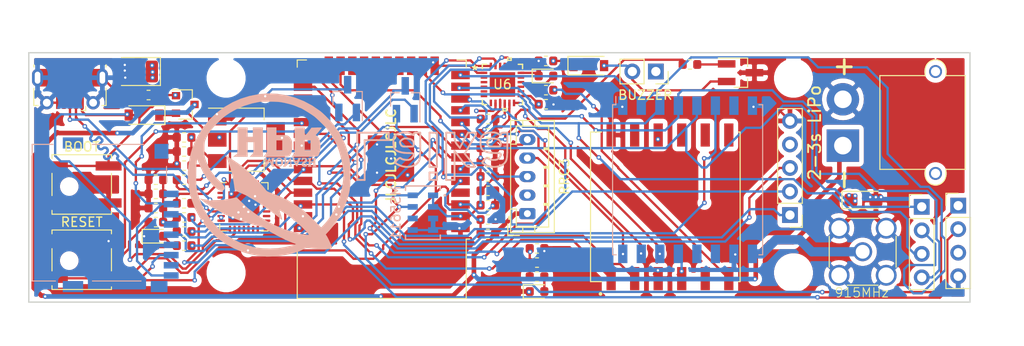
<source format=kicad_pcb>
(kicad_pcb (version 20171130) (host pcbnew "(5.1.6)-1")
  (title_block (title "L2 Board PCB") (date 2021-05-05) (rev 2.0) (company "Monash University") (comment 1 "Created by Angus McLennan") (comment 2 "ID 29714389"))
  (layers (0 F.Cu signal) (1 In1.Cu signal) (2 In2.Cu signal) (31 B.Cu signal) (34 B.Paste user) (35 F.Paste user) (36 B.SilkS user) (37 F.SilkS user) (38 B.Mask user) (39 F.Mask user) (44 Edge.Cuts user))
  (net 0 "")
  (net 1 GND)
  (net 2 VDD)
  (net 3 "Net-(C10-Pad1)")
  (net 4 "Net-(D1-Pad2)")
  (net 5 "Net-(D2-Pad2)")
  (net 6 +5V)
  (net 7 "Net-(J2-Pad3)")
  (net 8 "Net-(J2-Pad2)")
  (net 9 +BATT)
  (net 10 MISO_SD)
  (net 11 CLK_SD)
  (net 12 MOSI_SD)
  (net 13 CS_SD)
  (net 14 "Net-(J6-Pad1)")
  (net 15 RXD0)
  (net 16 TXD0)
  (net 17 SCL)
  (net 18 SDA)
  (net 19 "Net-(R5-Pad1)")
  (net 20 "Net-(R8-Pad2)")
  (net 21 "Net-(C7-Pad2)")
  (net 22 "Net-(C11-Pad1)")
  (net 23 BOOT)
  (net 24 EN)
  (net 25 "Net-(D4-Pad2)")
  (net 26 DTR)
  (net 27 RTS)
  (net 28 "Net-(Q2-Pad1)")
  (net 29 "Net-(Q3-Pad1)")
  (net 30 "Net-(D5-Pad2)")
  (net 31 SCK_RF)
  (net 32 MOSI_RF)
  (net 33 MISO_RF)
  (net 34 CS_RF)
  (net 35 TXD1_RRC3)
  (net 36 RXD1_RRC3)
  (net 37 "Net-(Q4-Pad1)")
  (net 38 ESP_LED)
  (net 39 Batt_sense)
  (net 40 BUZZER)
  (net 41 TXD2_GPS)
  (net 42 RXD2_GPS)
  (net 43 MPU_INT)
  (net 44 RF_IO0)
  (net 45 RF_IO1)
  (net 46 RF_IO2)
  (net 47 "Net-(J2-Pad4)")
  (net 48 "Net-(J4-PadMP4)")
  (net 49 "Net-(J4-PadMP3)")
  (net 50 "Net-(J4-PadMP2)")
  (net 51 "Net-(J4-PadMP1)")
  (net 52 "Net-(J4-Pad8)")
  (net 53 "Net-(J4-Pad1)")
  (net 54 "Net-(U1-Pad32)")
  (net 55 RESET_RF)
  (net 56 "Net-(U1-Pad22)")
  (net 57 "Net-(U1-Pad21)")
  (net 58 "Net-(U1-Pad20)")
  (net 59 "Net-(U1-Pad19)")
  (net 60 "Net-(U1-Pad18)")
  (net 61 "Net-(U1-Pad17)")
  (net 62 Thermal_Probe)
  (net 63 "Net-(U3-Pad6)")
  (net 64 "Net-(U4-Pad27)")
  (net 65 "Net-(U4-Pad23)")
  (net 66 "Net-(U4-Pad22)")
  (net 67 "Net-(U4-Pad21)")
  (net 68 "Net-(U4-Pad20)")
  (net 69 "Net-(U4-Pad19)")
  (net 70 "Net-(U4-Pad18)")
  (net 71 "Net-(U4-Pad17)")
  (net 72 "Net-(U4-Pad16)")
  (net 73 "Net-(U4-Pad15)")
  (net 74 "Net-(U4-Pad14)")
  (net 75 "Net-(U4-Pad13)")
  (net 76 "Net-(U4-Pad12)")
  (net 77 "Net-(U4-Pad11)")
  (net 78 "Net-(U4-Pad10)")
  (net 79 "Net-(U4-Pad2)")
  (net 80 "Net-(U4-Pad1)")
  (net 81 "Net-(U5-Pad7)")
  (net 82 "Net-(U5-Pad8)")
  (net 83 "Net-(U5-Pad11)")
  (net 84 "Net-(U6-Pad25)")
  (net 85 "Net-(U6-Pad22)")
  (net 86 "Net-(U6-Pad21)")
  (net 87 "Net-(U6-Pad19)")
  (net 88 "Net-(U6-Pad17)")
  (net 89 "Net-(U6-Pad16)")
  (net 90 "Net-(U6-Pad15)")
  (net 91 "Net-(U6-Pad14)")
  (net 92 "Net-(U6-Pad7)")
  (net 93 "Net-(U6-Pad6)")
  (net 94 "Net-(U6-Pad5)")
  (net 95 "Net-(U6-Pad4)")
  (net 96 "Net-(U6-Pad3)")
  (net 97 "Net-(U6-Pad2)")
  (net 98 "Net-(U7-Pad12)")
  (net 99 "Net-(U7-Pad11)")
  (net 100 "Net-(U7-Pad7)")
  (module Capacitor_Tantalum_SMD:CP_EIA-3216-18_Kemet-A (layer F.Cu) (at 196.2696 96.1644)
    (fp_text reference C18)
    (fp_text value 10uF)
    (pad 1 smd roundrect (at -1.35 0) (size 1.4 1.35) (layers F.Cu F.Paste F.Mask) (roundrect_rratio 0.185185) (net 2 VDD))
    (pad 2 smd roundrect (at 1.35 0) (size 1.4 1.35) (layers F.Cu F.Paste F.Mask) (roundrect_rratio 0.185185) (net 1 GND))
  )
  (module Capacitor_Tantalum_SMD:CP_EIA-3528-21_Kemet-B (layer F.Cu) (at 117.9203 82.296 180)
    (fp_text reference C17)
    (fp_text value 100uF)
    (pad 2 smd roundrect (at 1.5375 0 180) (size 1.325 2.35) (layers F.Cu F.Paste F.Mask) (roundrect_rratio 0.188679) (net 1 GND))
    (pad 1 smd roundrect (at -1.5375 0 180) (size 1.325 2.35) (layers F.Cu F.Paste F.Mask) (roundrect_rratio 0.188679) (net 2 VDD))
  )
  (module footprints:Liaka_Text (layer B.Cu) (at 149.86 87.63)
    (fp_text reference REF**)
    (fp_text value Liaka_Text)
  )
  (module MountingHole:MountingHole_3.2mm_M3_ISO14580 (layer F.Cu) (at 127.472 83.016)
    (fp_text reference REF**)
    (fp_text value MountingHole_3.2mm_M3_ISO14580)
    (pad 1 np_thru_hole circle (at 0 0) (size 3.2 3.2) (drill 3.2) (layers *.Cu *.Mask))
  )
  (module hpr-library:logo-18mm (layer B.Cu) (at 132.08 93.472)
    (fp_text reference G*** hide)
    (fp_text value LOGO hide)
  )
  (module MountingHole:MountingHole_3.2mm_M3_ISO14580 (layer F.Cu) (at 188.722 83.016)
    (fp_text reference REF**)
    (fp_text value MountingHole_3.2mm_M3_ISO14580)
    (pad 1 np_thru_hole circle (at 0 0) (size 3.2 3.2) (drill 3.2) (layers *.Cu *.Mask))
  )
  (module MountingHole:MountingHole_3.2mm_M3_ISO14580 (layer F.Cu) (at 188.722 104.016)
    (fp_text reference REF**)
    (fp_text value MountingHole_3.2mm_M3_ISO14580)
    (pad 1 np_thru_hole circle (at 0 0) (size 3.2 3.2) (drill 3.2) (layers *.Cu *.Mask))
  )
  (module MountingHole:MountingHole_3.2mm_M3_ISO14580 (layer F.Cu) (at 127.472 104.016)
    (fp_text reference REF**)
    (fp_text value MountingHole_3.2mm_M3_ISO14580)
    (pad 1 np_thru_hole circle (at 0 0) (size 3.2 3.2) (drill 3.2) (layers *.Cu *.Mask))
  )
  (module RF_Module:HOPERF_RFM9XW_SMD (layer B.Cu) (at 177.292 93.98 270)
    (fp_text reference U7)
    (fp_text value RFM95W-915S2)
    (pad 16 smd rect (at 8 7 270) (size 2 1) (layers B.Cu B.Paste B.Mask) (net 46 RF_IO2))
    (pad 15 smd rect (at 8 5 270) (size 2 1) (layers B.Cu B.Paste B.Mask) (net 45 RF_IO1))
    (pad 14 smd rect (at 8 3 270) (size 2 1) (layers B.Cu B.Paste B.Mask) (net 44 RF_IO0))
    (pad 13 smd rect (at 8 1 270) (size 2 1) (layers B.Cu B.Paste B.Mask) (net 2 VDD))
    (pad 12 smd rect (at 8 -1 270) (size 2 1) (layers B.Cu B.Paste B.Mask) (net 98 "Net-(U7-Pad12)"))
    (pad 11 smd rect (at 8 -3 270) (size 2 1) (layers B.Cu B.Paste B.Mask) (net 99 "Net-(U7-Pad11)"))
    (pad 10 smd rect (at 8 -5 270) (size 2 1) (layers B.Cu B.Paste B.Mask) (net 1 GND))
    (pad 9 smd rect (at 8 -7 270) (size 2 1) (layers B.Cu B.Paste B.Mask) (net 14 "Net-(J6-Pad1)"))
    (pad 8 smd rect (at -8 -7 270) (size 2 1) (layers B.Cu B.Paste B.Mask) (net 1 GND))
    (pad 7 smd rect (at -8 -5 270) (size 2 1) (layers B.Cu B.Paste B.Mask) (net 100 "Net-(U7-Pad7)"))
    (pad 6 smd rect (at -8 -3 270) (size 2 1) (layers B.Cu B.Paste B.Mask) (net 55 RESET_RF))
    (pad 5 smd rect (at -8 -1 270) (size 2 1) (layers B.Cu B.Paste B.Mask) (net 34 CS_RF))
    (pad 4 smd rect (at -8 1 270) (size 2 1) (layers B.Cu B.Paste B.Mask) (net 31 SCK_RF))
    (pad 3 smd rect (at -8 3 270) (size 2 1) (layers B.Cu B.Paste B.Mask) (net 32 MOSI_RF))
    (pad 2 smd rect (at -8 5 270) (size 2 1) (layers B.Cu B.Paste B.Mask) (net 33 MISO_RF))
    (pad 1 smd rect (at -8 7 270) (size 2 1) (layers B.Cu B.Paste B.Mask) (net 1 GND))
  )
  (module Package_TO_SOT_SMD:SOT-23_Handsoldering (layer F.Cu) (at 183.007 82.423)
    (fp_text reference Q4)
    (fp_text value MMBT2222)
    (pad 3 smd rect (at 1.5 0) (size 1.9 0.8) (layers F.Cu F.Paste F.Mask) (net 1 GND))
    (pad 2 smd rect (at -1.5 0.95) (size 1.9 0.8) (layers F.Cu F.Paste F.Mask) (net 30 "Net-(D5-Pad2)"))
    (pad 1 smd rect (at -1.5 -0.95) (size 1.9 0.8) (layers F.Cu F.Paste F.Mask) (net 37 "Net-(Q4-Pad1)"))
  )
  (module Package_TO_SOT_SMD:SOT-23_Handsoldering (layer B.Cu) (at 140.589 85.217 90)
    (fp_text reference Q3)
    (fp_text value MMBT2222)
    (pad 3 smd rect (at 1.5 0 90) (size 1.9 0.8) (layers B.Cu B.Paste B.Mask) (net 26 DTR))
    (pad 2 smd rect (at -1.5 -0.95 90) (size 1.9 0.8) (layers B.Cu B.Paste B.Mask) (net 23 BOOT))
    (pad 1 smd rect (at -1.5 0.95 90) (size 1.9 0.8) (layers B.Cu B.Paste B.Mask) (net 29 "Net-(Q3-Pad1)"))
  )
  (module Package_TO_SOT_SMD:SOT-23_Handsoldering (layer B.Cu) (at 146.812 85.344 90)
    (fp_text reference Q2)
    (fp_text value MMBT2222)
    (pad 3 smd rect (at 1.5 0 90) (size 1.9 0.8) (layers B.Cu B.Paste B.Mask) (net 27 RTS))
    (pad 2 smd rect (at -1.5 -0.95 90) (size 1.9 0.8) (layers B.Cu B.Paste B.Mask) (net 24 EN))
    (pad 1 smd rect (at -1.5 0.95 90) (size 1.9 0.8) (layers B.Cu B.Paste B.Mask) (net 28 "Net-(Q2-Pad1)"))
  )
  (module footprints:MPU-6050 (layer F.Cu) (at 157.3022 83.693)
    (fp_text reference U6 (at 0 0) (layer F.SilkS))
    (fp_text value MPU-6050)
    (fp_text user * (at -2.9845 -1.5) (layer F.SilkS))
    (fp_text user * (at -2.9845 -1.5) (layer F.SilkS))
    (pad 25 smd rect (at 0 0) (size 2.7432 2.6416) (layers F.Cu F.Paste F.Mask) (net 84 "Net-(U6-Pad25)"))
    (pad 24 smd rect (at -1.25 -1.9939) (size 0.254 0.7112) (layers F.Cu F.Paste F.Mask) (net 18 SDA))
    (pad 23 smd rect (at -0.750001 -1.9939) (size 0.254 0.7112) (layers F.Cu F.Paste F.Mask) (net 17 SCL))
    (pad 22 smd rect (at -0.25 -1.9939) (size 0.254 0.7112) (layers F.Cu F.Paste F.Mask) (net 85 "Net-(U6-Pad22)"))
    (pad 21 smd rect (at 0.25 -1.9939) (size 0.254 0.7112) (layers F.Cu F.Paste F.Mask) (net 86 "Net-(U6-Pad21)"))
    (pad 20 smd rect (at 0.750001 -1.9939) (size 0.254 0.7112) (layers F.Cu F.Paste F.Mask) (net 22 "Net-(C11-Pad1)"))
    (pad 19 smd rect (at 1.25 -1.9939) (size 0.254 0.7112) (layers F.Cu F.Paste F.Mask) (net 87 "Net-(U6-Pad19)"))
    (pad 18 smd rect (at 1.9939 -1.25 90) (size 0.254 0.7112) (layers F.Cu F.Paste F.Mask) (net 1 GND))
    (pad 17 smd rect (at 1.9939 -0.750001 90) (size 0.254 0.7112) (layers F.Cu F.Paste F.Mask) (net 88 "Net-(U6-Pad17)"))
    (pad 16 smd rect (at 1.9939 -0.25 90) (size 0.254 0.7112) (layers F.Cu F.Paste F.Mask) (net 89 "Net-(U6-Pad16)"))
    (pad 15 smd rect (at 1.9939 0.25 90) (size 0.254 0.7112) (layers F.Cu F.Paste F.Mask) (net 90 "Net-(U6-Pad15)"))
    (pad 14 smd rect (at 1.9939 0.750001 90) (size 0.254 0.7112) (layers F.Cu F.Paste F.Mask) (net 91 "Net-(U6-Pad14)"))
    (pad 13 smd rect (at 1.9939 1.25 90) (size 0.254 0.7112) (layers F.Cu F.Paste F.Mask) (net 2 VDD))
    (pad 12 smd rect (at 1.25 1.9939) (size 0.254 0.7112) (layers F.Cu F.Paste F.Mask) (net 43 MPU_INT))
    (pad 11 smd rect (at 0.750001 1.9939) (size 0.254 0.7112) (layers F.Cu F.Paste F.Mask) (net 1 GND))
    (pad 10 smd rect (at 0.25 1.9939) (size 0.254 0.7112) (layers F.Cu F.Paste F.Mask) (net 21 "Net-(C7-Pad2)"))
    (pad 9 smd rect (at -0.25 1.9939) (size 0.254 0.7112) (layers F.Cu F.Paste F.Mask) (net 1 GND))
    (pad 8 smd rect (at -0.750001 1.9939) (size 0.254 0.7112) (layers F.Cu F.Paste F.Mask) (net 2 VDD))
    (pad 7 smd rect (at -1.25 1.9939) (size 0.254 0.7112) (layers F.Cu F.Paste F.Mask) (net 92 "Net-(U6-Pad7)"))
    (pad 6 smd rect (at -1.9939 1.25 90) (size 0.254 0.7112) (layers F.Cu F.Paste F.Mask) (net 93 "Net-(U6-Pad6)"))
    (pad 5 smd rect (at -1.9939 0.750001 90) (size 0.254 0.7112) (layers F.Cu F.Paste F.Mask) (net 94 "Net-(U6-Pad5)"))
    (pad 4 smd rect (at -1.9939 0.25 90) (size 0.254 0.7112) (layers F.Cu F.Paste F.Mask) (net 95 "Net-(U6-Pad4)"))
    (pad 3 smd rect (at -1.9939 -0.25 90) (size 0.254 0.7112) (layers F.Cu F.Paste F.Mask) (net 96 "Net-(U6-Pad3)"))
    (pad 2 smd rect (at -1.9939 -0.750001 90) (size 0.254 0.7112) (layers F.Cu F.Paste F.Mask) (net 97 "Net-(U6-Pad2)"))
    (pad 1 smd rect (at -1.9939 -1.25 90) (size 0.254 0.7112) (layers F.Cu F.Paste F.Mask) (net 1 GND))
  )
  (module footprints:MS561101BA03-50 (layer B.Cu) (at 148.717 97.536 180)
    (fp_text reference U3)
    (fp_text value MS5611 (at 2.921 0 90) (layer B.SilkS) (effects (justify mirror)))
    (pad 8 smd rect (at 1.1 1.875 180) (size 1.0922 0.6096) (layers B.Cu B.Paste B.Mask) (net 17 SCL))
    (pad 7 smd rect (at 1.1 0.625 180) (size 1.0922 0.6096) (layers B.Cu B.Paste B.Mask) (net 18 SDA))
    (pad 6 smd rect (at 1.1 -0.625 180) (size 1.0922 0.6096) (layers B.Cu B.Paste B.Mask) (net 63 "Net-(U3-Pad6)"))
    (pad 5 smd rect (at 1.1 -1.875 180) (size 1.0922 0.6096) (layers B.Cu B.Paste B.Mask) (net 1 GND))
    (pad 4 smd rect (at -1.1 -1.875 180) (size 1.0922 0.6096) (layers B.Cu B.Paste B.Mask) (net 1 GND))
    (pad 3 smd rect (at -1.1 -0.625 180) (size 1.0922 0.6096) (layers B.Cu B.Paste B.Mask) (net 1 GND))
    (pad 2 smd rect (at -1.1 0.625 180) (size 1.0922 0.6096) (layers B.Cu B.Paste B.Mask) (net 2 VDD))
    (pad 1 smd rect (at -1.1 1.875 180) (size 1.0922 0.6096) (layers B.Cu B.Paste B.Mask) (net 2 VDD))
  )
  (module footprints:THD252811SDGF (layer B.Cu) (at 113.792 97.536 90)
    (fp_text reference J4)
    (fp_text value THD2528-11SD-GF hide)
    (pad MP4 smd rect (at -7.975 6.45 90) (size 1.2 1.8) (layers B.Cu B.Paste B.Mask) (net 48 "Net-(J4-PadMP4)"))
    (pad MP3 smd rect (at -7.975 -2.85 90) (size 1.2 2.2) (layers B.Cu B.Paste B.Mask) (net 49 "Net-(J4-PadMP3)"))
    (pad MP2 smd rect (at 7.525 -2.85 90) (size 1.2 2.2) (layers B.Cu B.Paste B.Mask) (net 50 "Net-(J4-PadMP2)"))
    (pad MP1 smd rect (at 6.625 6.7) (size 1.5 1.6) (layers B.Cu B.Paste B.Mask) (net 51 "Net-(J4-PadMP1)"))
    (pad MH2 np_thru_hole circle (at -5.175 -3.25 90) (size 1 0) (drill 1) (layers *.Cu *.Mask))
    (pad MH1 np_thru_hole circle (at 2.825 -3.25 90) (size 1 0) (drill 1) (layers *.Cu *.Mask))
    (pad 9 smd rect (at -6.775 7.75 90) (size 0.7 1.6) (layers B.Cu B.Paste B.Mask) (net 13 CS_SD))
    (pad 8 smd rect (at -5.675 7.75 90) (size 0.7 1.6) (layers B.Cu B.Paste B.Mask) (net 52 "Net-(J4-Pad8)"))
    (pad 7 smd rect (at -4.575 7.75 90) (size 0.7 1.6) (layers B.Cu B.Paste B.Mask) (net 10 MISO_SD))
    (pad 6 smd rect (at -3.475 7.75 90) (size 0.7 1.6) (layers B.Cu B.Paste B.Mask) (net 1 GND))
    (pad 5 smd rect (at -2.375 7.75 90) (size 0.7 1.6) (layers B.Cu B.Paste B.Mask) (net 11 CLK_SD))
    (pad 4 smd rect (at -1.275 7.75 90) (size 0.7 1.6) (layers B.Cu B.Paste B.Mask) (net 2 VDD))
    (pad 3 smd rect (at -0.175 7.75 90) (size 0.7 1.6) (layers B.Cu B.Paste B.Mask) (net 12 MOSI_SD))
    (pad 2 smd rect (at 0.925 7.75 90) (size 0.7 1.6) (layers B.Cu B.Paste B.Mask) (net 13 CS_SD))
    (pad 1 smd rect (at 2.025 7.75 90) (size 0.7 1.6) (layers B.Cu B.Paste B.Mask) (net 53 "Net-(J4-Pad1)"))
  )
  (module XCVR_L80-M39:XCVR_L80-M39 (layer F.Cu) (at 175.387 96.901 90)
    (fp_text reference U5)
    (fp_text value L80-M39)
    (pad 7 smd rect (at 7.75 6.35 90) (size 2.5 1) (layers F.Cu F.Mask) (net 81 "Net-(U5-Pad7)"))
    (pad 8 smd rect (at 7.75 3.81 90) (size 2.5 1) (layers F.Cu F.Mask) (net 82 "Net-(U5-Pad8)"))
    (pad 9 smd rect (at 7.75 1.27 90) (size 2.5 1) (layers F.Cu F.Mask))
    (pad 12 smd rect (at 7.75 -6.35 90) (size 2.5 1) (layers F.Cu F.Mask) (net 1 GND))
    (pad 11 smd rect (at 7.75 -3.81 90) (size 2.5 1) (layers F.Cu F.Mask) (net 83 "Net-(U5-Pad11)"))
    (pad 6 smd rect (at -7.75 6.35 90) (size 2.5 1) (layers F.Cu F.Mask) (net 19 "Net-(R5-Pad1)"))
    (pad 5 smd rect (at -7.75 3.81 90) (size 2.5 1) (layers F.Cu F.Mask) (net 2 VDD))
    (pad 1 smd rect (at -7.75 -6.35 90) (size 2.5 1) (layers F.Cu F.Mask) (net 41 TXD2_GPS))
    (pad 2 smd rect (at -7.75 -3.81 90) (size 2.5 1) (layers F.Cu F.Mask) (net 42 RXD2_GPS))
    (pad 4 smd rect (at -7.75 1.27 90) (size 2.5 1) (layers F.Cu F.Mask) (net 2 VDD))
    (pad 10 smd rect (at 7.75 -1.27 90) (size 2.5 1) (layers F.Cu F.Mask) (net 2 VDD))
    (pad 3 smd rect (at -7.75 -1.27 90) (size 2.5 1) (layers F.Cu F.Mask) (net 1 GND))
  )
  (module Package_DFN_QFN:QFN-28-1EP_5x5mm_P0.5mm_EP3.35x3.35mm (layer F.Cu) (at 129.39 96.901)
    (fp_text reference U4)
    (fp_text value CP2102N-A01-GQFN28)
    (pad 29 smd rect (at 0 0) (size 3.35 3.35) (layers F.Cu F.Mask) (net 1 GND))
    (pad 28 smd roundrect (at -1.5 -2.45) (size 0.25 0.8) (layers F.Cu F.Paste F.Mask) (net 26 DTR))
    (pad 27 smd roundrect (at -1 -2.45) (size 0.25 0.8) (layers F.Cu F.Paste F.Mask) (net 64 "Net-(U4-Pad27)"))
    (pad 26 smd roundrect (at -0.5 -2.45) (size 0.25 0.8) (layers F.Cu F.Paste F.Mask) (net 15 RXD0))
    (pad 25 smd roundrect (at 0 -2.45) (size 0.25 0.8) (layers F.Cu F.Paste F.Mask) (net 16 TXD0))
    (pad 24 smd roundrect (at 0.5 -2.45) (size 0.25 0.8) (layers F.Cu F.Paste F.Mask) (net 27 RTS))
    (pad 23 smd roundrect (at 1 -2.45) (size 0.25 0.8) (layers F.Cu F.Paste F.Mask) (net 65 "Net-(U4-Pad23)"))
    (pad 22 smd roundrect (at 1.5 -2.45) (size 0.25 0.8) (layers F.Cu F.Paste F.Mask) (net 66 "Net-(U4-Pad22)"))
    (pad 21 smd roundrect (at 2.45 -1.5) (size 0.8 0.25) (layers F.Cu F.Paste F.Mask) (net 67 "Net-(U4-Pad21)"))
    (pad 20 smd roundrect (at 2.45 -1) (size 0.8 0.25) (layers F.Cu F.Paste F.Mask) (net 68 "Net-(U4-Pad20)"))
    (pad 19 smd roundrect (at 2.45 -0.5) (size 0.8 0.25) (layers F.Cu F.Paste F.Mask) (net 69 "Net-(U4-Pad19)"))
    (pad 18 smd roundrect (at 2.45 0) (size 0.8 0.25) (layers F.Cu F.Paste F.Mask) (net 70 "Net-(U4-Pad18)"))
    (pad 17 smd roundrect (at 2.45 0.5) (size 0.8 0.25) (layers F.Cu F.Paste F.Mask) (net 71 "Net-(U4-Pad17)"))
    (pad 16 smd roundrect (at 2.45 1) (size 0.8 0.25) (layers F.Cu F.Paste F.Mask) (net 72 "Net-(U4-Pad16)"))
    (pad 15 smd roundrect (at 2.45 1.5) (size 0.8 0.25) (layers F.Cu F.Paste F.Mask) (net 73 "Net-(U4-Pad15)"))
    (pad 14 smd roundrect (at 1.5 2.45) (size 0.25 0.8) (layers F.Cu F.Paste F.Mask) (net 74 "Net-(U4-Pad14)"))
    (pad 13 smd roundrect (at 1 2.45) (size 0.25 0.8) (layers F.Cu F.Paste F.Mask) (net 75 "Net-(U4-Pad13)"))
    (pad 12 smd roundrect (at 0.5 2.45) (size 0.25 0.8) (layers F.Cu F.Paste F.Mask) (net 76 "Net-(U4-Pad12)"))
    (pad 11 smd roundrect (at 0 2.45) (size 0.25 0.8) (layers F.Cu F.Paste F.Mask) (net 77 "Net-(U4-Pad11)"))
    (pad 10 smd roundrect (at -0.5 2.45) (size 0.25 0.8) (layers F.Cu F.Paste F.Mask) (net 78 "Net-(U4-Pad10)"))
    (pad 9 smd roundrect (at -1 2.45) (size 0.25 0.8) (layers F.Cu F.Paste F.Mask) (net 20 "Net-(R8-Pad2)"))
    (pad 8 smd roundrect (at -1.5 2.45) (size 0.25 0.8) (layers F.Cu F.Paste F.Mask) (net 6 +5V))
    (pad 7 smd roundrect (at -2.45 1.5) (size 0.8 0.25) (layers F.Cu F.Paste F.Mask) (net 2 VDD))
    (pad 6 smd roundrect (at -2.45 1) (size 0.8 0.25) (layers F.Cu F.Paste F.Mask) (net 2 VDD))
    (pad 5 smd roundrect (at -2.45 0.5) (size 0.8 0.25) (layers F.Cu F.Paste F.Mask) (net 8 "Net-(J2-Pad2)"))
    (pad 4 smd roundrect (at -2.45 0) (size 0.8 0.25) (layers F.Cu F.Paste F.Mask) (net 7 "Net-(J2-Pad3)"))
    (pad 3 smd roundrect (at -2.45 -0.5) (size 0.8 0.25) (layers F.Cu F.Paste F.Mask) (net 1 GND))
    (pad 2 smd roundrect (at -2.45 -1) (size 0.8 0.25) (layers F.Cu F.Paste F.Mask) (net 79 "Net-(U4-Pad2)"))
    (pad 1 smd roundrect (at -2.45 -1.5) (size 0.8 0.25) (layers F.Cu F.Paste F.Mask) (net 80 "Net-(U4-Pad1)"))
  )
  (module Package_TO_SOT_SMD:SOT-223-3_TabPin2 (layer F.Cu) (at 129.667 89.662)
    (fp_text reference U2)
    (fp_text value AMS1117-3.3)
    (pad 1 smd rect (at -3.15 -2.3) (size 2 1.5) (layers F.Cu F.Paste F.Mask) (net 1 GND))
    (pad 3 smd rect (at -3.15 2.3) (size 2 1.5) (layers F.Cu F.Paste F.Mask) (net 3 "Net-(C10-Pad1)"))
    (pad 2 smd rect (at -3.15 0) (size 2 1.5) (layers F.Cu F.Paste F.Mask) (net 2 VDD))
    (pad 2 smd rect (at 3.15 0) (size 2 3.8) (layers F.Cu F.Paste F.Mask) (net 2 VDD))
  )
  (module RF_Module:ESP32-WROOM-32 (layer F.Cu) (at 144.272 90.932 180)
    (fp_text reference U1)
    (fp_text value ESP32-WROOM-32)
    (pad 38 smd rect (at 8.5 -8.255 180) (size 2 0.9) (layers F.Cu F.Paste F.Mask) (net 1 GND))
    (pad 37 smd rect (at 8.5 -6.985 180) (size 2 0.9) (layers F.Cu F.Paste F.Mask) (net 12 MOSI_SD))
    (pad 36 smd rect (at 8.5 -5.715 180) (size 2 0.9) (layers F.Cu F.Paste F.Mask) (net 17 SCL))
    (pad 35 smd rect (at 8.5 -4.445 180) (size 2 0.9) (layers F.Cu F.Paste F.Mask) (net 16 TXD0))
    (pad 34 smd rect (at 8.5 -3.175 180) (size 2 0.9) (layers F.Cu F.Paste F.Mask) (net 15 RXD0))
    (pad 33 smd rect (at 8.5 -1.905 180) (size 2 0.9) (layers F.Cu F.Paste F.Mask) (net 18 SDA))
    (pad 32 smd rect (at 8.5 -0.635 180) (size 2 0.9) (layers F.Cu F.Paste F.Mask) (net 54 "Net-(U1-Pad32)"))
    (pad 31 smd rect (at 8.5 0.635 180) (size 2 0.9) (layers F.Cu F.Paste F.Mask) (net 10 MISO_SD))
    (pad 30 smd rect (at 8.5 1.905 180) (size 2 0.9) (layers F.Cu F.Paste F.Mask) (net 11 CLK_SD))
    (pad 29 smd rect (at 8.5 3.175 180) (size 2 0.9) (layers F.Cu F.Paste F.Mask) (net 13 CS_SD))
    (pad 28 smd rect (at 8.5 4.445 180) (size 2 0.9) (layers F.Cu F.Paste F.Mask) (net 41 TXD2_GPS))
    (pad 27 smd rect (at 8.5 5.715 180) (size 2 0.9) (layers F.Cu F.Paste F.Mask) (net 55 RESET_RF))
    (pad 26 smd rect (at 8.5 6.985 180) (size 2 0.9) (layers F.Cu F.Paste F.Mask) (net 35 TXD1_RRC3))
    (pad 25 smd rect (at 8.5 8.255 180) (size 2 0.9) (layers F.Cu F.Paste F.Mask) (net 23 BOOT))
    (pad 24 smd rect (at 5.715 9.255 270) (size 2 0.9) (layers F.Cu F.Paste F.Mask) (net 43 MPU_INT))
    (pad 23 smd rect (at 4.445 9.255 270) (size 2 0.9) (layers F.Cu F.Paste F.Mask) (net 34 CS_RF))
    (pad 22 smd rect (at 3.175 9.255 270) (size 2 0.9) (layers F.Cu F.Paste F.Mask) (net 56 "Net-(U1-Pad22)"))
    (pad 21 smd rect (at 1.905 9.255 270) (size 2 0.9) (layers F.Cu F.Paste F.Mask) (net 57 "Net-(U1-Pad21)"))
    (pad 20 smd rect (at 0.635 9.255 270) (size 2 0.9) (layers F.Cu F.Paste F.Mask) (net 58 "Net-(U1-Pad20)"))
    (pad 19 smd rect (at -0.635 9.255 270) (size 2 0.9) (layers F.Cu F.Paste F.Mask) (net 59 "Net-(U1-Pad19)"))
    (pad 18 smd rect (at -1.905 9.255 270) (size 2 0.9) (layers F.Cu F.Paste F.Mask) (net 60 "Net-(U1-Pad18)"))
    (pad 17 smd rect (at -3.175 9.255 270) (size 2 0.9) (layers F.Cu F.Paste F.Mask) (net 61 "Net-(U1-Pad17)"))
    (pad 16 smd rect (at -4.445 9.255 270) (size 2 0.9) (layers F.Cu F.Paste F.Mask) (net 32 MOSI_RF))
    (pad 15 smd rect (at -5.715 9.255 270) (size 2 0.9) (layers F.Cu F.Paste F.Mask) (net 1 GND))
    (pad 14 smd rect (at -8.5 8.255 180) (size 2 0.9) (layers F.Cu F.Paste F.Mask) (net 33 MISO_RF))
    (pad 13 smd rect (at -8.5 6.985 180) (size 2 0.9) (layers F.Cu F.Paste F.Mask) (net 31 SCK_RF))
    (pad 12 smd rect (at -8.5 5.715 180) (size 2 0.9) (layers F.Cu F.Paste F.Mask) (net 44 RF_IO0))
    (pad 11 smd rect (at -8.5 4.445 180) (size 2 0.9) (layers F.Cu F.Paste F.Mask) (net 45 RF_IO1))
    (pad 10 smd rect (at -8.5 3.175 180) (size 2 0.9) (layers F.Cu F.Paste F.Mask) (net 46 RF_IO2))
    (pad 9 smd rect (at -8.5 1.905 180) (size 2 0.9) (layers F.Cu F.Paste F.Mask) (net 40 BUZZER))
    (pad 8 smd rect (at -8.5 0.635 180) (size 2 0.9) (layers F.Cu F.Paste F.Mask) (net 38 ESP_LED))
    (pad 7 smd rect (at -8.5 -0.635 180) (size 2 0.9) (layers F.Cu F.Paste F.Mask) (net 42 RXD2_GPS))
    (pad 6 smd rect (at -8.5 -1.905 180) (size 2 0.9) (layers F.Cu F.Paste F.Mask) (net 36 RXD1_RRC3))
    (pad 5 smd rect (at -8.5 -3.175 180) (size 2 0.9) (layers F.Cu F.Paste F.Mask) (net 39 Batt_sense))
    (pad 4 smd rect (at -8.5 -4.445 180) (size 2 0.9) (layers F.Cu F.Paste F.Mask) (net 62 Thermal_Probe))
    (pad 3 smd rect (at -8.5 -5.715 180) (size 2 0.9) (layers F.Cu F.Paste F.Mask) (net 24 EN))
    (pad 2 smd rect (at -8.5 -6.985 180) (size 2 0.9) (layers F.Cu F.Paste F.Mask) (net 2 VDD))
    (pad 1 smd rect (at -8.5 -8.255 180) (size 2 0.9) (layers F.Cu F.Paste F.Mask) (net 1 GND))
    (pad 39 smd rect (at -1 -0.755 180) (size 5 5) (layers F.Cu F.Paste F.Mask) (net 1 GND))
  )
  (module Button_Switch_SMD:SW_Push_1P1T_NO_CK_KSC6xxJ (layer F.Cu) (at 111.887 102.616)
    (fp_text reference BOOT (at 0 -12.192 180) (layer F.SilkS))
    (fp_text value RESET (at 0 -4.064) (layer F.SilkS))
    (pad 2 smd rect (at 2.9 2) (size 2.8 1) (layers F.Cu F.Paste F.Mask) (net 24 EN))
    (pad 2 smd rect (at -2.9 2) (size 2.8 1) (layers F.Cu F.Paste F.Mask) (net 24 EN))
    (pad 1 smd rect (at 2.9 -2) (size 2.8 1) (layers F.Cu F.Paste F.Mask) (net 1 GND))
    (pad 1 smd rect (at -2.9 -2) (size 2.8 1) (layers F.Cu F.Paste F.Mask) (net 1 GND))
  )
  (module Button_Switch_SMD:SW_Push_1P1T_NO_CK_KSC6xxJ (layer F.Cu) (at 111.887 94.488)
    (fp_text reference SW1)
    (fp_text value BOOT)
    (pad 2 smd rect (at 2.9 2) (size 2.8 1) (layers F.Cu F.Paste F.Mask) (net 1 GND))
    (pad 2 smd rect (at -2.9 2) (size 2.8 1) (layers F.Cu F.Paste F.Mask) (net 1 GND))
    (pad 1 smd rect (at 2.9 -2) (size 2.8 1) (layers F.Cu F.Paste F.Mask) (net 23 BOOT))
    (pad 1 smd rect (at -2.9 -2) (size 2.8 1) (layers F.Cu F.Paste F.Mask) (net 23 BOOT))
  )
  (module Resistor_SMD:R_0603_1608Metric (layer F.Cu) (at 177.546 81.534 180)
    (fp_text reference R13)
    (fp_text value 1k)
    (pad 2 smd roundrect (at 0.7875 0 180) (size 0.875 0.95) (layers F.Cu F.Paste F.Mask) (net 40 BUZZER))
    (pad 1 smd roundrect (at -0.7875 0 180) (size 0.875 0.95) (layers F.Cu F.Paste F.Mask) (net 37 "Net-(Q4-Pad1)"))
  )
  (module Resistor_SMD:R_0603_1608Metric (layer F.Cu) (at 155.7273 99.822 180)
    (fp_text reference R12)
    (fp_text value 30k)
    (pad 2 smd roundrect (at 0.7875 0 180) (size 0.875 0.95) (layers F.Cu F.Paste F.Mask) (net 39 Batt_sense))
    (pad 1 smd roundrect (at -0.7875 0 180) (size 0.875 0.95) (layers F.Cu F.Paste F.Mask) (net 9 +BATT))
  )
  (module Resistor_SMD:R_0603_1608Metric (layer F.Cu) (at 155.7273 98.2726)
    (fp_text reference R11)
    (fp_text value 10k)
    (pad 2 smd roundrect (at 0.7875 0) (size 0.875 0.95) (layers F.Cu F.Paste F.Mask) (net 1 GND))
    (pad 1 smd roundrect (at -0.7875 0) (size 0.875 0.95) (layers F.Cu F.Paste F.Mask) (net 39 Batt_sense))
  )
  (module Resistor_SMD:R_0603_1608Metric (layer F.Cu) (at 122.936 93.98)
    (fp_text reference R10)
    (fp_text value 12k)
    (pad 2 smd roundrect (at 0.7875 0) (size 0.875 0.95) (layers F.Cu F.Paste F.Mask) (net 29 "Net-(Q3-Pad1)"))
    (pad 1 smd roundrect (at -0.7875 0) (size 0.875 0.95) (layers F.Cu F.Paste F.Mask) (net 27 RTS))
  )
  (module Resistor_SMD:R_0603_1608Metric (layer F.Cu) (at 122.936 96.52)
    (fp_text reference R9)
    (fp_text value 12k)
    (pad 2 smd roundrect (at 0.7875 0) (size 0.875 0.95) (layers F.Cu F.Paste F.Mask) (net 28 "Net-(Q2-Pad1)"))
    (pad 1 smd roundrect (at -0.7875 0) (size 0.875 0.95) (layers F.Cu F.Paste F.Mask) (net 26 DTR))
  )
  (module Resistor_SMD:R_0603_1608Metric (layer F.Cu) (at 119.888 98.552 180)
    (fp_text reference R8)
    (fp_text value 10k)
    (pad 2 smd roundrect (at 0.7875 0 180) (size 0.875 0.95) (layers F.Cu F.Paste F.Mask) (net 20 "Net-(R8-Pad2)"))
    (pad 1 smd roundrect (at -0.7875 0 180) (size 0.875 0.95) (layers F.Cu F.Paste F.Mask) (net 2 VDD))
  )
  (module Resistor_SMD:R_0603_1608Metric (layer F.Cu) (at 122.936 99.568)
    (fp_text reference R7)
    (fp_text value 2.4k)
    (pad 2 smd roundrect (at 0.7875 0) (size 0.875 0.95) (layers F.Cu F.Paste F.Mask) (net 17 SCL))
    (pad 1 smd roundrect (at -0.7875 0) (size 0.875 0.95) (layers F.Cu F.Paste F.Mask) (net 2 VDD))
  )
  (module Resistor_SMD:R_0603_1608Metric (layer F.Cu) (at 122.936 98.044)
    (fp_text reference R6)
    (fp_text value 2.4k)
    (pad 2 smd roundrect (at 0.7875 0) (size 0.875 0.95) (layers F.Cu F.Paste F.Mask) (net 18 SDA))
    (pad 1 smd roundrect (at -0.7875 0) (size 0.875 0.95) (layers F.Cu F.Paste F.Mask) (net 2 VDD))
  )
  (module Resistor_SMD:R_0603_1608Metric (layer F.Cu) (at 162.0012 84.3026 180)
    (fp_text reference R5)
    (fp_text value 1k)
    (pad 2 smd roundrect (at 0.7875 0 180) (size 0.875 0.95) (layers F.Cu F.Paste F.Mask) (net 5 "Net-(D2-Pad2)"))
    (pad 1 smd roundrect (at -0.7875 0 180) (size 0.875 0.95) (layers F.Cu F.Paste F.Mask) (net 19 "Net-(R5-Pad1)"))
  )
  (module Resistor_SMD:R_0603_1608Metric (layer F.Cu) (at 161.036 104.4448)
    (fp_text reference R4)
    (fp_text value 1k)
    (pad 2 smd roundrect (at 0.7875 0) (size 0.875 0.95) (layers F.Cu F.Paste F.Mask) (net 4 "Net-(D1-Pad2)"))
    (pad 1 smd roundrect (at -0.7875 0) (size 0.875 0.95) (layers F.Cu F.Paste F.Mask) (net 2 VDD))
  )
  (module Resistor_SMD:R_0603_1608Metric (layer F.Cu) (at 122.936 101.092 180)
    (fp_text reference R3)
    (fp_text value 1k)
    (pad 2 smd roundrect (at 0.7875 0 180) (size 0.875 0.95) (layers F.Cu F.Paste F.Mask) (net 25 "Net-(D4-Pad2)"))
    (pad 1 smd roundrect (at -0.7875 0 180) (size 0.875 0.95) (layers F.Cu F.Paste F.Mask) (net 38 ESP_LED))
  )
  (module Resistor_SMD:R_0603_1608Metric (layer F.Cu) (at 119.1005 84.836)
    (fp_text reference R2)
    (fp_text value 10k)
    (pad 2 smd roundrect (at 0.7875 0) (size 0.875 0.95) (layers F.Cu F.Paste F.Mask) (net 6 +5V))
    (pad 1 smd roundrect (at -0.7875 0) (size 0.875 0.95) (layers F.Cu F.Paste F.Mask) (net 1 GND))
  )
  (module Resistor_SMD:R_0603_1608Metric (layer F.Cu) (at 155.7273 96.7232)
    (fp_text reference R1)
    (fp_text value 10k)
    (pad 2 smd roundrect (at 0.7875 0) (size 0.875 0.95) (layers F.Cu F.Paste F.Mask) (net 24 EN))
    (pad 1 smd roundrect (at -0.7875 0) (size 0.875 0.95) (layers F.Cu F.Paste F.Mask) (net 2 VDD))
  )
  (module Package_TO_SOT_SMD:SOT-23 (layer F.Cu) (at 123.063 85.852)
    (fp_text reference Q1)
    (fp_text value Si2301CDS)
    (pad 3 smd rect (at 1 0) (size 0.9 0.8) (layers F.Cu F.Paste F.Mask) (net 9 +BATT))
    (pad 2 smd rect (at -1 0.95) (size 0.9 0.8) (layers F.Cu F.Paste F.Mask) (net 3 "Net-(C10-Pad1)"))
    (pad 1 smd rect (at -1 -0.95) (size 0.9 0.8) (layers F.Cu F.Paste F.Mask) (net 6 +5V))
  )
  (module Connector_AMASS:AMASS_XT30PW-M_1x02_P2.50mm_Horizontal (layer F.Cu) (at 194.056 90.297 270)
    (fp_text reference J9)
    (fp_text value 2-3S_LiPo_LARGE_HOLE_XT-30)
    (fp_text user + (at -8.509 0 90) (layer F.SilkS) (effects (font (size 2 2) (thickness 0.3))))
    (fp_text user - (at 3.683 0 90) (layer F.SilkS) (effects (font (size 2 2) (thickness 0.3))))
    (pad 2 thru_hole circle (at -5 0 270) (size 3.5 3.5) (drill 1.9) (layers *.Cu *.Mask) (net 1 GND))
    (pad 1 thru_hole rect (at 0 0 270) (size 3.5 3.5) (drill 1.9) (layers *.Cu *.Mask) (net 9 +BATT))
    (pad "" thru_hole circle (at -8 -10 270) (size 1.4 1.4) (drill 1) (layers *.Cu *.Mask))
    (pad "" thru_hole circle (at 3 -10 270) (size 1.4 1.4) (drill 1) (layers *.Cu *.Mask))
  )
  (module Connector_PinHeader_2.54mm:PinHeader_1x04_P2.54mm_Vertical (layer F.Cu) (at 206.50454 96.77654)
    (fp_text reference J8)
    (fp_text value I2C_Interface_Male)
    (pad 4 thru_hole oval (at 0 7.62) (size 1.7 1.7) (drill 1) (layers *.Cu *.Mask) (net 1 GND))
    (pad 3 thru_hole oval (at 0 5.08) (size 1.7 1.7) (drill 1) (layers *.Cu *.Mask) (net 2 VDD))
    (pad 2 thru_hole oval (at 0 2.54) (size 1.7 1.7) (drill 1) (layers *.Cu *.Mask) (net 17 SCL))
    (pad 1 thru_hole rect (at 0 0) (size 1.7 1.7) (drill 1) (layers *.Cu *.Mask) (net 18 SDA))
  )
  (module Connector_PinHeader_2.54mm:PinHeader_1x05_P2.54mm_Vertical (layer F.Cu) (at 188.341 97.79 180)
    (fp_text reference J7)
    (fp_text value FTDI_Female)
    (pad 5 thru_hole oval (at 0 10.16 180) (size 1.7 1.7) (drill 1) (layers *.Cu *.Mask) (net 1 GND))
    (pad 4 thru_hole oval (at 0 7.62 180) (size 1.7 1.7) (drill 1) (layers *.Cu *.Mask) (net 2 VDD))
    (pad 3 thru_hole oval (at 0 5.08 180) (size 1.7 1.7) (drill 1) (layers *.Cu *.Mask) (net 15 RXD0))
    (pad 2 thru_hole oval (at 0 2.54 180) (size 1.7 1.7) (drill 1) (layers *.Cu *.Mask) (net 16 TXD0))
    (pad 1 thru_hole rect (at 0 0 180) (size 1.7 1.7) (drill 1) (layers *.Cu *.Mask) (net 26 DTR))
  )
  (module Connector_Coaxial:SMA_Amphenol_132291_Vertical (layer F.Cu) (at 196.1896 101.7524)
    (fp_text reference J6 hide)
    (fp_text value Conn_Coaxial)
    (pad 2 thru_hole circle (at -2.54 2.54) (size 2.25 2.25) (drill 1.7) (layers *.Cu *.Mask) (net 1 GND))
    (pad 2 thru_hole circle (at -2.54 -2.54) (size 2.25 2.25) (drill 1.7) (layers *.Cu *.Mask) (net 1 GND))
    (pad 2 thru_hole circle (at 2.54 -2.54) (size 2.25 2.25) (drill 1.7) (layers *.Cu *.Mask) (net 1 GND))
    (pad 2 thru_hole circle (at 2.54 2.54) (size 2.25 2.25) (drill 1.7) (layers *.Cu *.Mask) (net 1 GND))
    (pad 1 thru_hole circle (at 0 0) (size 2.05 2.05) (drill 1.5) (layers *.Cu *.Mask) (net 14 "Net-(J6-Pad1)"))
  )
  (module Connector_PinSocket_2.54mm:PinSocket_1x02_P2.54mm_Vertical (layer F.Cu) (at 173.863 82.296 270)
    (fp_text reference BUZZER (at 2.54 1.143 180) (layer F.SilkS))
    (fp_text value Conn_01x02_Female)
    (pad 2 thru_hole oval (at 0 2.54 270) (size 1.7 1.7) (drill 1) (layers *.Cu *.Mask) (net 30 "Net-(D5-Pad2)"))
    (pad 1 thru_hole rect (at 0 0 270) (size 1.7 1.7) (drill 1) (layers *.Cu *.Mask) (net 2 VDD))
  )
  (module Connector_JST:JST_PH_B5B-PH-K_1x05_P2.00mm_Vertical (layer F.Cu) (at 159.9946 97.6376 90)
    (fp_text reference J3)
    (fp_text value RRC3 (at 4 4 90) (layer F.SilkS))
    (pad 5 thru_hole oval (at 8 0 90) (size 1.2 1.75) (drill 0.75) (layers *.Cu *.Mask) (net 1 GND))
    (pad 4 thru_hole oval (at 6 0 90) (size 1.2 1.75) (drill 0.75) (layers *.Cu *.Mask) (net 35 TXD1_RRC3))
    (pad 3 thru_hole oval (at 4 0 90) (size 1.2 1.75) (drill 0.75) (layers *.Cu *.Mask) (net 36 RXD1_RRC3))
    (pad 2 thru_hole oval (at 2 0 90) (size 1.2 1.75) (drill 0.75) (layers *.Cu *.Mask) (net 2 VDD))
    (pad 1 thru_hole roundrect (at 0 0 90) (size 1.2 1.75) (drill 0.75) (layers *.Cu *.Mask) (roundrect_rratio 0.208333) (net 9 +BATT))
  )
  (module Connector_USB:USB_Micro-B_Molex-105017-0001 (layer F.Cu) (at 110.617 84.201 180)
    (fp_text reference J2)
    (fp_text value USB_B_Micro)
    (pad 6 smd rect (at -2.9 1.2375 180) (size 1.2 1.9) (layers F.Cu F.Mask) (net 1 GND))
    (pad 6 smd rect (at 2.9 1.2375 180) (size 1.2 1.9) (layers F.Cu F.Mask) (net 1 GND))
    (pad 6 thru_hole oval (at 3.5 1.2375 180) (size 1.2 1.9) (drill oval 0.6 1.3) (layers *.Cu *.Mask) (net 1 GND))
    (pad 6 thru_hole oval (at -3.5 1.2375) (size 1.2 1.9) (drill oval 0.6 1.3) (layers *.Cu *.Mask) (net 1 GND))
    (pad 6 smd rect (at -1 1.2375 180) (size 1.5 1.9) (layers F.Cu F.Paste F.Mask) (net 1 GND))
    (pad 6 thru_hole circle (at 2.5 -1.4625 180) (size 1.45 1.45) (drill 0.85) (layers *.Cu *.Mask) (net 1 GND))
    (pad 3 smd rect (at 0 -1.4625 180) (size 0.4 1.35) (layers F.Cu F.Paste F.Mask) (net 7 "Net-(J2-Pad3)"))
    (pad 4 smd rect (at 0.65 -1.4625 180) (size 0.4 1.35) (layers F.Cu F.Paste F.Mask) (net 47 "Net-(J2-Pad4)"))
    (pad 5 smd rect (at 1.3 -1.4625 180) (size 0.4 1.35) (layers F.Cu F.Paste F.Mask) (net 1 GND))
    (pad 1 smd rect (at -1.3 -1.4625 180) (size 0.4 1.35) (layers F.Cu F.Paste F.Mask) (net 6 +5V))
    (pad 2 smd rect (at -0.65 -1.4625 180) (size 0.4 1.35) (layers F.Cu F.Paste F.Mask) (net 8 "Net-(J2-Pad2)"))
    (pad 6 thru_hole circle (at -2.5 -1.4625 180) (size 1.45 1.45) (drill 0.85) (layers *.Cu *.Mask) (net 1 GND))
    (pad 6 smd rect (at 1 1.2375 180) (size 1.5 1.9) (layers F.Cu F.Paste F.Mask) (net 1 GND))
  )
  (module Connector_PinHeader_2.54mm:PinHeader_1x04_P2.54mm_Vertical (layer F.Cu) (at 202.565 96.901)
    (fp_text reference J1)
    (fp_text value SPI_Interface_Male)
    (pad 4 thru_hole oval (at 0 7.62) (size 1.7 1.7) (drill 1) (layers *.Cu *.Mask) (net 31 SCK_RF))
    (pad 3 thru_hole oval (at 0 5.08) (size 1.7 1.7) (drill 1) (layers *.Cu *.Mask) (net 32 MOSI_RF))
    (pad 2 thru_hole oval (at 0 2.54) (size 1.7 1.7) (drill 1) (layers *.Cu *.Mask) (net 33 MISO_RF))
    (pad 1 thru_hole rect (at 0 0) (size 1.7 1.7) (drill 1) (layers *.Cu *.Mask) (net 34 CS_RF))
  )
  (module Diode_SMD:D_SOD-123 (layer F.Cu) (at 166.624 81.661)
    (fp_text reference D5)
    (fp_text value B5819W)
    (pad 2 smd rect (at 1.65 0) (size 0.9 1.2) (layers F.Cu F.Paste F.Mask) (net 30 "Net-(D5-Pad2)"))
    (pad 1 smd rect (at -1.65 0) (size 0.9 1.2) (layers F.Cu F.Paste F.Mask) (net 2 VDD))
  )
  (module LED_SMD:LED_0603_1608Metric (layer F.Cu) (at 119.888 100.076)
    (fp_text reference D4)
    (fp_text value ERROR_STATUS_LED)
    (pad 2 smd roundrect (at 0.7875 0) (size 0.875 0.95) (layers F.Cu F.Paste F.Mask) (net 25 "Net-(D4-Pad2)"))
    (pad 1 smd roundrect (at -0.7875 0) (size 0.875 0.95) (layers F.Cu F.Paste F.Mask) (net 1 GND))
  )
  (module Diode_SMD:D_SOD-123 (layer F.Cu) (at 118.618 86.995 180)
    (fp_text reference D3)
    (fp_text value B5819W)
    (pad 2 smd rect (at 1.65 0 180) (size 0.9 1.2) (layers F.Cu F.Paste F.Mask) (net 6 +5V))
    (pad 1 smd rect (at -1.65 0 180) (size 0.9 1.2) (layers F.Cu F.Paste F.Mask) (net 3 "Net-(C10-Pad1)"))
  )
  (module LED_SMD:LED_0603_1608Metric (layer F.Cu) (at 162.0012 82.7786)
    (fp_text reference D2)
    (fp_text value LED_BLUE)
    (pad 2 smd roundrect (at 0.7875 0) (size 0.875 0.95) (layers F.Cu F.Paste F.Mask) (net 5 "Net-(D2-Pad2)"))
    (pad 1 smd roundrect (at -0.7875 0) (size 0.875 0.95) (layers F.Cu F.Paste F.Mask) (net 1 GND))
  )
  (module LED_SMD:LED_0603_1608Metric (layer F.Cu) (at 161.036 106.045)
    (fp_text reference D1)
    (fp_text value LED_RED)
    (pad 2 smd roundrect (at 0.7875 0) (size 0.875 0.95) (layers F.Cu F.Paste F.Mask) (net 4 "Net-(D1-Pad2)"))
    (pad 1 smd roundrect (at -0.7875 0) (size 0.875 0.95) (layers F.Cu F.Paste F.Mask) (net 1 GND))
  )
  (module Capacitor_SMD:C_0603_1608Metric (layer F.Cu) (at 162.0012 85.8266)
    (fp_text reference C16)
    (fp_text value 0.1uF)
    (pad 2 smd roundrect (at 0.7875 0) (size 0.875 0.95) (layers F.Cu F.Paste F.Mask) (net 1 GND))
    (pad 1 smd roundrect (at -0.7875 0) (size 0.875 0.95) (layers F.Cu F.Paste F.Mask) (net 2 VDD))
  )
  (module Capacitor_SMD:C_0603_1608Metric (layer F.Cu) (at 155.7273 92.075)
    (fp_text reference C15)
    (fp_text value 10uF)
    (pad 2 smd roundrect (at 0.7875 0) (size 0.875 0.95) (layers F.Cu F.Paste F.Mask) (net 1 GND))
    (pad 1 smd roundrect (at -0.7875 0) (size 0.875 0.95) (layers F.Cu F.Paste F.Mask) (net 2 VDD))
  )
  (module Capacitor_SMD:C_0603_1608Metric (layer F.Cu) (at 155.7273 93.6244)
    (fp_text reference C14)
    (fp_text value 100nF)
    (pad 2 smd roundrect (at 0.7875 0) (size 0.875 0.95) (layers F.Cu F.Paste F.Mask) (net 1 GND))
    (pad 1 smd roundrect (at -0.7875 0) (size 0.875 0.95) (layers F.Cu F.Paste F.Mask) (net 2 VDD))
  )
  (module Capacitor_SMD:C_0603_1608Metric (layer F.Cu) (at 119.888 95.504 180)
    (fp_text reference C13)
    (fp_text value 0.1uF)
    (pad 2 smd roundrect (at 0.7875 0 180) (size 0.875 0.95) (layers F.Cu F.Paste F.Mask) (net 1 GND))
    (pad 1 smd roundrect (at -0.7875 0 180) (size 0.875 0.95) (layers F.Cu F.Paste F.Mask) (net 2 VDD))
  )
  (module Capacitor_SMD:C_0603_1608Metric (layer F.Cu) (at 161.036 102.9208)
    (fp_text reference C12)
    (fp_text value 10uF)
    (pad 2 smd roundrect (at 0.7875 0) (size 0.875 0.95) (layers F.Cu F.Paste F.Mask) (net 1 GND))
    (pad 1 smd roundrect (at -0.7875 0) (size 0.875 0.95) (layers F.Cu F.Paste F.Mask) (net 2 VDD))
  )
  (module Capacitor_SMD:C_0603_1608Metric (layer F.Cu) (at 155.7527 87.4268)
    (fp_text reference C11)
    (fp_text value 2.2nF)
    (pad 2 smd roundrect (at 0.7875 0) (size 0.875 0.95) (layers F.Cu F.Paste F.Mask) (net 1 GND))
    (pad 1 smd roundrect (at -0.7875 0) (size 0.875 0.95) (layers F.Cu F.Paste F.Mask) (net 22 "Net-(C11-Pad1)"))
  )
  (module Capacitor_SMD:C_0603_1608Metric (layer F.Cu) (at 122.936 92.456 180)
    (fp_text reference C10)
    (fp_text value 0.1uF)
    (pad 2 smd roundrect (at 0.7875 0 180) (size 0.875 0.95) (layers F.Cu F.Paste F.Mask) (net 1 GND))
    (pad 1 smd roundrect (at -0.7875 0 180) (size 0.875 0.95) (layers F.Cu F.Paste F.Mask) (net 3 "Net-(C10-Pad1)"))
  )
  (module Capacitor_SMD:C_0603_1608Metric (layer F.Cu) (at 161.036 101.3968)
    (fp_text reference C9)
    (fp_text value 100nF)
    (pad 2 smd roundrect (at 0.7875 0) (size 0.875 0.95) (layers F.Cu F.Paste F.Mask) (net 1 GND))
    (pad 1 smd roundrect (at -0.7875 0) (size 0.875 0.95) (layers F.Cu F.Paste F.Mask) (net 2 VDD))
  )
  (module Capacitor_SMD:C_0603_1608Metric (layer F.Cu) (at 162.0012 81.153 180)
    (fp_text reference C8)
    (fp_text value 100nF)
    (pad 2 smd roundrect (at 0.7875 0 180) (size 0.875 0.95) (layers F.Cu F.Paste F.Mask) (net 1 GND))
    (pad 1 smd roundrect (at -0.7875 0 180) (size 0.875 0.95) (layers F.Cu F.Paste F.Mask) (net 2 VDD))
  )
  (module Capacitor_SMD:C_0603_1608Metric (layer F.Cu) (at 155.7273 88.9762 180)
    (fp_text reference C7)
    (fp_text value 0.1uF)
    (pad 2 smd roundrect (at 0.7875 0 180) (size 0.875 0.95) (layers F.Cu F.Paste F.Mask) (net 21 "Net-(C7-Pad2)"))
    (pad 1 smd roundrect (at -0.7875 0 180) (size 0.875 0.95) (layers F.Cu F.Paste F.Mask) (net 1 GND))
  )
  (module Capacitor_SMD:C_0603_1608Metric (layer F.Cu) (at 155.7273 90.5256)
    (fp_text reference C6)
    (fp_text value 10nF)
    (pad 2 smd roundrect (at 0.7875 0) (size 0.875 0.95) (layers F.Cu F.Paste F.Mask) (net 1 GND))
    (pad 1 smd roundrect (at -0.7875 0) (size 0.875 0.95) (layers F.Cu F.Paste F.Mask) (net 2 VDD))
  )
  (module Capacitor_SMD:C_0603_1608Metric (layer F.Cu) (at 119.888 97.028 180)
    (fp_text reference C5)
    (fp_text value 1uF)
    (pad 2 smd roundrect (at 0.7875 0 180) (size 0.875 0.95) (layers F.Cu F.Paste F.Mask) (net 1 GND))
    (pad 1 smd roundrect (at -0.7875 0 180) (size 0.875 0.95) (layers F.Cu F.Paste F.Mask) (net 2 VDD))
  )
  (module Capacitor_SMD:C_0603_1608Metric (layer F.Cu) (at 122.936 90.932 180)
    (fp_text reference C4)
    (fp_text value 10uF)
    (pad 2 smd roundrect (at 0.7875 0 180) (size 0.875 0.95) (layers F.Cu F.Paste F.Mask) (net 1 GND))
    (pad 1 smd roundrect (at -0.7875 0 180) (size 0.875 0.95) (layers F.Cu F.Paste F.Mask) (net 2 VDD))
  )
  (module Capacitor_SMD:C_0603_1608Metric (layer F.Cu) (at 122.936 89.408 180)
    (fp_text reference C3)
    (fp_text value 100nF)
    (pad 2 smd roundrect (at 0.7875 0 180) (size 0.875 0.95) (layers F.Cu F.Paste F.Mask) (net 1 GND))
    (pad 1 smd roundrect (at -0.7875 0 180) (size 0.875 0.95) (layers F.Cu F.Paste F.Mask) (net 2 VDD))
  )
  (module Capacitor_SMD:C_0603_1608Metric (layer F.Cu) (at 155.7273 95.1738 180)
    (fp_text reference C2)
    (fp_text value 1uF)
    (pad 2 smd roundrect (at 0.7875 0 180) (size 0.875 0.95) (layers F.Cu F.Paste F.Mask) (net 1 GND))
    (pad 1 smd roundrect (at -0.7875 0 180) (size 0.875 0.95) (layers F.Cu F.Paste F.Mask) (net 24 EN))
  )
  (module Capacitor_SMD:C_0603_1608Metric (layer F.Cu) (at 119.888 93.98 180)
    (fp_text reference C1)
    (fp_text value 10uF)
    (pad 2 smd roundrect (at 0.7875 0 180) (size 0.875 0.95) (layers F.Cu F.Paste F.Mask) (net 1 GND))
    (pad 1 smd roundrect (at -0.7875 0 180) (size 0.875 0.95) (layers F.Cu F.Paste F.Mask) (net 2 VDD))
  )
  (gr_text JLCJLCJLCJLC (at 145.288 91.44 90) (layer F.SilkS) (effects (font (size 1 1) (thickness 0.2))))
  (gr_text 915MHz (at 196.088 106.172) (layer F.SilkS) (effects (font (size 1 1) (thickness 0.1))))
  (gr_line (start 106.172 107.188) (end 106.172 80.264) (layer Edge.Cuts) (width 0.15))
  (gr_line (start 207.772 80.264) (end 106.172 80.264) (layer Edge.Cuts) (width 0.15))
  (gr_line (start 207.772 107.188) (end 207.772 80.264) (layer Edge.Cuts) (width 0.15))
  (gr_line (start 106.172 107.188) (end 207.772 107.188) (layer Edge.Cuts) (width 0.15))
  (gr_text "2-3s LiPo" (at 191.008 88.9 90) (layer F.SilkS) (effects (font (size 1.3 1.3) (thickness 0.2))))
  (via (at 197.0024 95.8596) (size 0.5) (drill 0.25) (layers F.Cu B.Cu) (net 1))
  (via (at 198.1708 95.8596) (size 0.5) (drill 0.25) (layers F.Cu B.Cu) (net 1))
  (via (at 197.612 95.8596) (size 0.5) (drill 0.25) (layers F.Cu B.Cu) (net 1))
  (via (at 116.586 82.9564) (size 0.5) (drill 0.25) (layers F.Cu B.Cu) (net 1))
  (via (at 116.5352 81.5848) (size 0.5) (drill 0.25) (layers F.Cu B.Cu) (net 1))
  (via (at 116.5352 82.1944) (size 0.5) (drill 0.25) (layers F.Cu B.Cu) (net 1))
  (via (at 128.0414 95.504) (size 0.5) (drill 0.25) (layers F.Cu B.Cu) (net 1))
  (via (at 130.6449 96.6724) (size 0.5) (drill 0.25) (layers F.Cu B.Cu) (net 1))
  (via (at 129.8702 97.4471) (size 0.5) (drill 0.25) (layers F.Cu B.Cu) (net 1))
  (via (at 129.0828 98.2091) (size 0.5) (drill 0.25) (layers F.Cu B.Cu) (net 1))
  (via (at 128.8034 97.4979) (size 0.5) (drill 0.25) (layers F.Cu B.Cu) (net 1))
  (via (at 128.1938 98.044) (size 0.5) (drill 0.25) (layers F.Cu B.Cu) (net 1))
  (via (at 129.9591 96.266) (size 0.5) (drill 0.25) (layers F.Cu B.Cu) (net 1))
  (via (at 130.5941 95.758) (size 0.5) (drill 0.25) (layers F.Cu B.Cu) (net 1))
  (via (at 147.066 93.472) (size 0.5) (drill 0.25) (layers F.Cu B.Cu) (net 1))
  (via (at 143.764 93.218) (size 0.5) (drill 0.25) (layers F.Cu B.Cu) (net 1))
  (via (at 143.764 90.17) (size 0.5) (drill 0.25) (layers F.Cu B.Cu) (net 1))
  (segment (start 149.817 98.161) (end 149.817 99.411) (width 0.25) (layer B.Cu) (net 1))
  (segment (start 147.617 99.411) (end 149.817 99.411) (width 0.25) (layer B.Cu) (net 1))
  (segment (start 160.8781 82.443) (end 161.2137 82.7786) (width 0.25) (layer F.Cu) (net 1))
  (segment (start 159.2961 82.443) (end 160.8781 82.443) (width 0.25) (layer F.Cu) (net 1))
  (segment (start 156.5402 88.9508) (end 156.5148 88.9762) (width 0.25) (layer F.Cu) (net 1))
  (segment (start 156.5148 92.075) (end 156.5148 90.5256) (width 0.25) (layer F.Cu) (net 1))
  (segment (start 156.5148 93.6244) (end 156.5148 92.075) (width 0.25) (layer F.Cu) (net 1))
  (segment (start 154.9654 95.1738) (end 156.5148 93.6244) (width 0.25) (layer F.Cu) (net 1))
  (segment (start 154.9398 95.1738) (end 154.9654 95.1738) (width 0.25) (layer F.Cu) (net 1))
  (segment (start 156.717 89.6376) (end 156.5148 89.8398) (width 0.25) (layer F.Cu) (net 1))
  (segment (start 156.5148 88.9762) (end 156.5148 89.8398) (width 0.25) (layer F.Cu) (net 1))
  (segment (start 156.5148 89.8398) (end 156.5148 90.5256) (width 0.25) (layer F.Cu) (net 1))
  (segment (start 156.5148 89.4354) (end 156.717 89.6376) (width 0.25) (layer F.Cu) (net 1))
  (segment (start 156.5148 88.9762) (end 156.5148 89.4354) (width 0.25) (layer F.Cu) (net 1))
  (segment (start 161.2137 81.153) (end 161.2137 82.7786) (width 0.25) (layer F.Cu) (net 1))
  (segment (start 119.1005 93.98) (end 119.1005 95.504) (width 0.25) (layer F.Cu) (net 1))
  (segment (start 119.1005 95.504) (end 119.1005 97.028) (width 0.25) (layer F.Cu) (net 1))
  (segment (start 120.6245 92.456) (end 119.1005 93.98) (width 0.25) (layer F.Cu) (net 1))
  (segment (start 122.1485 92.456) (end 120.6245 92.456) (width 0.25) (layer F.Cu) (net 1))
  (segment (start 115.9895 84.836) (end 114.117 82.9635) (width 0.25) (layer F.Cu) (net 1))
  (segment (start 118.313 84.836) (end 115.9895 84.836) (width 0.25) (layer F.Cu) (net 1))
  (segment (start 111.617 82.9635) (end 113.517 82.9635) (width 0.25) (layer F.Cu) (net 1))
  (segment (start 109.617 82.9635) (end 111.617 82.9635) (width 0.25) (layer F.Cu) (net 1))
  (segment (start 107.717 82.9635) (end 109.617 82.9635) (width 0.25) (layer F.Cu) (net 1))
  (segment (start 108.987 96.488) (end 114.787 96.488) (width 0.25) (layer F.Cu) (net 1))
  (segment (start 114.787 100.616) (end 114.787 100.605) (width 0.25) (layer F.Cu) (net 1))
  (segment (start 108.987 96.488) (end 108.987 100.616) (width 0.25) (layer F.Cu) (net 1))
  (segment (start 108.987 100.616) (end 114.787 100.616) (width 0.25) (layer F.Cu) (net 1))
  (segment (start 114.787 100.605) (end 114.787 96.488) (width 0.25) (layer F.Cu) (net 1))
  (via (at 114.787 100.605) (size 0.5) (drill 0.25) (layers F.Cu B.Cu) (net 1))
  (via (at 122.1485 92.2275) (size 0.5) (drill 0.25) (layers F.Cu B.Cu) (net 1))
  (segment (start 122.1485 92.456) (end 122.1485 92.2275) (width 0.25) (layer F.Cu) (net 1))
  (segment (start 122.1485 90.932) (end 122.1485 92.2275) (width 0.25) (layer F.Cu) (net 1))
  (via (at 118.618 100.076) (size 0.5) (drill 0.25) (layers F.Cu B.Cu) (net 1))
  (segment (start 119.1005 100.076) (end 118.618 100.076) (width 0.25) (layer F.Cu) (net 1))
  (segment (start 119.553 101.011) (end 118.618 100.076) (width 0.25) (layer B.Cu) (net 1))
  (segment (start 121.542 101.011) (end 119.553 101.011) (width 0.25) (layer B.Cu) (net 1))
  (via (at 145.288 91.694) (size 0.5) (drill 0.25) (layers F.Cu B.Cu) (net 1))
  (segment (start 145.272 91.687) (end 145.281 91.687) (width 0.25) (layer F.Cu) (net 1))
  (segment (start 145.281 91.687) (end 145.288 91.694) (width 0.25) (layer F.Cu) (net 1))
  (segment (start 184.404 82.526) (end 184.507 82.423) (width 0.25) (layer F.Cu) (net 1))
  (segment (start 184.404 86.106) (end 184.404 82.526) (width 0.25) (layer F.Cu) (net 1))
  (via (at 184.404 86.106) (size 0.5) (drill 0.25) (layers F.Cu B.Cu) (net 1))
  (segment (start 186.817 86.106) (end 188.341 87.63) (width 0.25) (layer F.Cu) (net 1))
  (segment (start 184.404 86.106) (end 186.817 86.106) (width 0.25) (layer F.Cu) (net 1))
  (via (at 162.814 85.852) (size 0.5) (drill 0.25) (layers F.Cu B.Cu) (net 1))
  (segment (start 162.7887 85.8266) (end 162.7887 85.8267) (width 0.25) (layer F.Cu) (net 1))
  (segment (start 162.7887 85.8267) (end 162.814 85.852) (width 0.25) (layer F.Cu) (net 1))
  (via (at 161.2137 81.153) (size 0.5) (drill 0.25) (layers F.Cu B.Cu) (net 1))
  (segment (start 169.037 89.151) (end 169.037 86.614) (width 0.25) (layer F.Cu) (net 1))
  (segment (start 169.037 86.614) (end 169.545 86.106) (width 0.25) (layer F.Cu) (net 1))
  (segment (start 169.545 86.106) (end 170.2435 86.106) (width 0.25) (layer F.Cu) (net 1))
  (via (at 170.2435 86.106) (size 0.5) (drill 0.25) (layers F.Cu B.Cu) (net 1))
  (via (at 182.4355 102.0445) (size 0.5) (drill 0.25) (layers F.Cu B.Cu) (net 1))
  (segment (start 182.292 101.98) (end 182.371 101.98) (width 0.25) (layer B.Cu) (net 1))
  (segment (start 182.371 101.98) (end 182.4355 102.0445) (width 0.25) (layer B.Cu) (net 1))
  (via (at 161.8235 101.6763) (size 0.5) (drill 0.25) (layers F.Cu B.Cu) (net 1))
  (segment (start 161.8235 101.3968) (end 161.8235 101.6763) (width 0.25) (layer F.Cu) (net 1))
  (segment (start 161.8235 102.9208) (end 161.8235 101.6763) (width 0.25) (layer F.Cu) (net 1))
  (via (at 152.654 99.2124) (size 0.5) (drill 0.25) (layers F.Cu B.Cu) (net 1))
  (segment (start 152.772 99.187) (end 152.6794 99.187) (width 0.25) (layer F.Cu) (net 1))
  (segment (start 152.6794 99.187) (end 152.654 99.2124) (width 0.25) (layer F.Cu) (net 1))
  (segment (start 150.0156 99.2124) (end 149.817 99.411) (width 0.25) (layer B.Cu) (net 1))
  (segment (start 152.654 99.2124) (end 150.0156 99.2124) (width 0.25) (layer B.Cu) (net 1))
  (segment (start 157.0522 85.6869) (end 157.0522 85.338801) (width 0.25) (layer F.Cu) (net 1))
  (segment (start 158.052201 86.2925) (end 158.0388 86.305901) (width 0.25) (layer F.Cu) (net 1))
  (segment (start 158.052201 85.6869) (end 158.052201 86.2925) (width 0.25) (layer F.Cu) (net 1))
  (segment (start 158.0388 86.305901) (end 158.0388 87.4776) (width 0.25) (layer F.Cu) (net 1))
  (segment (start 157.2006 88.3158) (end 156.5402 88.3158) (width 0.25) (layer F.Cu) (net 1))
  (segment (start 158.0388 87.4776) (end 157.2006 88.3158) (width 0.25) (layer F.Cu) (net 1))
  (segment (start 156.5402 87.4268) (end 156.5402 88.3158) (width 0.25) (layer F.Cu) (net 1))
  (segment (start 156.5402 88.3158) (end 156.5402 88.9508) (width 0.25) (layer F.Cu) (net 1))
  (segment (start 157.0522 86.4398) (end 156.5402 86.9518) (width 0.25) (layer F.Cu) (net 1))
  (segment (start 156.5402 86.9518) (end 156.5402 87.4268) (width 0.25) (layer F.Cu) (net 1))
  (segment (start 157.0522 85.6869) (end 157.0522 86.4398) (width 0.25) (layer F.Cu) (net 1))
  (via (at 156.5656 98.2472) (size 0.5) (drill 0.25) (layers F.Cu B.Cu) (net 1))
  (segment (start 156.5402 98.2726) (end 156.5656 98.2472) (width 0.25) (layer F.Cu) (net 1))
  (segment (start 156.5148 98.2726) (end 156.5402 98.2726) (width 0.25) (layer F.Cu) (net 1))
  (segment (start 128.8876 96.401) (end 126.94 96.401) (width 0.25) (layer F.Cu) (net 1))
  (segment (start 129.3876 96.901) (end 128.8876 96.401) (width 0.25) (layer F.Cu) (net 1))
  (via (at 129.3876 96.901) (size 0.5) (drill 0.25) (layers F.Cu B.Cu) (net 1))
  (segment (start 129.39 96.901) (end 129.3876 96.901) (width 0.25) (layer F.Cu) (net 1))
  (via (at 149.8219 81.30794) (size 0.5) (drill 0.25) (layers F.Cu B.Cu) (net 1))
  (segment (start 149.987 81.677) (end 149.987 80.9752) (width 0.25) (layer F.Cu) (net 1))
  (segment (start 149.987 80.9752) (end 149.9489 80.9371) (width 0.25) (layer F.Cu) (net 1))
  (segment (start 154.573002 82.443) (end 153.807204 81.677202) (width 0.25) (layer F.Cu) (net 1))
  (segment (start 153.807204 81.677202) (end 149.987202 81.677202) (width 0.25) (layer F.Cu) (net 1))
  (segment (start 149.987202 81.677202) (end 149.987 81.677) (width 0.25) (layer F.Cu) (net 1))
  (segment (start 155.3083 82.443) (end 154.573002 82.443) (width 0.25) (layer F.Cu) (net 1))
  (segment (start 160.20551 106.08799) (end 160.1724 106.08799) (width 0.25) (layer F.Cu) (net 1))
  (via (at 160.1724 106.08799) (size 0.5) (drill 0.25) (layers F.Cu B.Cu) (net 1))
  (segment (start 160.2485 106.045) (end 160.20551 106.08799) (width 0.25) (layer F.Cu) (net 1))
  (segment (start 174.117 104.651) (end 173.665104 104.199104) (width 0.25) (layer F.Cu) (net 1))
  (segment (start 173.665104 104.199104) (end 173.665104 104.12379) (width 0.25) (layer F.Cu) (net 1))
  (via (at 174.08652 103.759) (size 0.5) (drill 0.25) (layers F.Cu B.Cu) (net 1))
  (segment (start 159.440419 90.191781) (end 157.271181 90.191781) (width 0.25) (layer F.Cu) (net 1))
  (segment (start 157.271181 90.191781) (end 156.717 89.6376) (width 0.25) (layer F.Cu) (net 1))
  (segment (start 159.9946 89.6376) (end 159.440419 90.191781) (width 0.25) (layer F.Cu) (net 1))
  (via (at 135.37692 99.20224) (size 0.5) (drill 0.25) (layers F.Cu B.Cu) (net 1))
  (segment (start 135.772 99.187) (end 135.39216 99.187) (width 0.25) (layer F.Cu) (net 1))
  (segment (start 135.39216 99.187) (end 135.37692 99.20224) (width 0.25) (layer F.Cu) (net 1))
  (segment (start 126.517 86.981) (end 126.517 86.93618) (width 0.25) (layer F.Cu) (net 1))
  (via (at 126.48184 86.90102) (size 0.5) (drill 0.25) (layers F.Cu B.Cu) (net 1))
  (segment (start 126.517 86.93618) (end 126.48184 86.90102) (width 0.25) (layer F.Cu) (net 1))
  (segment (start 122.1485 90.932) (end 122.1485 89.408) (width 0.25) (layer F.Cu) (net 1))
  (segment (start 109.317 85.6635) (end 108.117 85.6635) (width 0.25) (layer F.Cu) (net 1))
  (segment (start 109.317 83.2635) (end 109.617 82.9635) (width 0.25) (layer F.Cu) (net 1))
  (segment (start 109.317 85.6635) (end 109.317 83.2635) (width 0.25) (layer F.Cu) (net 1))
  (segment (start 149.987 81.3181) (end 149.987 81.677) (width 0.25) (layer F.Cu) (net 1))
  (segment (start 149.987 81.677) (end 149.987 81.43748) (width 0.25) (layer F.Cu) (net 1))
  (via (at 195.3768 95.7072) (size 0.5) (drill 0.25) (layers F.Cu B.Cu) (net 2))
  (via (at 195.3768 96.266) (size 0.5) (drill 0.25) (layers F.Cu B.Cu) (net 2))
  (via (at 194.7164 95.6564) (size 0.5) (drill 0.25) (layers F.Cu B.Cu) (net 2))
  (via (at 119.4816 81.6356) (size 0.5) (drill 0.25) (layers F.Cu B.Cu) (net 2))
  (via (at 119.5324 82.9564) (size 0.5) (drill 0.25) (layers F.Cu B.Cu) (net 2))
  (via (at 119.5324 82.3468) (size 0.5) (drill 0.25) (layers F.Cu B.Cu) (net 2))
  (via (at 133.5024 89.4588) (size 0.5) (drill 0.25) (layers F.Cu B.Cu) (net 2))
  (via (at 126.746 89.408) (size 0.5) (drill 0.25) (layers F.Cu B.Cu) (net 2))
  (segment (start 149.817 96.911) (end 149.817 95.661) (width 0.25) (layer B.Cu) (net 2))
  (segment (start 153.746 97.917) (end 154.9398 96.7232) (width 0.25) (layer F.Cu) (net 2))
  (segment (start 152.772 97.917) (end 153.746 97.917) (width 0.25) (layer F.Cu) (net 2))
  (segment (start 160.2485 101.3968) (end 160.2485 102.9208) (width 0.25) (layer F.Cu) (net 2))
  (segment (start 160.2485 102.9208) (end 160.2485 104.4448) (width 0.25) (layer F.Cu) (net 2))
  (segment (start 164.466 81.153) (end 164.974 81.661) (width 0.25) (layer F.Cu) (net 2))
  (segment (start 162.7887 81.153) (end 164.466 81.153) (width 0.25) (layer F.Cu) (net 2))
  (segment (start 120.6755 93.98) (end 120.6755 95.504) (width 0.25) (layer F.Cu) (net 2))
  (segment (start 120.6755 95.504) (end 120.6755 97.028) (width 0.25) (layer F.Cu) (net 2))
  (segment (start 120.6755 97.028) (end 120.6755 98.552) (width 0.25) (layer F.Cu) (net 2))
  (segment (start 121.6405 98.552) (end 122.1485 98.044) (width 0.25) (layer F.Cu) (net 2))
  (segment (start 120.6755 98.552) (end 121.6405 98.552) (width 0.25) (layer F.Cu) (net 2))
  (segment (start 122.1485 98.044) (end 122.1485 99.568) (width 0.25) (layer F.Cu) (net 2))
  (via (at 120.6755 98.552) (size 0.5) (drill 0.25) (layers F.Cu B.Cu) (net 2))
  (segment (start 121.542 98.811) (end 120.9345 98.811) (width 0.25) (layer B.Cu) (net 2))
  (segment (start 120.9345 98.811) (end 120.6755 98.552) (width 0.25) (layer B.Cu) (net 2))
  (segment (start 123.7235 90.932) (end 123.7235 89.408) (width 0.25) (layer F.Cu) (net 2))
  (via (at 174.0916 89.6112) (size 0.5) (drill 0.25) (layers F.Cu B.Cu) (net 2))
  (segment (start 174.117 89.151) (end 174.117 89.5858) (width 0.25) (layer F.Cu) (net 2))
  (segment (start 174.117 89.5858) (end 174.0916 89.6112) (width 0.25) (layer F.Cu) (net 2))
  (via (at 152.772 97.917) (size 0.5) (drill 0.25) (layers F.Cu B.Cu) (net 2))
  (segment (start 154.9398 96.9262) (end 154.9908 96.9772) (width 0.25) (layer F.Cu) (net 2))
  (segment (start 154.9398 96.7232) (end 154.9398 96.9262) (width 0.25) (layer F.Cu) (net 2))
  (via (at 154.94 96.7232) (size 0.5) (drill 0.25) (layers F.Cu B.Cu) (net 2))
  (via (at 160.2994 101.7651) (size 0.5) (drill 0.25) (layers F.Cu B.Cu) (net 2))
  (via (at 154.9398 91.61597) (size 0.5) (drill 0.25) (layers F.Cu B.Cu) (net 2))
  (segment (start 154.9398 90.5256) (end 154.9398 91.61597) (width 0.25) (layer F.Cu) (net 2))
  (segment (start 154.9398 93.6244) (end 154.9398 91.61597) (width 0.25) (layer F.Cu) (net 2))
  (segment (start 154.94 96.7232) (end 154.94 93.7387) (width 0.25) (layer B.Cu) (net 2))
  (via (at 154.94 93.7387) (size 0.5) (drill 0.25) (layers F.Cu B.Cu) (net 2))
  (via (at 162.7887 81.153) (size 0.5) (drill 0.25) (layers F.Cu B.Cu) (net 2))
  (via (at 123.7235 89.408) (size 0.5) (drill 0.25) (layers F.Cu B.Cu) (net 2))
  (segment (start 176.657 104.651) (end 176.226148 104.220148) (width 0.25) (layer F.Cu) (net 2))
  (via (at 176.64684 103.85044) (size 0.5) (drill 0.25) (layers F.Cu B.Cu) (net 2))
  (segment (start 179.197 104.651) (end 176.657 104.651) (width 0.25) (layer F.Cu) (net 2))
  (via (at 154.4828 86.546821) (size 0.5) (drill 0.25) (layers F.Cu B.Cu) (net 2))
  (segment (start 156.552199 85.6869) (end 156.552199 86.2925) (width 0.25) (layer F.Cu) (net 2))
  (segment (start 156.297878 86.546821) (end 154.4828 86.546821) (width 0.25) (layer F.Cu) (net 2))
  (segment (start 156.552199 86.2925) (end 156.297878 86.546821) (width 0.25) (layer F.Cu) (net 2))
  (segment (start 159.2961 84.943) (end 160.335397 84.943) (width 0.25) (layer F.Cu) (net 2))
  (via (at 161.217796 85.825399) (size 0.5) (drill 0.25) (layers F.Cu B.Cu) (net 2))
  (segment (start 160.335397 84.943) (end 161.217796 85.825399) (width 0.25) (layer F.Cu) (net 2))
  (segment (start 176.64684 102.33484) (end 176.292 101.98) (width 0.25) (layer B.Cu) (net 2))
  (segment (start 176.64684 103.85044) (end 176.64684 102.33484) (width 0.25) (layer B.Cu) (net 2))
  (segment (start 152.772 97.917) (end 151.29764 97.917) (width 0.25) (layer B.Cu) (net 2))
  (segment (start 150.29164 96.911) (end 149.817 96.911) (width 0.25) (layer B.Cu) (net 2))
  (segment (start 151.29764 97.917) (end 150.29164 96.911) (width 0.25) (layer B.Cu) (net 2))
  (via (at 126.94 98.055686) (size 0.5) (drill 0.25) (layers F.Cu B.Cu) (net 2))
  (segment (start 126.94 98.401) (end 126.94 98.055686) (width 0.25) (layer F.Cu) (net 2))
  (segment (start 126.94 98.055686) (end 126.94 97.901) (width 0.25) (layer F.Cu) (net 2))
  (segment (start 121.87 86.995) (end 122.063 86.802) (width 0.25) (layer F.Cu) (net 3))
  (segment (start 120.268 86.995) (end 121.87 86.995) (width 0.25) (layer F.Cu) (net 3))
  (segment (start 125.642 92.456) (end 126.517 91.581) (width 0.25) (layer F.Cu) (net 3))
  (segment (start 123.7235 92.456) (end 125.642 92.456) (width 0.25) (layer F.Cu) (net 3))
  (segment (start 124.968 88.392) (end 124.968 90.932) (width 0.25) (layer F.Cu) (net 3))
  (segment (start 125.617 91.581) (end 126.517 91.581) (width 0.25) (layer F.Cu) (net 3))
  (segment (start 122.063 86.802) (end 123.378 86.802) (width 0.25) (layer F.Cu) (net 3))
  (segment (start 124.968 90.932) (end 125.617 91.581) (width 0.25) (layer F.Cu) (net 3))
  (segment (start 123.378 86.802) (end 124.968 88.392) (width 0.25) (layer F.Cu) (net 3))
  (segment (start 161.8235 104.4448) (end 161.8235 106.045) (width 0.25) (layer F.Cu) (net 4))
  (segment (start 161.2647 84.3026) (end 162.7887 82.7786) (width 0.25) (layer F.Cu) (net 5))
  (segment (start 161.2137 84.3026) (end 161.2647 84.3026) (width 0.25) (layer F.Cu) (net 5))
  (segment (start 112.3235 86.995) (end 116.968 86.995) (width 0.25) (layer F.Cu) (net 6))
  (segment (start 111.917 86.5885) (end 112.3235 86.995) (width 0.25) (layer F.Cu) (net 6))
  (segment (start 111.917 85.6635) (end 111.917 86.5885) (width 0.25) (layer F.Cu) (net 6))
  (segment (start 119.888 84.836) (end 121.997 84.836) (width 0.25) (layer F.Cu) (net 6))
  (segment (start 119.888 84.836) (end 119.827 84.836) (width 0.25) (layer F.Cu) (net 6))
  (segment (start 117.668 86.995) (end 116.968 86.995) (width 0.25) (layer F.Cu) (net 6))
  (segment (start 119.827 84.836) (end 117.668 86.995) (width 0.25) (layer F.Cu) (net 6))
  (via (at 121.997 84.836) (size 0.5) (drill 0.25) (layers F.Cu B.Cu) (net 6))
  (segment (start 122.063 84.902) (end 121.997 84.836) (width 0.25) (layer F.Cu) (net 6))
  (via (at 117.094 102.616) (size 0.5) (drill 0.25) (layers F.Cu B.Cu) (net 6))
  (segment (start 117.094 102.616) (end 117.094 98.552) (width 0.25) (layer B.Cu) (net 6))
  (segment (start 117.094 98.552) (end 110.5408 91.9988) (width 0.25) (layer B.Cu) (net 6))
  (segment (start 110.5408 91.9988) (end 109.6264 91.9988) (width 0.25) (layer B.Cu) (net 6))
  (segment (start 109.6264 91.9988) (end 109.0168 91.3892) (width 0.25) (layer B.Cu) (net 6))
  (segment (start 109.0168 91.3892) (end 109.0168 87.5284) (width 0.25) (layer B.Cu) (net 6))
  (segment (start 109.0168 87.5284) (end 109.6264 86.9188) (width 0.25) (layer B.Cu) (net 6))
  (segment (start 109.6264 86.9188) (end 116.7892 86.9188) (width 0.25) (layer B.Cu) (net 6))
  (via (at 116.7892 86.9188) (size 0.5) (drill 0.25) (layers F.Cu B.Cu) (net 6))
  (segment (start 123.129715 103.571495) (end 124.96249 101.73872) (width 0.25) (layer F.Cu) (net 6))
  (segment (start 122.786999 103.571495) (end 123.129715 103.571495) (width 0.25) (layer F.Cu) (net 6))
  (segment (start 124.96249 101.73872) (end 124.962491 101.281519) (width 0.25) (layer F.Cu) (net 6))
  (segment (start 126.89301 99.351) (end 127.89 99.351) (width 0.25) (layer F.Cu) (net 6))
  (segment (start 124.962491 101.281519) (end 126.89301 99.351) (width 0.25) (layer F.Cu) (net 6))
  (segment (start 117.094 102.616) (end 117.7036 102.0064) (width 0.25) (layer F.Cu) (net 6))
  (segment (start 117.7036 102.0064) (end 121.221904 102.0064) (width 0.25) (layer F.Cu) (net 6))
  (segment (start 121.221904 102.0064) (end 122.786999 103.571495) (width 0.25) (layer F.Cu) (net 6))
  (segment (start 126.491978 96.901) (end 125.73 96.139022) (width 0.25) (layer F.Cu) (net 7))
  (segment (start 126.94 96.901) (end 126.491978 96.901) (width 0.25) (layer F.Cu) (net 7))
  (via (at 125.73 96.139) (size 0.5) (drill 0.25) (layers F.Cu B.Cu) (net 7))
  (segment (start 125.73 96.139022) (end 125.73 96.139) (width 0.25) (layer F.Cu) (net 7))
  (segment (start 122.4026 92.8116) (end 117.9068 92.8116) (width 0.25) (layer B.Cu) (net 7))
  (segment (start 117.9068 92.8116) (end 112.58901 87.49381) (width 0.25) (layer B.Cu) (net 7))
  (segment (start 112.58901 87.49381) (end 110.617 87.49381) (width 0.25) (layer B.Cu) (net 7))
  (via (at 110.617 87.49381) (size 0.5) (drill 0.25) (layers F.Cu B.Cu) (net 7))
  (segment (start 110.617 85.6635) (end 110.617 87.49381) (width 0.25) (layer F.Cu) (net 7))
  (segment (start 125.73 96.139) (end 122.4026 92.8116) (width 0.25) (layer B.Cu) (net 7))
  (segment (start 111.267 87.215176) (end 111.31695 87.265126) (width 0.25) (layer F.Cu) (net 8))
  (segment (start 111.267 85.6635) (end 111.267 87.215176) (width 0.25) (layer F.Cu) (net 8))
  (segment (start 111.267 87.215176) (end 111.267 87.264) (width 0.25) (layer F.Cu) (net 8))
  (segment (start 111.267 87.264) (end 112.2172 88.2142) (width 0.25) (layer F.Cu) (net 8))
  (via (at 112.2172 88.2142) (size 0.5) (drill 0.25) (layers F.Cu B.Cu) (net 8))
  (segment (start 126.94 97.401) (end 125.720329 97.401) (width 0.25) (layer F.Cu) (net 8))
  (segment (start 125.720329 97.401) (end 125.330964 97.011635) (width 0.25) (layer F.Cu) (net 8))
  (via (at 125.330964 97.011634) (size 0.5) (drill 0.25) (layers F.Cu B.Cu) (net 8))
  (segment (start 115.723785 91.674504) (end 115.731258 91.707252) (width 0.25) (layer B.Cu) (net 8))
  (segment (start 115.723784 91.640916) (end 115.723785 91.674504) (width 0.25) (layer B.Cu) (net 8))
  (segment (start 115.731259 91.608168) (end 115.723784 91.640916) (width 0.25) (layer B.Cu) (net 8))
  (segment (start 115.787719 91.525382) (end 115.745832 91.577906) (width 0.25) (layer B.Cu) (net 8))
  (segment (start 115.809766 91.428784) (end 115.809767 91.462372) (width 0.25) (layer B.Cu) (net 8))
  (segment (start 115.766775 91.339513) (end 115.787718 91.365774) (width 0.25) (layer B.Cu) (net 8))
  (segment (start 115.528382 91.106438) (end 115.554643 91.12738) (width 0.25) (layer B.Cu) (net 8))
  (segment (start 115.498118 91.091863) (end 115.528382 91.106438) (width 0.25) (layer B.Cu) (net 8))
  (segment (start 115.399036 91.091864) (end 115.431782 91.084389) (width 0.25) (layer B.Cu) (net 8))
  (segment (start 115.368772 91.106437) (end 115.399036 91.091864) (width 0.25) (layer B.Cu) (net 8))
  (segment (start 115.342513 91.127382) (end 115.368772 91.106437) (width 0.25) (layer B.Cu) (net 8))
  (segment (start 114.812185 91.657713) (end 115.342513 91.127382) (width 0.25) (layer B.Cu) (net 8))
  (segment (start 114.759662 91.699599) (end 114.812185 91.657713) (width 0.25) (layer B.Cu) (net 8))
  (segment (start 114.699136 91.728746) (end 114.759662 91.699599) (width 0.25) (layer B.Cu) (net 8))
  (segment (start 115.802293 91.396036) (end 115.809766 91.428784) (width 0.25) (layer B.Cu) (net 8))
  (segment (start 114.633642 91.743695) (end 114.699136 91.728746) (width 0.25) (layer B.Cu) (net 8))
  (segment (start 114.566463 91.743695) (end 114.633642 91.743695) (width 0.25) (layer B.Cu) (net 8))
  (segment (start 114.440443 91.699599) (end 114.500969 91.728746) (width 0.25) (layer B.Cu) (net 8))
  (segment (start 114.346035 91.605191) (end 114.387921 91.657714) (width 0.25) (layer B.Cu) (net 8))
  (segment (start 114.316888 91.544665) (end 114.346035 91.605191) (width 0.25) (layer B.Cu) (net 8))
  (segment (start 114.301939 91.479171) (end 114.316888 91.544665) (width 0.25) (layer B.Cu) (net 8))
  (segment (start 115.554643 91.12738) (end 115.766775 91.339513) (width 0.25) (layer B.Cu) (net 8))
  (segment (start 114.301939 91.411992) (end 114.301939 91.479171) (width 0.25) (layer B.Cu) (net 8))
  (segment (start 115.745832 91.577906) (end 115.731259 91.608168) (width 0.25) (layer B.Cu) (net 8))
  (segment (start 114.316888 91.346498) (end 114.301939 91.411992) (width 0.25) (layer B.Cu) (net 8))
  (segment (start 114.387921 91.23345) (end 114.346035 91.285972) (width 0.25) (layer B.Cu) (net 8))
  (segment (start 114.600053 91.021318) (end 114.387921 91.23345) (width 0.25) (layer B.Cu) (net 8))
  (segment (start 114.641938 90.968795) (end 114.600053 91.021318) (width 0.25) (layer B.Cu) (net 8))
  (segment (start 115.809767 91.462372) (end 115.802292 91.49512) (width 0.25) (layer B.Cu) (net 8))
  (segment (start 114.671086 90.908269) (end 114.641938 90.968795) (width 0.25) (layer B.Cu) (net 8))
  (segment (start 114.686034 90.775596) (end 114.686034 90.842775) (width 0.25) (layer B.Cu) (net 8))
  (segment (start 114.671086 90.710102) (end 114.686034 90.775596) (width 0.25) (layer B.Cu) (net 8))
  (segment (start 114.387921 91.657714) (end 114.440443 91.699599) (width 0.25) (layer B.Cu) (net 8))
  (segment (start 114.641938 90.649576) (end 114.671086 90.710102) (width 0.25) (layer B.Cu) (net 8))
  (segment (start 114.487004 90.526021) (end 114.54753 90.555168) (width 0.25) (layer B.Cu) (net 8))
  (segment (start 114.42151 90.511072) (end 114.487004 90.526021) (width 0.25) (layer B.Cu) (net 8))
  (segment (start 114.354331 90.511072) (end 114.42151 90.511072) (width 0.25) (layer B.Cu) (net 8))
  (segment (start 114.288837 90.526021) (end 114.354331 90.511072) (width 0.25) (layer B.Cu) (net 8))
  (segment (start 115.802292 91.49512) (end 115.787719 91.525382) (width 0.25) (layer B.Cu) (net 8))
  (segment (start 114.123266 90.638939) (end 114.228311 90.555168) (width 0.25) (layer B.Cu) (net 8))
  (segment (start 114.06274 90.668086) (end 114.123266 90.638939) (width 0.25) (layer B.Cu) (net 8))
  (segment (start 113.734732 89.387338) (end 113.76832 89.387337) (width 0.25) (layer B.Cu) (net 8))
  (segment (start 113.327264 89.748528) (end 113.645462 89.430329) (width 0.25) (layer B.Cu) (net 8))
  (segment (start 113.148721 89.834509) (end 113.214215 89.81956) (width 0.25) (layer B.Cu) (net 8))
  (segment (start 113.70964 90.225312) (end 113.680493 90.285838) (width 0.25) (layer B.Cu) (net 8))
  (segment (start 114.346035 91.285972) (end 114.316888 91.346498) (width 0.25) (layer B.Cu) (net 8))
  (segment (start 113.081542 89.834509) (end 113.148721 89.834509) (width 0.25) (layer B.Cu) (net 8))
  (segment (start 113.671722 89.409386) (end 113.701984 89.394811) (width 0.25) (layer B.Cu) (net 8))
  (segment (start 113.016048 89.81956) (end 113.081542 89.834509) (width 0.25) (layer B.Cu) (net 8))
  (segment (start 112.817018 89.569985) (end 112.831967 89.635479) (width 0.25) (layer B.Cu) (net 8))
  (segment (start 114.500969 91.728746) (end 114.566463 91.743695) (width 0.25) (layer B.Cu) (net 8))
  (segment (start 112.955522 89.790413) (end 113.016048 89.81956) (width 0.25) (layer B.Cu) (net 8))
  (segment (start 114.54753 90.555168) (end 114.600053 90.597054) (width 0.25) (layer B.Cu) (net 8))
  (segment (start 112.903 89.748528) (end 112.955522 89.790413) (width 0.25) (layer B.Cu) (net 8))
  (segment (start 113.274741 89.790413) (end 113.327264 89.748528) (width 0.25) (layer B.Cu) (net 8))
  (segment (start 112.944885 89.271741) (end 112.861114 89.376786) (width 0.25) (layer B.Cu) (net 8))
  (segment (start 114.686034 90.842775) (end 114.671086 90.908269) (width 0.25) (layer B.Cu) (net 8))
  (segment (start 112.861114 89.376786) (end 112.831967 89.437312) (width 0.25) (layer B.Cu) (net 8))
  (segment (start 113.857592 89.430327) (end 114.069724 89.642459) (width 0.25) (layer B.Cu) (net 8))
  (segment (start 115.787718 91.365774) (end 115.802293 91.396036) (width 0.25) (layer B.Cu) (net 8))
  (segment (start 112.988981 89.145721) (end 112.974032 89.211215) (width 0.25) (layer B.Cu) (net 8))
  (segment (start 112.831967 89.437312) (end 112.817018 89.502806) (width 0.25) (layer B.Cu) (net 8))
  (segment (start 113.214215 89.81956) (end 113.274741 89.790413) (width 0.25) (layer B.Cu) (net 8))
  (segment (start 112.974032 89.211215) (end 112.944885 89.271741) (width 0.25) (layer B.Cu) (net 8))
  (segment (start 114.228311 90.555168) (end 114.288837 90.526021) (width 0.25) (layer B.Cu) (net 8))
  (segment (start 113.864573 90.668086) (end 113.930067 90.683035) (width 0.25) (layer B.Cu) (net 8))
  (segment (start 112.831967 89.635479) (end 112.861114 89.696005) (width 0.25) (layer B.Cu) (net 8))
  (segment (start 113.645462 89.430329) (end 113.671722 89.409386) (width 0.25) (layer B.Cu) (net 8))
  (segment (start 112.2172 88.2142) (end 112.988981 88.985981) (width 0.25) (layer B.Cu) (net 8))
  (segment (start 115.465372 91.08439) (end 115.498118 91.091863) (width 0.25) (layer B.Cu) (net 8))
  (segment (start 112.817018 89.502806) (end 112.817018 89.569985) (width 0.25) (layer B.Cu) (net 8))
  (segment (start 113.76832 89.387337) (end 113.801068 89.394812) (width 0.25) (layer B.Cu) (net 8))
  (segment (start 113.701984 89.394811) (end 113.734732 89.387338) (width 0.25) (layer B.Cu) (net 8))
  (segment (start 112.988981 88.985981) (end 112.988981 89.145721) (width 0.25) (layer B.Cu) (net 8))
  (segment (start 112.861114 89.696005) (end 112.903 89.748528) (width 0.25) (layer B.Cu) (net 8))
  (segment (start 113.804047 90.638939) (end 113.864573 90.668086) (width 0.25) (layer B.Cu) (net 8))
  (segment (start 113.801068 89.394812) (end 113.83133 89.409385) (width 0.25) (layer B.Cu) (net 8))
  (segment (start 113.680493 90.484005) (end 113.70964 90.544531) (width 0.25) (layer B.Cu) (net 8))
  (segment (start 113.83133 89.409385) (end 113.857592 89.430327) (width 0.25) (layer B.Cu) (net 8))
  (segment (start 114.069724 89.642459) (end 114.090667 89.668721) (width 0.25) (layer B.Cu) (net 8))
  (segment (start 114.090667 89.668721) (end 114.10524 89.698983) (width 0.25) (layer B.Cu) (net 8))
  (segment (start 115.431782 91.084389) (end 115.465372 91.08439) (width 0.25) (layer B.Cu) (net 8))
  (segment (start 114.10524 89.698983) (end 114.112715 89.731731) (width 0.25) (layer B.Cu) (net 8))
  (segment (start 114.105241 89.798067) (end 114.090666 89.828329) (width 0.25) (layer B.Cu) (net 8))
  (segment (start 114.112715 89.731731) (end 114.112714 89.765319) (width 0.25) (layer B.Cu) (net 8))
  (segment (start 113.997246 90.683035) (end 114.06274 90.668086) (width 0.25) (layer B.Cu) (net 8))
  (segment (start 114.112714 89.765319) (end 114.105241 89.798067) (width 0.25) (layer B.Cu) (net 8))
  (segment (start 114.090666 89.828329) (end 114.069724 89.854591) (width 0.25) (layer B.Cu) (net 8))
  (segment (start 114.069724 89.854591) (end 113.751525 90.17279) (width 0.25) (layer B.Cu) (net 8))
  (segment (start 114.600053 90.597054) (end 114.641938 90.649576) (width 0.25) (layer B.Cu) (net 8))
  (segment (start 113.751525 90.17279) (end 113.70964 90.225312) (width 0.25) (layer B.Cu) (net 8))
  (segment (start 113.680493 90.285838) (end 113.665544 90.351332) (width 0.25) (layer B.Cu) (net 8))
  (segment (start 113.665544 90.418511) (end 113.680493 90.484005) (width 0.25) (layer B.Cu) (net 8))
  (segment (start 113.665544 90.351332) (end 113.665544 90.418511) (width 0.25) (layer B.Cu) (net 8))
  (segment (start 113.70964 90.544531) (end 113.751525 90.597054) (width 0.25) (layer B.Cu) (net 8))
  (segment (start 113.751525 90.597054) (end 113.804047 90.638939) (width 0.25) (layer B.Cu) (net 8))
  (segment (start 113.930067 90.683035) (end 113.997246 90.683035) (width 0.25) (layer B.Cu) (net 8))
  (segment (start 115.731258 91.707252) (end 115.745833 91.737514) (width 0.25) (layer B.Cu) (net 8))
  (segment (start 115.745833 91.737514) (end 115.766775 91.763776) (width 0.25) (layer B.Cu) (net 8))
  (segment (start 115.766775 91.763776) (end 116.125311 92.122311) (width 0.25) (layer B.Cu) (net 8))
  (segment (start 116.125311 92.122311) (end 117.4496 93.4466) (width 0.25) (layer B.Cu) (net 8))
  (segment (start 117.4496 93.4466) (end 121.765929 93.4466) (width 0.25) (layer B.Cu) (net 8))
  (segment (start 121.765929 93.4466) (end 125.330964 97.011635) (width 0.25) (layer B.Cu) (net 8))
  (segment (start 193.675 90.297) (end 193.675 93.7387) (width 0.5) (layer F.Cu) (net 9))
  (segment (start 184.56402 104.6988) (end 154.674239 104.6988) (width 0.5) (layer B.Cu) (net 9))
  (segment (start 184.64784 104.61498) (end 184.56402 104.6988) (width 0.5) (layer F.Cu) (net 9))
  (via (at 184.56402 104.6988) (size 0.5) (drill 0.25) (layers F.Cu B.Cu) (net 9))
  (segment (start 184.64784 102.21976) (end 184.64784 104.61498) (width 0.5) (layer F.Cu) (net 9))
  (segment (start 186.13628 100.73132) (end 184.64784 102.21976) (width 0.5) (layer F.Cu) (net 9))
  (segment (start 188.6712 100.73132) (end 186.13628 100.73132) (width 0.5) (layer F.Cu) (net 9))
  (segment (start 190.42888 98.97364) (end 188.6712 100.73132) (width 0.5) (layer F.Cu) (net 9))
  (segment (start 190.42888 96.98482) (end 190.42888 98.97364) (width 0.5) (layer F.Cu) (net 9))
  (segment (start 154.674239 104.6988) (end 154.223222 104.247783) (width 0.5) (layer B.Cu) (net 9))
  (via (at 154.223222 104.247783) (size 0.5) (drill 0.25) (layers F.Cu B.Cu) (net 9))
  (segment (start 193.675 93.7387) (end 190.42888 96.98482) (width 0.5) (layer F.Cu) (net 9))
  (via (at 124.079 85.88502) (size 0.5) (drill 0.25) (layers F.Cu B.Cu) (net 9))
  (via (at 115.73764 88.9381) (size 0.5) (drill 0.25) (layers F.Cu B.Cu) (net 9))
  (segment (start 124.063 85.86902) (end 124.079 85.88502) (width 0.5) (layer F.Cu) (net 9))
  (segment (start 124.063 85.852) (end 124.063 85.86902) (width 0.5) (layer F.Cu) (net 9))
  (segment (start 115.73764 88.9381) (end 117.39626 88.9381) (width 0.5) (layer B.Cu) (net 9))
  (segment (start 117.39626 88.9381) (end 119.60733 86.72703) (width 0.5) (layer B.Cu) (net 9))
  (segment (start 124.079 85.88502) (end 123.23699 86.72703) (width 0.5) (layer B.Cu) (net 9))
  (segment (start 119.60733 86.72703) (end 123.23699 86.72703) (width 0.5) (layer B.Cu) (net 9))
  (segment (start 115.73764 88.9381) (end 109.43844 88.9381) (width 0.5) (layer F.Cu) (net 9))
  (segment (start 107.5309 106.48696) (end 107.75696 106.48696) (width 0.5) (layer F.Cu) (net 9))
  (segment (start 106.7562 91.3638) (end 109.26064 88.85936) (width 0.5) (layer F.Cu) (net 9))
  (segment (start 106.7054 105.66146) (end 106.7054 91.44) (width 0.5) (layer F.Cu) (net 9))
  (segment (start 107.5309 106.48696) (end 106.7054 105.66146) (width 0.5) (layer F.Cu) (net 9))
  (segment (start 158.6992 97.6376) (end 159.9946 97.6376) (width 0.5) (layer F.Cu) (net 9))
  (segment (start 156.5148 99.822) (end 158.6992 97.6376) (width 0.5) (layer F.Cu) (net 9))
  (segment (start 151.984045 106.48696) (end 154.223222 104.247783) (width 0.5) (layer F.Cu) (net 9))
  (segment (start 154.223222 102.113578) (end 154.223222 104.247783) (width 0.5) (layer F.Cu) (net 9))
  (segment (start 156.5148 99.822) (end 154.223222 102.113578) (width 0.5) (layer F.Cu) (net 9))
  (via (at 144.16786 106.5784) (size 0.5) (drill 0.25) (layers F.Cu B.Cu) (net 9))
  (segment (start 151.984045 106.48696) (end 144.2593 106.48696) (width 0.5) (layer F.Cu) (net 9))
  (segment (start 144.2593 106.48696) (end 144.16786 106.5784) (width 0.25) (layer F.Cu) (net 9))
  (segment (start 144.16786 106.5784) (end 107.93984 106.5784) (width 0.5) (layer B.Cu) (net 9))
  (via (at 107.93984 106.5784) (size 0.5) (drill 0.25) (layers F.Cu B.Cu) (net 9))
  (via (at 119.888 88.773) (size 0.5) (drill 0.25) (layers F.Cu B.Cu) (net 10))
  (via (at 135.636 90.297) (size 0.5) (drill 0.25) (layers F.Cu B.Cu) (net 10))
  (segment (start 135.772 90.297) (end 135.636 90.297) (width 0.25) (layer F.Cu) (net 10))
  (segment (start 135.636 90.297) (end 135.636 89.535) (width 0.25) (layer B.Cu) (net 10))
  (segment (start 134.874 88.773) (end 119.888 88.773) (width 0.25) (layer B.Cu) (net 10))
  (segment (start 135.636 89.535) (end 134.874 88.773) (width 0.25) (layer B.Cu) (net 10))
  (segment (start 120.306927 102.111) (end 119.530602 102.887325) (width 0.25) (layer B.Cu) (net 10))
  (segment (start 119.530602 102.887325) (end 119.530602 103.342521) (width 0.25) (layer B.Cu) (net 10))
  (via (at 119.530602 103.342521) (size 0.5) (drill 0.25) (layers F.Cu B.Cu) (net 10))
  (segment (start 121.542 102.111) (end 120.306927 102.111) (width 0.25) (layer B.Cu) (net 10))
  (segment (start 116.54958 101.227198) (end 115.73678 102.039999) (width 0.25) (layer F.Cu) (net 10))
  (segment (start 115.73678 102.039999) (end 115.73678 103.192001) (width 0.25) (layer F.Cu) (net 10))
  (segment (start 116.54958 92.11142) (end 116.54958 101.227198) (width 0.25) (layer F.Cu) (net 10))
  (segment (start 116.924399 104.37962) (end 118.493503 104.37962) (width 0.25) (layer F.Cu) (net 10))
  (segment (start 118.493503 104.37962) (end 119.530602 103.342521) (width 0.25) (layer F.Cu) (net 10))
  (segment (start 119.888 88.773) (end 116.54958 92.11142) (width 0.25) (layer F.Cu) (net 10))
  (segment (start 115.73678 103.192001) (end 116.924399 104.37962) (width 0.25) (layer F.Cu) (net 10))
  (via (at 141.41639 92.132345) (size 0.5) (drill 0.25) (layers F.Cu B.Cu) (net 11))
  (segment (start 138.311045 89.027) (end 141.41639 92.132345) (width 0.25) (layer F.Cu) (net 11))
  (segment (start 135.772 89.027) (end 138.311045 89.027) (width 0.25) (layer F.Cu) (net 11))
  (segment (start 122.592 99.911) (end 123.1172 100.4362) (width 0.25) (layer B.Cu) (net 11))
  (segment (start 137.929191 95.619544) (end 141.41639 92.132345) (width 0.25) (layer B.Cu) (net 11))
  (segment (start 123.1172 100.4362) (end 123.1172 101.6728) (width 0.25) (layer B.Cu) (net 11))
  (segment (start 121.542 99.911) (end 122.592 99.911) (width 0.25) (layer B.Cu) (net 11))
  (segment (start 123.1172 101.6728) (end 125.037159 101.6728) (width 0.25) (layer B.Cu) (net 11))
  (segment (start 135.490672 100.588218) (end 137.929191 98.149699) (width 0.25) (layer B.Cu) (net 11))
  (segment (start 125.037159 101.6728) (end 126.125814 100.584145) (width 0.25) (layer B.Cu) (net 11))
  (segment (start 130.52464 100.584145) (end 130.528713 100.588218) (width 0.25) (layer B.Cu) (net 11))
  (segment (start 130.528713 100.588218) (end 135.490672 100.588218) (width 0.25) (layer B.Cu) (net 11))
  (segment (start 137.929191 98.149699) (end 137.929191 95.619544) (width 0.25) (layer B.Cu) (net 11))
  (segment (start 126.125814 100.584145) (end 130.52464 100.584145) (width 0.25) (layer B.Cu) (net 11))
  (via (at 135.763 97.917) (size 0.5) (drill 0.25) (layers F.Cu B.Cu) (net 12))
  (segment (start 135.772 97.917) (end 135.763 97.917) (width 0.25) (layer F.Cu) (net 12))
  (segment (start 122.592 97.711) (end 121.542 97.711) (width 0.25) (layer B.Cu) (net 12))
  (segment (start 123.063 98.182) (end 122.592 97.711) (width 0.25) (layer B.Cu) (net 12))
  (segment (start 135.763 97.917) (end 133.995877 99.684123) (width 0.25) (layer B.Cu) (net 12))
  (segment (start 125.234136 100.203) (end 123.571 100.203) (width 0.25) (layer B.Cu) (net 12))
  (segment (start 123.571 100.203) (end 123.063 99.695) (width 0.25) (layer B.Cu) (net 12))
  (segment (start 123.063 99.695) (end 123.063 98.182) (width 0.25) (layer B.Cu) (net 12))
  (segment (start 133.995877 99.684123) (end 125.753013 99.684123) (width 0.25) (layer B.Cu) (net 12))
  (segment (start 125.753013 99.684123) (end 125.234136 100.203) (width 0.25) (layer B.Cu) (net 12))
  (segment (start 120.492 96.611) (end 121.542 96.611) (width 0.25) (layer B.Cu) (net 13))
  (segment (start 120.492 96.611) (end 120.401 96.52) (width 0.25) (layer B.Cu) (net 13))
  (segment (start 120.401 96.52) (end 118.872 96.52) (width 0.25) (layer B.Cu) (net 13))
  (segment (start 118.872 96.52) (end 117.729 95.377) (width 0.25) (layer B.Cu) (net 13))
  (segment (start 117.729 95.377) (end 117.729 94.361) (width 0.25) (layer B.Cu) (net 13))
  (via (at 117.729 94.361) (size 0.5) (drill 0.25) (layers F.Cu B.Cu) (net 13))
  (segment (start 117.729 94.361) (end 117.729 92.075) (width 0.25) (layer F.Cu) (net 13))
  (via (at 118.364 91.44) (size 0.5) (drill 0.25) (layers F.Cu B.Cu) (net 13))
  (segment (start 117.729 92.075) (end 118.364 91.44) (width 0.25) (layer F.Cu) (net 13))
  (segment (start 118.364 91.44) (end 118.364 89.281) (width 0.25) (layer B.Cu) (net 13))
  (segment (start 118.364 89.281) (end 119.761 87.884) (width 0.25) (layer B.Cu) (net 13))
  (segment (start 119.761 87.884) (end 135.636 87.884) (width 0.25) (layer B.Cu) (net 13))
  (via (at 135.636 87.884) (size 0.5) (drill 0.25) (layers F.Cu B.Cu) (net 13))
  (segment (start 119.42259 104.311) (end 121.542 104.311) (width 0.25) (layer B.Cu) (net 13))
  (segment (start 119.507 97.596) (end 119.409002 97.596) (width 0.25) (layer B.Cu) (net 13))
  (segment (start 117.856 102.74441) (end 119.42259 104.311) (width 0.25) (layer B.Cu) (net 13))
  (segment (start 120.492 96.611) (end 119.507 97.596) (width 0.25) (layer B.Cu) (net 13))
  (segment (start 119.409002 97.596) (end 117.856 99.149002) (width 0.25) (layer B.Cu) (net 13))
  (segment (start 117.856 99.149002) (end 117.856 102.74441) (width 0.25) (layer B.Cu) (net 13))
  (segment (start 184.292 101.98) (end 185.294 101.98) (width 1) (layer B.Cu) (net 14))
  (segment (start 189.4078 100.457) (end 190.7032 101.7524) (width 1) (layer B.Cu) (net 14))
  (segment (start 186.817 100.457) (end 189.4078 100.457) (width 1) (layer B.Cu) (net 14))
  (segment (start 190.7032 101.7524) (end 196.1896 101.7524) (width 1) (layer B.Cu) (net 14))
  (segment (start 185.294 101.98) (end 186.817 100.457) (width 1) (layer B.Cu) (net 14))
  (segment (start 128.89 92.85341) (end 129.79541 91.948) (width 0.25) (layer F.Cu) (net 15))
  (segment (start 128.89 94.451) (end 128.89 92.85341) (width 0.25) (layer F.Cu) (net 15))
  (segment (start 132.363 91.948) (end 134.522 94.107) (width 0.25) (layer F.Cu) (net 15))
  (segment (start 134.522 94.107) (end 135.772 94.107) (width 0.25) (layer F.Cu) (net 15))
  (segment (start 129.79541 91.948) (end 132.363 91.948) (width 0.25) (layer F.Cu) (net 15))
  (via (at 183.9595 98.044) (size 0.5) (drill 0.25) (layers F.Cu B.Cu) (net 15))
  (segment (start 183.9595 98.044) (end 183.9595 95.9485) (width 0.25) (layer F.Cu) (net 15))
  (segment (start 187.198 92.71) (end 188.341 92.71) (width 0.25) (layer F.Cu) (net 15))
  (segment (start 183.9595 95.9485) (end 187.198 92.71) (width 0.25) (layer F.Cu) (net 15))
  (segment (start 139.134119 94.94715) (end 141.164874 96.977905) (width 0.25) (layer F.Cu) (net 15))
  (segment (start 137.261611 94.94715) (end 139.134119 94.94715) (width 0.25) (layer F.Cu) (net 15))
  (segment (start 140.724666 100.279728) (end 140.856521 100.411583) (width 0.25) (layer F.Cu) (net 15))
  (segment (start 135.772 94.107) (end 136.421461 94.107) (width 0.25) (layer F.Cu) (net 15))
  (segment (start 141.164874 98.347631) (end 140.724666 98.787839) (width 0.25) (layer F.Cu) (net 15))
  (via (at 140.856521 100.411583) (size 0.5) (drill 0.25) (layers F.Cu B.Cu) (net 15))
  (segment (start 141.164874 96.977905) (end 141.164874 98.347631) (width 0.25) (layer F.Cu) (net 15))
  (segment (start 136.421461 94.107) (end 137.261611 94.94715) (width 0.25) (layer F.Cu) (net 15))
  (segment (start 140.724666 98.787839) (end 140.724666 100.279728) (width 0.25) (layer F.Cu) (net 15))
  (segment (start 142.676299 98.385222) (end 142.428822 98.632699) (width 0.25) (layer B.Cu) (net 15))
  (segment (start 181.348501 100.654999) (end 155.189323 100.654999) (width 0.25) (layer B.Cu) (net 15))
  (segment (start 142.972102 98.385222) (end 142.676299 98.385222) (width 0.25) (layer B.Cu) (net 15))
  (segment (start 183.9595 98.044) (end 181.348501 100.654999) (width 0.25) (layer B.Cu) (net 15))
  (segment (start 154.4492 101.395122) (end 145.982001 101.395122) (width 0.25) (layer B.Cu) (net 15))
  (segment (start 155.189323 100.654999) (end 154.4492 101.395122) (width 0.25) (layer B.Cu) (net 15))
  (segment (start 141.183339 100.411583) (end 140.856521 100.411583) (width 0.25) (layer B.Cu) (net 15))
  (segment (start 145.982001 101.395122) (end 142.972102 98.385222) (width 0.25) (layer B.Cu) (net 15))
  (segment (start 142.428822 98.632699) (end 142.428822 99.1661) (width 0.25) (layer B.Cu) (net 15))
  (segment (start 142.428822 99.1661) (end 141.183339 100.411583) (width 0.25) (layer B.Cu) (net 15))
  (segment (start 134.522 95.377) (end 135.772 95.377) (width 0.25) (layer F.Cu) (net 16))
  (segment (start 129.39 92.98982) (end 129.92382 92.456) (width 0.25) (layer F.Cu) (net 16))
  (segment (start 129.92382 92.456) (end 131.601 92.456) (width 0.25) (layer F.Cu) (net 16))
  (segment (start 129.39 94.451) (end 129.39 92.98982) (width 0.25) (layer F.Cu) (net 16))
  (segment (start 131.601 92.456) (end 134.47575 95.33075) (width 0.25) (layer F.Cu) (net 16))
  (segment (start 134.47575 95.33075) (end 134.522 95.377) (width 0.25) (layer F.Cu) (net 16))
  (via (at 139.37331 97.727318) (size 0.5) (drill 0.25) (layers F.Cu B.Cu) (net 16))
  (segment (start 153.5725 100.032389) (end 150.631513 100.032389) (width 0.25) (layer B.Cu) (net 16))
  (segment (start 139.634271 97.727318) (end 139.37331 97.727318) (width 0.25) (layer B.Cu) (net 16))
  (segment (start 150.631513 100.032389) (end 150.623101 100.040801) (width 0.25) (layer B.Cu) (net 16))
  (segment (start 140.4661 96.895489) (end 139.634271 97.727318) (width 0.25) (layer B.Cu) (net 16))
  (segment (start 134.47575 95.33075) (end 133.858 95.9485) (width 0.25) (layer F.Cu) (net 16))
  (segment (start 188.341 95.25) (end 164.844589 95.25) (width 0.25) (layer B.Cu) (net 16))
  (segment (start 134.25845 99.96845) (end 137.132178 99.96845) (width 0.25) (layer F.Cu) (net 16))
  (segment (start 143.665587 96.895489) (end 140.4661 96.895489) (width 0.25) (layer B.Cu) (net 16))
  (segment (start 164.844589 95.25) (end 160.789619 99.30497) (width 0.25) (layer B.Cu) (net 16))
  (segment (start 154.299919 99.30497) (end 153.5725 100.032389) (width 0.25) (layer B.Cu) (net 16))
  (segment (start 150.623101 100.040801) (end 146.810899 100.040801) (width 0.25) (layer B.Cu) (net 16))
  (segment (start 137.132178 99.96845) (end 139.37331 97.727318) (width 0.25) (layer F.Cu) (net 16))
  (segment (start 133.858 99.568) (end 134.25845 99.96845) (width 0.25) (layer F.Cu) (net 16))
  (segment (start 160.789619 99.30497) (end 154.299919 99.30497) (width 0.25) (layer B.Cu) (net 16))
  (segment (start 146.810899 100.040801) (end 143.665587 96.895489) (width 0.25) (layer B.Cu) (net 16))
  (segment (start 133.858 95.9485) (end 133.858 99.568) (width 0.25) (layer F.Cu) (net 16))
  (segment (start 156.552199 81.6991) (end 156.552199 81.114199) (width 0.25) (layer F.Cu) (net 17))
  (segment (start 156.552199 81.114199) (end 156.337 80.899) (width 0.25) (layer F.Cu) (net 17))
  (segment (start 156.337 80.899) (end 154.813 80.899) (width 0.25) (layer F.Cu) (net 17))
  (via (at 154.813 80.899) (size 0.5) (drill 0.25) (layers F.Cu B.Cu) (net 17))
  (via (at 123.825 99.568) (size 0.5) (drill 0.25) (layers F.Cu B.Cu) (net 17))
  (segment (start 123.7235 99.568) (end 123.825 99.568) (width 0.25) (layer F.Cu) (net 17))
  (via (at 135.51279 96.821398) (size 0.5) (drill 0.25) (layers F.Cu B.Cu) (net 17))
  (segment (start 135.772 96.647) (end 135.687188 96.647) (width 0.25) (layer F.Cu) (net 17))
  (segment (start 135.687188 96.647) (end 135.51279 96.821398) (width 0.25) (layer F.Cu) (net 17))
  (segment (start 149.471811 87.608701) (end 150.843411 88.9803) (width 0.25) (layer B.Cu) (net 17))
  (segment (start 149.471811 83.697368) (end 149.471811 87.608701) (width 0.25) (layer B.Cu) (net 17))
  (segment (start 151.519201 81.649978) (end 149.471811 83.697368) (width 0.25) (layer B.Cu) (net 17))
  (segment (start 154.813 80.899) (end 154.062022 81.649978) (width 0.25) (layer B.Cu) (net 17))
  (segment (start 150.843411 88.9803) (end 150.843411 92.9218) (width 0.25) (layer B.Cu) (net 17))
  (segment (start 148.104211 95.661) (end 147.617 95.661) (width 0.25) (layer B.Cu) (net 17))
  (segment (start 150.843411 92.9218) (end 148.104211 95.661) (width 0.25) (layer B.Cu) (net 17))
  (segment (start 154.062022 81.649978) (end 151.519201 81.649978) (width 0.25) (layer B.Cu) (net 17))
  (segment (start 205.329539 100.491541) (end 205.329539 105.901741) (width 0.25) (layer F.Cu) (net 17))
  (segment (start 206.50454 99.31654) (end 205.329539 100.491541) (width 0.25) (layer F.Cu) (net 17))
  (segment (start 205.329539 105.901741) (end 204.52334 106.70794) (width 0.25) (layer F.Cu) (net 17))
  (segment (start 204.52334 106.70794) (end 191.3128 106.70794) (width 0.25) (layer F.Cu) (net 17))
  (via (at 191.3128 106.663) (size 0.5) (drill 0.25) (layers F.Cu B.Cu) (net 17))
  (segment (start 191.3128 106.70794) (end 191.3128 106.663) (width 0.25) (layer F.Cu) (net 17))
  (segment (start 191.3128 106.663) (end 145.854455 106.663) (width 0.25) (layer B.Cu) (net 17))
  (segment (start 140.200305 101.00885) (end 140.200305 100.655297) (width 0.25) (layer B.Cu) (net 17))
  (segment (start 145.854455 106.663) (end 140.200305 101.00885) (width 0.25) (layer B.Cu) (net 17))
  (via (at 140.200305 100.655297) (size 0.5) (drill 0.25) (layers F.Cu B.Cu) (net 17))
  (via (at 139.660242 96.888159) (size 0.5) (drill 0.25) (layers F.Cu B.Cu) (net 17))
  (segment (start 140.200305 97.428222) (end 139.660242 96.888159) (width 0.25) (layer F.Cu) (net 17))
  (segment (start 139.419083 96.647) (end 139.660242 96.888159) (width 0.25) (layer F.Cu) (net 17))
  (segment (start 147.617 95.661) (end 144.000802 95.661) (width 0.25) (layer B.Cu) (net 17))
  (segment (start 144.000802 95.661) (end 143.216324 96.445478) (width 0.25) (layer B.Cu) (net 17))
  (segment (start 140.200305 100.655297) (end 140.200305 97.428222) (width 0.25) (layer F.Cu) (net 17))
  (segment (start 140.102923 96.445478) (end 139.660242 96.888159) (width 0.25) (layer B.Cu) (net 17))
  (segment (start 135.772 96.647) (end 139.419083 96.647) (width 0.25) (layer F.Cu) (net 17))
  (segment (start 143.216324 96.445478) (end 140.102923 96.445478) (width 0.25) (layer B.Cu) (net 17))
  (segment (start 125.566613 99.234112) (end 133.100076 99.234112) (width 0.25) (layer B.Cu) (net 17))
  (segment (start 133.100076 99.234112) (end 135.51279 96.821398) (width 0.25) (layer B.Cu) (net 17))
  (segment (start 125.232725 99.568) (end 125.566613 99.234112) (width 0.25) (layer B.Cu) (net 17))
  (segment (start 123.825 99.568) (end 125.232725 99.568) (width 0.25) (layer B.Cu) (net 17))
  (segment (start 154.465513 81.6991) (end 153.868613 81.1022) (width 0.25) (layer F.Cu) (net 18))
  (segment (start 156.0522 81.6991) (end 154.465513 81.6991) (width 0.25) (layer F.Cu) (net 18))
  (segment (start 153.868613 81.1022) (end 151.257 81.1022) (width 0.25) (layer F.Cu) (net 18))
  (via (at 151.257 81.1022) (size 0.5) (drill 0.25) (layers F.Cu B.Cu) (net 18))
  (segment (start 151.257 81.1022) (end 149.0218 83.3374) (width 0.25) (layer B.Cu) (net 18))
  (segment (start 149.0218 83.3374) (end 149.0218 87.7951) (width 0.25) (layer B.Cu) (net 18))
  (segment (start 149.0218 87.7951) (end 150.3934 89.1667) (width 0.25) (layer B.Cu) (net 18))
  (segment (start 150.3934 89.1667) (end 150.3934 90.995602) (width 0.25) (layer B.Cu) (net 18))
  (segment (start 150.3934 90.995602) (end 146.606362 94.78264) (width 0.25) (layer B.Cu) (net 18))
  (segment (start 146.606362 94.78264) (end 145.51914 94.78264) (width 0.25) (layer B.Cu) (net 18))
  (via (at 145.51914 94.78264) (size 0.5) (drill 0.25) (layers F.Cu B.Cu) (net 18))
  (segment (start 145.51914 94.78264) (end 145.51914 96.266) (width 0.25) (layer F.Cu) (net 18))
  (segment (start 145.51914 96.266) (end 146.16176 96.90862) (width 0.25) (layer F.Cu) (net 18))
  (via (at 146.16176 96.90862) (size 0.5) (drill 0.25) (layers F.Cu B.Cu) (net 18))
  (segment (start 147.61462 96.90862) (end 147.617 96.911) (width 0.25) (layer B.Cu) (net 18))
  (segment (start 146.16176 96.90862) (end 147.61462 96.90862) (width 0.25) (layer B.Cu) (net 18))
  (segment (start 123.7235 98.044) (end 123.79198 98.044) (width 0.25) (layer F.Cu) (net 18))
  (via (at 123.82754 98.07956) (size 0.5) (drill 0.25) (layers F.Cu B.Cu) (net 18))
  (segment (start 123.79198 98.044) (end 123.82754 98.07956) (width 0.25) (layer F.Cu) (net 18))
  (via (at 135.82904 92.8751) (size 0.5) (drill 0.25) (layers F.Cu B.Cu) (net 18))
  (segment (start 206.50454 96.77654) (end 204.65034 98.63074) (width 0.25) (layer F.Cu) (net 18))
  (segment (start 204.65034 98.63074) (end 204.65034 105.7275) (width 0.25) (layer F.Cu) (net 18))
  (segment (start 204.65034 105.7275) (end 204.26934 106.1085) (width 0.25) (layer F.Cu) (net 18))
  (segment (start 204.26934 106.1085) (end 191.82334 106.1085) (width 0.25) (layer F.Cu) (net 18))
  (via (at 191.82334 106.1085) (size 0.5) (drill 0.25) (layers F.Cu B.Cu) (net 18))
  (segment (start 145.51914 94.78264) (end 145.269141 94.532641) (width 0.25) (layer F.Cu) (net 18))
  (segment (start 140.614189 92.516467) (end 136.092533 92.516467) (width 0.25) (layer F.Cu) (net 18))
  (segment (start 142.630363 94.532641) (end 140.614189 92.516467) (width 0.25) (layer F.Cu) (net 18))
  (segment (start 136.092533 92.516467) (end 135.772 92.837) (width 0.25) (layer F.Cu) (net 18))
  (segment (start 145.269141 94.532641) (end 142.630363 94.532641) (width 0.25) (layer F.Cu) (net 18))
  (segment (start 191.469787 106.1085) (end 191.449286 106.087999) (width 0.25) (layer B.Cu) (net 18))
  (segment (start 142.547969 102.494051) (end 142.547969 99.860141) (width 0.25) (layer B.Cu) (net 18))
  (segment (start 191.449286 106.087999) (end 161.332999 106.087999) (width 0.25) (layer B.Cu) (net 18))
  (segment (start 143.210239 99.860141) (end 142.547969 99.860141) (width 0.25) (layer F.Cu) (net 18))
  (segment (start 161.332999 106.087999) (end 160.54578 105.30078) (width 0.25) (layer B.Cu) (net 18))
  (segment (start 160.54578 105.30078) (end 145.354698 105.30078) (width 0.25) (layer B.Cu) (net 18))
  (segment (start 145.354698 105.30078) (end 142.547969 102.494051) (width 0.25) (layer B.Cu) (net 18))
  (segment (start 191.82334 106.1085) (end 191.469787 106.1085) (width 0.25) (layer B.Cu) (net 18))
  (via (at 142.547969 99.860141) (size 0.5) (drill 0.25) (layers F.Cu B.Cu) (net 18))
  (segment (start 146.16176 96.90862) (end 143.210239 99.860141) (width 0.25) (layer F.Cu) (net 18))
  (segment (start 123.82754 98.433113) (end 124.396968 99.002541) (width 0.25) (layer B.Cu) (net 18))
  (segment (start 123.82754 98.07956) (end 123.82754 98.433113) (width 0.25) (layer B.Cu) (net 18))
  (segment (start 124.396968 99.002541) (end 125.161773 99.002541) (width 0.25) (layer B.Cu) (net 18))
  (segment (start 125.161773 99.002541) (end 125.380213 98.784101) (width 0.25) (layer B.Cu) (net 18))
  (segment (start 129.920039 98.784101) (end 135.82904 92.8751) (width 0.25) (layer B.Cu) (net 18))
  (segment (start 125.380213 98.784101) (end 129.920039 98.784101) (width 0.25) (layer B.Cu) (net 18))
  (segment (start 181.737 104.651) (end 169.796 92.71) (width 0.25) (layer F.Cu) (net 19))
  (via (at 162.941 84.2645) (size 0.5) (drill 0.25) (layers F.Cu B.Cu) (net 19))
  (segment (start 163.703 84.2645) (end 162.941 84.2645) (width 0.25) (layer B.Cu) (net 19))
  (segment (start 164.1475 84.709) (end 163.703 84.2645) (width 0.25) (layer B.Cu) (net 19))
  (segment (start 165.7985 84.709) (end 164.1475 84.709) (width 0.25) (layer B.Cu) (net 19))
  (segment (start 167.132 86.0425) (end 165.7985 84.709) (width 0.25) (layer B.Cu) (net 19))
  (via (at 167.132 86.0425) (size 0.5) (drill 0.25) (layers F.Cu B.Cu) (net 19))
  (segment (start 168.021 86.9315) (end 167.132 86.0425) (width 0.25) (layer F.Cu) (net 19))
  (segment (start 168.021 90.8685) (end 168.021 86.9315) (width 0.25) (layer F.Cu) (net 19))
  (segment (start 169.796 92.6435) (end 168.021 90.8685) (width 0.25) (layer F.Cu) (net 19))
  (segment (start 169.796 92.71) (end 169.796 92.6435) (width 0.25) (layer F.Cu) (net 19))
  (segment (start 119.058399 102.456411) (end 117.585201 103.929609) (width 0.25) (layer F.Cu) (net 20))
  (segment (start 116.999591 100.652909) (end 119.1005 98.552) (width 0.25) (layer F.Cu) (net 20))
  (segment (start 121.035504 102.456411) (end 119.058399 102.456411) (width 0.25) (layer F.Cu) (net 20))
  (segment (start 117.585201 103.929609) (end 117.110799 103.929609) (width 0.25) (layer F.Cu) (net 20))
  (segment (start 122.600599 104.021506) (end 121.035504 102.456411) (width 0.25) (layer F.Cu) (net 20))
  (segment (start 117.110799 103.929609) (end 116.186791 103.005601) (width 0.25) (layer F.Cu) (net 20))
  (segment (start 116.186791 103.005601) (end 116.186791 102.226399) (width 0.25) (layer F.Cu) (net 20))
  (segment (start 116.186791 102.226399) (end 116.999591 101.413599) (width 0.25) (layer F.Cu) (net 20))
  (segment (start 116.999591 101.413599) (end 116.999591 100.652909) (width 0.25) (layer F.Cu) (net 20))
  (segment (start 123.211208 104.021504) (end 123.211206 104.021506) (width 0.25) (layer F.Cu) (net 20))
  (segment (start 123.316116 104.021504) (end 123.211208 104.021504) (width 0.25) (layer F.Cu) (net 20))
  (segment (start 125.412499 101.925121) (end 123.316116 104.021504) (width 0.25) (layer F.Cu) (net 20))
  (segment (start 125.412501 101.528879) (end 125.412499 101.925121) (width 0.25) (layer F.Cu) (net 20))
  (segment (start 128.39 99.351) (end 128.39 99.799022) (width 0.25) (layer F.Cu) (net 20))
  (segment (start 128.39 99.799022) (end 127.674033 100.514989) (width 0.25) (layer F.Cu) (net 20))
  (segment (start 123.211206 104.021506) (end 122.600599 104.021506) (width 0.25) (layer F.Cu) (net 20))
  (segment (start 127.674033 100.514989) (end 126.426391 100.514989) (width 0.25) (layer F.Cu) (net 20))
  (segment (start 126.426391 100.514989) (end 125.412501 101.528879) (width 0.25) (layer F.Cu) (net 20))
  (via (at 157.46379 87.160949) (size 0.5) (drill 0.25) (layers F.Cu B.Cu) (net 21))
  (segment (start 157.5522 87.072539) (end 157.46379 87.160949) (width 0.25) (layer F.Cu) (net 21))
  (segment (start 157.5522 85.6869) (end 157.5522 87.072539) (width 0.25) (layer F.Cu) (net 21))
  (via (at 155.35661 88.538883) (size 0.5) (drill 0.25) (layers F.Cu B.Cu) (net 21))
  (segment (start 157.46379 87.160949) (end 156.734544 87.160949) (width 0.25) (layer B.Cu) (net 21))
  (segment (start 156.734544 87.160949) (end 155.35661 88.538883) (width 0.25) (layer B.Cu) (net 21))
  (segment (start 154.9398 88.9762) (end 154.9398 88.955693) (width 0.25) (layer F.Cu) (net 21))
  (segment (start 154.9398 88.955693) (end 155.35661 88.538883) (width 0.25) (layer F.Cu) (net 21))
  (via (at 157.226 80.789) (size 0.5) (drill 0.25) (layers F.Cu B.Cu) (net 22))
  (segment (start 157.226 80.789) (end 157.844 80.789) (width 0.25) (layer F.Cu) (net 22))
  (segment (start 158.052201 80.997201) (end 158.052201 81.6991) (width 0.25) (layer F.Cu) (net 22))
  (segment (start 157.844 80.789) (end 158.052201 80.997201) (width 0.25) (layer F.Cu) (net 22))
  (via (at 154.911734 87.259099) (size 0.5) (drill 0.25) (layers F.Cu B.Cu) (net 22))
  (segment (start 154.9652 87.41781) (end 154.911734 87.364344) (width 0.25) (layer F.Cu) (net 22))
  (segment (start 157.226 80.789) (end 155.915011 82.099989) (width 0.25) (layer B.Cu) (net 22))
  (segment (start 149.921822 85.534233) (end 151.646688 87.259099) (width 0.25) (layer B.Cu) (net 22))
  (segment (start 151.646688 87.259099) (end 154.911734 87.259099) (width 0.25) (layer B.Cu) (net 22))
  (segment (start 154.911734 87.364344) (end 154.911734 87.259099) (width 0.25) (layer F.Cu) (net 22))
  (segment (start 149.921822 83.883768) (end 149.921822 85.534233) (width 0.25) (layer B.Cu) (net 22))
  (segment (start 151.705601 82.099989) (end 149.921822 83.883768) (width 0.25) (layer B.Cu) (net 22))
  (segment (start 155.915011 82.099989) (end 151.705601 82.099989) (width 0.25) (layer B.Cu) (net 22))
  (segment (start 135.772 82.677) (end 132.08 82.677) (width 0.25) (layer F.Cu) (net 23))
  (segment (start 132.08 82.677) (end 129.0955 85.6615) (width 0.25) (layer F.Cu) (net 23))
  (segment (start 125.501498 85.6615) (end 124.802998 84.963) (width 0.25) (layer F.Cu) (net 23))
  (segment (start 129.0955 85.6615) (end 125.501498 85.6615) (width 0.25) (layer F.Cu) (net 23))
  (segment (start 123.516998 84.963) (end 122.936 85.543998) (width 0.25) (layer F.Cu) (net 23))
  (segment (start 124.802998 84.963) (end 123.516998 84.963) (width 0.25) (layer F.Cu) (net 23))
  (segment (start 122.936 85.543998) (end 122.736002 85.543998) (width 0.25) (layer F.Cu) (net 23))
  (segment (start 122.736002 85.543998) (end 122.428 85.852) (width 0.25) (layer F.Cu) (net 23))
  (segment (start 122.428 85.852) (end 119.775998 85.852) (width 0.25) (layer F.Cu) (net 23))
  (segment (start 119.492999 86.134999) (end 119.287501 86.134999) (width 0.25) (layer F.Cu) (net 23))
  (segment (start 119.775998 85.852) (end 119.492999 86.134999) (width 0.25) (layer F.Cu) (net 23))
  (segment (start 119.287501 86.134999) (end 118.11 87.3125) (width 0.25) (layer F.Cu) (net 23))
  (segment (start 118.11 87.3125) (end 118.11 88.0745) (width 0.25) (layer F.Cu) (net 23))
  (segment (start 114.787 91.3975) (end 114.787 92.488) (width 0.25) (layer F.Cu) (net 23))
  (segment (start 118.11 88.0745) (end 114.787 91.3975) (width 0.25) (layer F.Cu) (net 23))
  (segment (start 114.787 92.488) (end 108.987 92.488) (width 0.25) (layer F.Cu) (net 23))
  (via (at 138.931844 84.842156) (size 0.5) (drill 0.25) (layers F.Cu B.Cu) (net 23))
  (segment (start 138.931844 85.509844) (end 138.931844 84.842156) (width 0.25) (layer B.Cu) (net 23))
  (segment (start 139.639 86.217) (end 138.931844 85.509844) (width 0.25) (layer B.Cu) (net 23))
  (segment (start 137.022 82.677) (end 138.931844 84.586844) (width 0.25) (layer F.Cu) (net 23))
  (segment (start 138.931844 84.586844) (end 138.931844 84.842156) (width 0.25) (layer F.Cu) (net 23))
  (segment (start 135.772 82.677) (end 137.022 82.677) (width 0.25) (layer F.Cu) (net 23))
  (segment (start 145.862 86.344) (end 145.907 86.344) (width 0.25) (layer B.Cu) (net 24))
  (segment (start 108.987 104.616) (end 114.787 104.616) (width 0.25) (layer F.Cu) (net 24))
  (segment (start 156.5148 95.1738) (end 156.5148 96.7232) (width 0.25) (layer F.Cu) (net 24))
  (via (at 152.772 96.647) (size 0.5) (drill 0.25) (layers F.Cu B.Cu) (net 24))
  (segment (start 156.5148 96.7232) (end 156.3116 96.7232) (width 0.25) (layer F.Cu) (net 24))
  (segment (start 156.3116 96.7232) (end 156.2608 96.774) (width 0.25) (layer F.Cu) (net 24))
  (via (at 156.2608 96.774) (size 0.5) (drill 0.25) (layers F.Cu B.Cu) (net 24))
  (segment (start 154.714799 97.552201) (end 153.809598 96.647) (width 0.25) (layer B.Cu) (net 24))
  (segment (start 153.809598 96.647) (end 152.772 96.647) (width 0.25) (layer B.Cu) (net 24))
  (segment (start 155.482599 97.552201) (end 154.714799 97.552201) (width 0.25) (layer B.Cu) (net 24))
  (segment (start 156.2608 96.774) (end 155.482599 97.552201) (width 0.25) (layer B.Cu) (net 24))
  (segment (start 150.767209 94.723791) (end 151.151301 94.723791) (width 0.25) (layer F.Cu) (net 24))
  (segment (start 151.522 96.647) (end 152.772 96.647) (width 0.25) (layer F.Cu) (net 24))
  (segment (start 151.414909 94.987399) (end 151.414909 96.539909) (width 0.25) (layer F.Cu) (net 24))
  (segment (start 151.414909 96.539909) (end 151.522 96.647) (width 0.25) (layer F.Cu) (net 24))
  (segment (start 150.114 95.377) (end 150.767209 94.723791) (width 0.25) (layer F.Cu) (net 24))
  (segment (start 151.151301 94.723791) (end 151.414909 94.987399) (width 0.25) (layer F.Cu) (net 24))
  (segment (start 145.862 88.384422) (end 148.233098 90.75552) (width 0.25) (layer B.Cu) (net 24))
  (via (at 148.233098 90.75552) (size 0.5) (drill 0.25) (layers F.Cu B.Cu) (net 24))
  (segment (start 150.114 92.636422) (end 148.233098 90.75552) (width 0.25) (layer F.Cu) (net 24))
  (segment (start 150.114 95.377) (end 150.114 92.636422) (width 0.25) (layer F.Cu) (net 24))
  (segment (start 145.862 86.844) (end 145.862 88.384422) (width 0.25) (layer B.Cu) (net 24))
  (segment (start 144.422141 101.068859) (end 150.114 95.377) (width 0.25) (layer F.Cu) (net 24))
  (segment (start 141.237876 102.512108) (end 143.367231 102.512108) (width 0.25) (layer F.Cu) (net 24))
  (segment (start 143.367231 102.512108) (end 144.422141 101.457198) (width 0.25) (layer F.Cu) (net 24))
  (segment (start 144.422141 101.457198) (end 144.422141 101.068859) (width 0.25) (layer F.Cu) (net 24))
  (via (at 129.8321 101.609166) (size 0.5) (drill 0.25) (layers F.Cu B.Cu) (net 24))
  (segment (start 140.334934 101.609166) (end 141.237876 102.512108) (width 0.25) (layer F.Cu) (net 24))
  (segment (start 129.8321 101.609166) (end 140.334934 101.609166) (width 0.25) (layer F.Cu) (net 24))
  (segment (start 129.8321 101.6) (end 129.8321 101.609166) (width 0.25) (layer B.Cu) (net 24))
  (segment (start 115.000631 104.829631) (end 124.080249 104.829631) (width 0.25) (layer F.Cu) (net 24))
  (via (at 124.080249 104.829631) (size 0.5) (drill 0.25) (layers F.Cu B.Cu) (net 24))
  (segment (start 114.787 104.616) (end 115.000631 104.829631) (width 0.25) (layer F.Cu) (net 24))
  (segment (start 129.720339 101.488239) (end 129.8321 101.6) (width 0.25) (layer B.Cu) (net 24))
  (segment (start 126.494541 101.488239) (end 129.720339 101.488239) (width 0.25) (layer B.Cu) (net 24))
  (segment (start 124.080249 103.902531) (end 126.494541 101.488239) (width 0.25) (layer B.Cu) (net 24))
  (segment (start 124.080249 104.829631) (end 124.080249 103.902531) (width 0.25) (layer B.Cu) (net 24))
  (segment (start 121.6915 101.092) (end 120.6755 100.076) (width 0.25) (layer F.Cu) (net 25))
  (segment (start 122.1485 101.092) (end 121.6915 101.092) (width 0.25) (layer F.Cu) (net 25))
  (segment (start 122.1485 96.52) (end 122.1485 95.7835) (width 0.25) (layer F.Cu) (net 26))
  (segment (start 122.1485 95.7835) (end 122.428 95.504) (width 0.25) (layer F.Cu) (net 26))
  (segment (start 122.428 95.504) (end 125.476 95.504) (width 0.25) (layer F.Cu) (net 26))
  (segment (start 126.529 94.451) (end 127.89 94.451) (width 0.25) (layer F.Cu) (net 26))
  (segment (start 125.476 95.504) (end 126.529 94.451) (width 0.25) (layer F.Cu) (net 26))
  (segment (start 127.89 88.764603) (end 131.691989 84.962614) (width 0.25) (layer F.Cu) (net 26))
  (segment (start 127.89 94.451) (end 127.89 88.764603) (width 0.25) (layer F.Cu) (net 26))
  (via (at 131.691989 84.962614) (size 0.5) (drill 0.25) (layers F.Cu B.Cu) (net 26))
  (segment (start 140.589 84.217) (end 132.437603 84.217) (width 0.25) (layer B.Cu) (net 26))
  (segment (start 132.437603 84.217) (end 131.691989 84.962614) (width 0.25) (layer B.Cu) (net 26))
  (segment (start 127.89 94.451) (end 127.73262 94.451) (width 0.25) (layer F.Cu) (net 26))
  (segment (start 127.73262 94.451) (end 127.23622 93.9546) (width 0.25) (layer F.Cu) (net 26))
  (via (at 127.23622 93.9546) (size 0.5) (drill 0.25) (layers F.Cu B.Cu) (net 26))
  (segment (start 127.23622 93.9546) (end 127.23622 95.95738) (width 0.25) (layer B.Cu) (net 26))
  (segment (start 127.23622 95.95738) (end 124.943856 98.249744) (width 0.25) (layer B.Cu) (net 26))
  (segment (start 124.943856 98.249744) (end 124.943856 98.407271) (width 0.25) (layer B.Cu) (net 26))
  (via (at 124.943856 98.407271) (size 0.5) (drill 0.25) (layers F.Cu B.Cu) (net 26))
  (via (at 122.978079 102.90592) (size 0.5) (drill 0.25) (layers F.Cu B.Cu) (net 26))
  (segment (start 187.241 97.79) (end 186.606 97.155) (width 0.25) (layer B.Cu) (net 26))
  (segment (start 146.168401 100.945111) (end 143.158501 97.935211) (width 0.25) (layer B.Cu) (net 26))
  (segment (start 184.023 97.155) (end 180.973011 100.204988) (width 0.25) (layer B.Cu) (net 26))
  (segment (start 155.002922 100.204988) (end 154.2628 100.945111) (width 0.25) (layer B.Cu) (net 26))
  (segment (start 188.341 97.79) (end 187.241 97.79) (width 0.25) (layer B.Cu) (net 26))
  (segment (start 186.606 97.155) (end 184.023 97.155) (width 0.25) (layer B.Cu) (net 26))
  (segment (start 180.973011 100.204988) (end 155.002922 100.204988) (width 0.25) (layer B.Cu) (net 26))
  (segment (start 130.25188 101.034156) (end 126.312214 101.034156) (width 0.25) (layer B.Cu) (net 26))
  (segment (start 124.44045 102.90592) (end 122.978079 102.90592) (width 0.25) (layer B.Cu) (net 26))
  (segment (start 142.0327 97.935211) (end 138.12312 101.844791) (width 0.25) (layer B.Cu) (net 26))
  (segment (start 138.12312 101.844791) (end 131.062515 101.844791) (width 0.25) (layer B.Cu) (net 26))
  (segment (start 126.312214 101.034156) (end 124.44045 102.90592) (width 0.25) (layer B.Cu) (net 26))
  (segment (start 131.062515 101.844791) (end 130.25188 101.034156) (width 0.25) (layer B.Cu) (net 26))
  (segment (start 154.2628 100.945111) (end 146.168401 100.945111) (width 0.25) (layer B.Cu) (net 26))
  (segment (start 143.158501 97.935211) (end 142.0327 97.935211) (width 0.25) (layer B.Cu) (net 26))
  (segment (start 124.51248 98.838647) (end 124.51248 101.547014) (width 0.25) (layer F.Cu) (net 26))
  (segment (start 123.153574 102.90592) (end 122.978079 102.90592) (width 0.25) (layer F.Cu) (net 26))
  (segment (start 124.51248 101.547014) (end 123.153574 102.90592) (width 0.25) (layer F.Cu) (net 26))
  (segment (start 124.943856 98.407271) (end 124.51248 98.838647) (width 0.25) (layer F.Cu) (net 26))
  (segment (start 129.89 94.451) (end 129.89 93.63) (width 0.25) (layer F.Cu) (net 27))
  (via (at 130.302 93.218) (size 0.5) (drill 0.25) (layers F.Cu B.Cu) (net 27))
  (segment (start 129.89 93.63) (end 130.302 93.218) (width 0.25) (layer F.Cu) (net 27))
  (segment (start 130.302 93.218) (end 126.746 93.218) (width 0.25) (layer B.Cu) (net 27))
  (segment (start 126.746 93.218) (end 125.349 94.615) (width 0.25) (layer B.Cu) (net 27))
  (via (at 125.349 94.615) (size 0.5) (drill 0.25) (layers F.Cu B.Cu) (net 27))
  (segment (start 122.1485 94.7165) (end 122.1485 93.98) (width 0.25) (layer F.Cu) (net 27))
  (segment (start 122.428 94.996) (end 122.1485 94.7165) (width 0.25) (layer F.Cu) (net 27))
  (segment (start 125.349 94.615) (end 124.968 94.996) (width 0.25) (layer F.Cu) (net 27))
  (segment (start 124.968 94.996) (end 122.428 94.996) (width 0.25) (layer F.Cu) (net 27))
  (segment (start 145.52459 84.344) (end 145.52459 84.609997) (width 0.25) (layer B.Cu) (net 27))
  (segment (start 145.52459 84.609997) (end 141.689734 88.444853) (width 0.25) (layer B.Cu) (net 27))
  (segment (start 139.678587 88.444854) (end 136.418421 91.70502) (width 0.25) (layer B.Cu) (net 27))
  (segment (start 136.418421 91.70502) (end 131.81498 91.70502) (width 0.25) (layer B.Cu) (net 27))
  (segment (start 141.689734 88.444853) (end 139.678587 88.444854) (width 0.25) (layer B.Cu) (net 27))
  (segment (start 131.81498 91.70502) (end 130.302 93.218) (width 0.25) (layer B.Cu) (net 27))
  (segment (start 146.812 84.344) (end 145.52459 84.344) (width 0.25) (layer B.Cu) (net 27))
  (segment (start 146.762 85.344) (end 145.426997 85.344) (width 0.25) (layer B.Cu) (net 28))
  (segment (start 147.762 86.344) (end 146.762 85.344) (width 0.25) (layer B.Cu) (net 28))
  (segment (start 136.60482 92.155031) (end 132.313101 92.155031) (width 0.25) (layer B.Cu) (net 28))
  (segment (start 126.987447 97.480685) (end 126.551603 97.480685) (width 0.25) (layer B.Cu) (net 28))
  (segment (start 126.551603 97.480685) (end 125.862441 98.169847) (width 0.25) (layer B.Cu) (net 28))
  (segment (start 141.876133 88.894864) (end 139.864988 88.894863) (width 0.25) (layer B.Cu) (net 28))
  (via (at 125.862441 98.169847) (size 0.5) (drill 0.25) (layers F.Cu B.Cu) (net 28))
  (segment (start 132.313101 92.155031) (end 126.987447 97.480685) (width 0.25) (layer B.Cu) (net 28))
  (segment (start 145.426997 85.344) (end 141.876133 88.894864) (width 0.25) (layer B.Cu) (net 28))
  (segment (start 139.864988 88.894863) (end 136.60482 92.155031) (width 0.25) (layer B.Cu) (net 28))
  (segment (start 125.525361 97.832767) (end 125.862441 98.169847) (width 0.25) (layer F.Cu) (net 28))
  (segment (start 123.7235 96.52) (end 125.036267 97.832767) (width 0.25) (layer F.Cu) (net 28))
  (segment (start 125.036267 97.832767) (end 125.525361 97.832767) (width 0.25) (layer F.Cu) (net 28))
  (segment (start 123.7235 93.98) (end 124.714 93.98) (width 0.25) (layer F.Cu) (net 29))
  (segment (start 124.714 93.98) (end 125.095 93.599) (width 0.25) (layer F.Cu) (net 29))
  (via (at 125.095 93.599) (size 0.5) (drill 0.25) (layers F.Cu B.Cu) (net 29))
  (segment (start 140.261158 87.994842) (end 141.539 86.717) (width 0.25) (layer B.Cu) (net 29))
  (segment (start 136.594424 90.892607) (end 139.492189 87.994842) (width 0.25) (layer B.Cu) (net 29))
  (segment (start 139.492189 87.994842) (end 140.261158 87.994842) (width 0.25) (layer B.Cu) (net 29))
  (segment (start 127.801393 90.892607) (end 136.594424 90.892607) (width 0.25) (layer B.Cu) (net 29))
  (segment (start 125.095 93.599) (end 127.801393 90.892607) (width 0.25) (layer B.Cu) (net 29))
  (segment (start 181.507 83.373) (end 179.771 83.373) (width 0.25) (layer F.Cu) (net 30))
  (segment (start 179.771 83.373) (end 178.816 84.328) (width 0.25) (layer F.Cu) (net 30))
  (segment (start 178.816 84.328) (end 172.466 84.328) (width 0.25) (layer F.Cu) (net 30))
  (segment (start 171.323 83.185) (end 171.323 82.296) (width 0.25) (layer F.Cu) (net 30))
  (segment (start 172.466 84.328) (end 171.323 83.185) (width 0.25) (layer F.Cu) (net 30))
  (via (at 168.274 81.661) (size 0.5) (drill 0.25) (layers F.Cu B.Cu) (net 30))
  (segment (start 168.274 81.66) (end 168.274 81.661) (width 0.25) (layer F.Cu) (net 30))
  (segment (start 170.688 81.661) (end 171.323 82.296) (width 0.25) (layer B.Cu) (net 30))
  (segment (start 168.274 81.661) (end 170.688 81.661) (width 0.25) (layer B.Cu) (net 30))
  (via (at 167.386 88.646) (size 0.5) (drill 0.25) (layers F.Cu B.Cu) (net 31))
  (segment (start 167.386 88.646) (end 165.862 87.122) (width 0.25) (layer F.Cu) (net 31))
  (via (at 165.862 87.122) (size 0.5) (drill 0.25) (layers F.Cu B.Cu) (net 31))
  (via (at 152.654 84.074) (size 0.5) (drill 0.25) (layers F.Cu B.Cu) (net 31))
  (segment (start 176.292 87.23) (end 176.292 85.98) (width 0.25) (layer B.Cu) (net 31))
  (segment (start 174.876 88.646) (end 176.292 87.23) (width 0.25) (layer B.Cu) (net 31))
  (segment (start 167.386 88.646) (end 174.876 88.646) (width 0.25) (layer B.Cu) (net 31))
  (segment (start 158.967413 84.074) (end 152.654 84.074) (width 0.25) (layer B.Cu) (net 31))
  (segment (start 160.666019 86.244019) (end 160.666018 85.987198) (width 0.25) (layer B.Cu) (net 31))
  (segment (start 160.666018 85.987198) (end 160.283012 85.604192) (width 0.25) (layer B.Cu) (net 31))
  (segment (start 165.862 87.122) (end 161.544 87.122) (width 0.25) (layer B.Cu) (net 31))
  (segment (start 160.283012 85.389599) (end 158.967413 84.074) (width 0.25) (layer B.Cu) (net 31))
  (segment (start 160.283012 85.604192) (end 160.283012 85.389599) (width 0.25) (layer B.Cu) (net 31))
  (segment (start 161.544 87.122) (end 160.666019 86.244019) (width 0.25) (layer B.Cu) (net 31))
  (segment (start 186.436 84.328) (end 187.6425 85.5345) (width 0.25) (layer B.Cu) (net 31))
  (segment (start 176.292 85.98) (end 176.292 84.73) (width 0.25) (layer B.Cu) (net 31))
  (segment (start 176.292 84.73) (end 176.694 84.328) (width 0.25) (layer B.Cu) (net 31))
  (segment (start 176.694 84.328) (end 186.436 84.328) (width 0.25) (layer B.Cu) (net 31))
  (segment (start 203.141014 95.192011) (end 204.1525 96.203497) (width 0.25) (layer B.Cu) (net 31))
  (segment (start 187.6425 85.5345) (end 189.738001 85.5345) (width 0.25) (layer B.Cu) (net 31))
  (segment (start 204.475511 103.713081) (end 203.667592 104.521) (width 0.25) (layer B.Cu) (net 31))
  (segment (start 204.1525 96.203497) (end 204.1525 100.39209) (width 0.25) (layer B.Cu) (net 31))
  (segment (start 197.6796 95.192011) (end 203.141014 95.192011) (width 0.25) (layer B.Cu) (net 31))
  (segment (start 204.1525 100.39209) (end 204.475511 100.7151) (width 0.25) (layer B.Cu) (net 31))
  (segment (start 204.475511 100.7151) (end 204.475511 103.713081) (width 0.25) (layer B.Cu) (net 31))
  (segment (start 189.738001 85.5345) (end 191.1985 86.994999) (width 0.25) (layer B.Cu) (net 31))
  (segment (start 191.1985 93.345) (end 195.832589 93.345) (width 0.25) (layer B.Cu) (net 31))
  (segment (start 195.832589 93.345) (end 197.6796 95.192011) (width 0.25) (layer B.Cu) (net 31))
  (segment (start 203.667592 104.521) (end 202.565 104.521) (width 0.25) (layer B.Cu) (net 31))
  (segment (start 191.1985 86.994999) (end 191.1985 93.345) (width 0.25) (layer B.Cu) (net 31))
  (segment (start 174.292 85.98) (end 174.292 86.312) (width 0.25) (layer B.Cu) (net 32))
  (segment (start 174.292 86.312) (end 172.72 87.884) (width 0.25) (layer B.Cu) (net 32))
  (via (at 150.876 84.582) (size 0.5) (drill 0.25) (layers F.Cu B.Cu) (net 32))
  (segment (start 148.717 82.423) (end 148.717 81.677) (width 0.25) (layer F.Cu) (net 32))
  (segment (start 150.876 84.582) (end 148.717 82.423) (width 0.25) (layer F.Cu) (net 32))
  (segment (start 165.5445 87.884) (end 165.5445 89.4715) (width 0.25) (layer B.Cu) (net 32))
  (segment (start 172.72 87.884) (end 165.5445 87.884) (width 0.25) (layer B.Cu) (net 32))
  (via (at 165.5445 89.4715) (size 0.5) (drill 0.25) (layers F.Cu B.Cu) (net 32))
  (segment (start 165.5445 89.4715) (end 167.64 91.567) (width 0.25) (layer F.Cu) (net 32))
  (via (at 167.7035 91.567) (size 0.5) (drill 0.25) (layers F.Cu B.Cu) (net 32))
  (segment (start 167.64 91.567) (end 167.7035 91.567) (width 0.25) (layer F.Cu) (net 32))
  (segment (start 160.216009 86.610478) (end 160.216009 86.173599) (width 0.25) (layer B.Cu) (net 32))
  (segment (start 159.833001 85.790591) (end 159.833001 85.575999) (width 0.25) (layer B.Cu) (net 32))
  (segment (start 151.055379 84.761379) (end 150.876 84.582) (width 0.25) (layer B.Cu) (net 32))
  (segment (start 159.018381 84.761379) (end 151.055379 84.761379) (width 0.25) (layer B.Cu) (net 32))
  (segment (start 159.833001 85.575999) (end 159.018381 84.761379) (width 0.25) (layer B.Cu) (net 32))
  (segment (start 160.216009 86.173599) (end 159.833001 85.790591) (width 0.25) (layer B.Cu) (net 32))
  (segment (start 161.489531 87.884) (end 160.216009 86.610478) (width 0.25) (layer B.Cu) (net 32))
  (segment (start 165.5445 87.884) (end 161.489531 87.884) (width 0.25) (layer B.Cu) (net 32))
  (segment (start 200.2409 97.4598) (end 201.0029 98.2218) (width 0.25) (layer B.Cu) (net 32))
  (segment (start 193.013087 95.4405) (end 195.032387 97.4598) (width 0.25) (layer B.Cu) (net 32))
  (segment (start 201.0029 101.2063) (end 201.7776 101.981) (width 0.25) (layer B.Cu) (net 32))
  (segment (start 190.270502 95.4405) (end 193.013087 95.4405) (width 0.25) (layer B.Cu) (net 32))
  (segment (start 201.7776 101.981) (end 202.565 101.981) (width 0.25) (layer B.Cu) (net 32))
  (segment (start 195.032387 97.4598) (end 200.2409 97.4598) (width 0.25) (layer B.Cu) (net 32))
  (segment (start 188.746502 93.9165) (end 190.270502 95.4405) (width 0.25) (layer B.Cu) (net 32))
  (segment (start 201.0029 98.2218) (end 201.0029 101.2063) (width 0.25) (layer B.Cu) (net 32))
  (segment (start 167.7035 91.567) (end 170.053 93.9165) (width 0.25) (layer B.Cu) (net 32))
  (segment (start 170.053 93.9165) (end 188.746502 93.9165) (width 0.25) (layer B.Cu) (net 32))
  (segment (start 152.899 82.804) (end 152.772 82.677) (width 0.25) (layer B.Cu) (net 33))
  (segment (start 169.418 82.804) (end 152.899 82.804) (width 0.25) (layer B.Cu) (net 33))
  (segment (start 172.292 85.678) (end 169.418 82.804) (width 0.25) (layer B.Cu) (net 33))
  (via (at 152.772 82.677) (size 0.5) (drill 0.25) (layers F.Cu B.Cu) (net 33))
  (segment (start 172.292 85.98) (end 172.292 85.678) (width 0.25) (layer B.Cu) (net 33))
  (segment (start 173.789003 84.654999) (end 173.617001 84.654999) (width 0.25) (layer B.Cu) (net 33))
  (segment (start 191.382498 81.844998) (end 190.3095 80.772) (width 0.25) (layer B.Cu) (net 33))
  (segment (start 196.652998 81.844998) (end 191.382498 81.844998) (width 0.25) (layer B.Cu) (net 33))
  (segment (start 198.882 84.074) (end 196.652998 81.844998) (width 0.25) (layer B.Cu) (net 33))
  (segment (start 198.882 91.186) (end 198.882 84.074) (width 0.25) (layer B.Cu) (net 33))
  (segment (start 203.327413 94.742) (end 202.438 94.742) (width 0.25) (layer B.Cu) (net 33))
  (segment (start 204.724 96.138587) (end 203.327413 94.742) (width 0.25) (layer B.Cu) (net 33))
  (segment (start 190.3095 80.772) (end 177.672002 80.772) (width 0.25) (layer B.Cu) (net 33))
  (segment (start 204.0255 103.1875) (end 201.1045 103.1875) (width 0.25) (layer B.Cu) (net 33))
  (segment (start 177.672002 80.772) (end 173.789003 84.654999) (width 0.25) (layer B.Cu) (net 33))
  (segment (start 205.105 103.720002) (end 205.105 100.3935) (width 0.25) (layer B.Cu) (net 33))
  (segment (start 202.565 99.441) (end 204.0255 100.9015) (width 0.25) (layer B.Cu) (net 33))
  (segment (start 202.438 94.742) (end 198.882 91.186) (width 0.25) (layer B.Cu) (net 33))
  (segment (start 201.1045 103.1875) (end 200.66 103.632) (width 0.25) (layer B.Cu) (net 33))
  (segment (start 200.66 105.2195) (end 201.676 106.2355) (width 0.25) (layer B.Cu) (net 33))
  (segment (start 201.676 106.2355) (end 202.589502 106.2355) (width 0.25) (layer B.Cu) (net 33))
  (segment (start 204.0255 100.9015) (end 204.0255 103.1875) (width 0.25) (layer B.Cu) (net 33))
  (segment (start 202.589502 106.2355) (end 205.105 103.720002) (width 0.25) (layer B.Cu) (net 33))
  (segment (start 200.66 103.632) (end 200.66 105.2195) (width 0.25) (layer B.Cu) (net 33))
  (segment (start 205.105 100.3935) (end 204.724 100.0125) (width 0.25) (layer B.Cu) (net 33))
  (segment (start 173.617001 84.654999) (end 172.292 85.98) (width 0.25) (layer B.Cu) (net 33))
  (segment (start 204.724 100.0125) (end 204.724 96.138587) (width 0.25) (layer B.Cu) (net 33))
  (segment (start 178.292 85.98) (end 178.292 87.23) (width 0.25) (layer B.Cu) (net 34))
  (via (at 150.622 87.63) (size 0.5) (drill 0.25) (layers F.Cu B.Cu) (net 34))
  (segment (start 139.827 83.693) (end 139.827 81.677) (width 0.25) (layer F.Cu) (net 34))
  (segment (start 140.462 84.328) (end 139.827 83.693) (width 0.25) (layer F.Cu) (net 34))
  (segment (start 147.828 84.328) (end 140.462 84.328) (width 0.25) (layer F.Cu) (net 34))
  (segment (start 150.622 87.63) (end 150.622 87.122) (width 0.25) (layer F.Cu) (net 34))
  (segment (start 150.622 87.122) (end 147.828 84.328) (width 0.25) (layer F.Cu) (net 34))
  (segment (start 178.292 87.23) (end 177.1475 88.3745) (width 0.25) (layer B.Cu) (net 34))
  (segment (start 177.1475 88.3745) (end 174.95939 90.56261) (width 0.25) (layer B.Cu) (net 34))
  (segment (start 153.592551 90.600551) (end 150.622 87.63) (width 0.25) (layer B.Cu) (net 34))
  (segment (start 174.95939 90.56261) (end 156.370262 90.56261) (width 0.25) (layer B.Cu) (net 34))
  (segment (start 156.370262 90.56261) (end 156.332321 90.600551) (width 0.25) (layer B.Cu) (net 34))
  (segment (start 156.332321 90.600551) (end 153.592551 90.600551) (width 0.25) (layer B.Cu) (net 34))
  (segment (start 193.199487 94.990489) (end 192.080579 94.990489) (width 0.25) (layer B.Cu) (net 34))
  (segment (start 195.109997 96.901) (end 193.199487 94.990489) (width 0.25) (layer B.Cu) (net 34))
  (segment (start 190.748489 93.658399) (end 190.748489 87.181399) (width 0.25) (layer B.Cu) (net 34))
  (segment (start 190.748489 87.181399) (end 189.551601 85.984511) (width 0.25) (layer B.Cu) (net 34))
  (segment (start 179.307201 92.652009) (end 178.858199 92.652009) (width 0.25) (layer B.Cu) (net 34))
  (segment (start 189.551601 85.984511) (end 187.573489 85.984511) (width 0.25) (layer B.Cu) (net 34))
  (segment (start 178.858199 92.652009) (end 177.1475 90.94131) (width 0.25) (layer B.Cu) (net 34))
  (segment (start 177.1475 90.94131) (end 177.1475 88.3745) (width 0.25) (layer B.Cu) (net 34))
  (segment (start 192.080579 94.990489) (end 190.748489 93.658399) (width 0.25) (layer B.Cu) (net 34))
  (segment (start 183.58471 88.3745) (end 179.307201 92.652009) (width 0.25) (layer B.Cu) (net 34))
  (segment (start 185.1835 88.3745) (end 183.58471 88.3745) (width 0.25) (layer B.Cu) (net 34))
  (segment (start 187.573489 85.984511) (end 185.1835 88.3745) (width 0.25) (layer B.Cu) (net 34))
  (segment (start 202.565 96.901) (end 195.109997 96.901) (width 0.25) (layer B.Cu) (net 34))
  (segment (start 138.586898 93.21389) (end 141.56925 90.231538) (width 0.25) (layer B.Cu) (net 35))
  (segment (start 137.022 83.947) (end 141.819249 88.744249) (width 0.25) (layer F.Cu) (net 35))
  (segment (start 141.819249 89.981539) (end 141.56925 90.231538) (width 0.25) (layer F.Cu) (net 35))
  (segment (start 141.819249 88.744249) (end 141.819249 89.981539) (width 0.25) (layer F.Cu) (net 35))
  (segment (start 135.772 83.947) (end 137.022 83.947) (width 0.25) (layer F.Cu) (net 35))
  (via (at 138.61893 93.21389) (size 0.5) (drill 0.25) (layers F.Cu B.Cu) (net 35))
  (segment (start 159.9946 91.6376) (end 161.1196 91.6376) (width 0.25) (layer F.Cu) (net 35))
  (segment (start 161.93008 97.8408) (end 161.04616 98.72472) (width 0.25) (layer F.Cu) (net 35))
  (segment (start 158.952147 98.72472) (end 155.33044 102.346427) (width 0.25) (layer F.Cu) (net 35))
  (segment (start 161.93008 92.44808) (end 161.93008 97.8408) (width 0.25) (layer F.Cu) (net 35))
  (segment (start 161.1196 91.6376) (end 161.93008 92.44808) (width 0.25) (layer F.Cu) (net 35))
  (via (at 155.33044 102.346427) (size 0.5) (drill 0.25) (layers F.Cu B.Cu) (net 35))
  (segment (start 161.04616 98.72472) (end 158.952147 98.72472) (width 0.25) (layer F.Cu) (net 35))
  (via (at 143.718824 101.064143) (size 0.5) (drill 0.25) (layers F.Cu B.Cu) (net 35))
  (segment (start 155.33044 102.346427) (end 145.001108 102.346427) (width 0.25) (layer B.Cu) (net 35))
  (segment (start 145.001108 102.346427) (end 143.718824 101.064143) (width 0.25) (layer B.Cu) (net 35))
  (segment (start 142.064896 94.603586) (end 142.064896 98.737939) (width 0.25) (layer F.Cu) (net 35))
  (segment (start 142.064896 98.737939) (end 141.875627 98.927208) (width 0.25) (layer F.Cu) (net 35))
  (segment (start 142.909488 101.064143) (end 143.718824 101.064143) (width 0.25) (layer F.Cu) (net 35))
  (segment (start 141.875627 100.030282) (end 142.909488 101.064143) (width 0.25) (layer F.Cu) (net 35))
  (segment (start 140.6752 93.21389) (end 142.064896 94.603586) (width 0.25) (layer F.Cu) (net 35))
  (segment (start 138.61893 93.21389) (end 140.6752 93.21389) (width 0.25) (layer F.Cu) (net 35))
  (segment (start 141.875627 98.927208) (end 141.875627 100.030282) (width 0.25) (layer F.Cu) (net 35))
  (segment (start 141.539844 90.201751) (end 141.599039 90.201751) (width 0.25) (layer B.Cu) (net 35))
  (via (at 141.599039 90.201751) (size 0.5) (drill 0.25) (layers F.Cu B.Cu) (net 35))
  (segment (start 141.487773 90.14968) (end 141.539844 90.201751) (width 0.25) (layer B.Cu) (net 35))
  (via (at 152.772 92.837) (size 0.5) (drill 0.25) (layers F.Cu B.Cu) (net 36))
  (segment (start 159.9946 93.6376) (end 156.746721 93.6376) (width 0.25) (layer B.Cu) (net 36))
  (segment (start 153.41802 92.19098) (end 152.772 92.837) (width 0.25) (layer B.Cu) (net 36))
  (segment (start 156.746721 93.6376) (end 155.300101 92.19098) (width 0.25) (layer B.Cu) (net 36))
  (segment (start 155.300101 92.19098) (end 153.41802 92.19098) (width 0.25) (layer B.Cu) (net 36))
  (segment (start 181.446 81.534) (end 181.507 81.473) (width 0.25) (layer F.Cu) (net 37))
  (segment (start 178.3335 81.534) (end 181.446 81.534) (width 0.25) (layer F.Cu) (net 37))
  (via (at 123.825 101.092) (size 0.5) (drill 0.25) (layers F.Cu B.Cu) (net 38))
  (segment (start 123.7235 101.092) (end 123.825 101.092) (width 0.25) (layer F.Cu) (net 38))
  (via (at 144.907 88.286989) (size 0.5) (drill 0.25) (layers F.Cu B.Cu) (net 38))
  (segment (start 152.772 90.297) (end 151.768501 90.297) (width 0.25) (layer F.Cu) (net 38))
  (segment (start 149.75849 88.286989) (end 144.907 88.286989) (width 0.25) (layer F.Cu) (net 38))
  (segment (start 151.768501 90.297) (end 149.75849 88.286989) (width 0.25) (layer F.Cu) (net 38))
  (segment (start 130.71104 100.134134) (end 130.715113 100.138207) (width 0.25) (layer B.Cu) (net 38))
  (segment (start 144.410742 88.286989) (end 144.907 88.286989) (width 0.25) (layer B.Cu) (net 38))
  (segment (start 140.841388 91.856343) (end 144.410742 88.286989) (width 0.25) (layer B.Cu) (net 38))
  (segment (start 140.841388 91.999048) (end 140.841388 91.856343) (width 0.25) (layer B.Cu) (net 38))
  (segment (start 136.05678 99.372999) (end 136.05678 99.004699) (width 0.25) (layer B.Cu) (net 38))
  (segment (start 137.229009 95.611427) (end 140.841388 91.999048) (width 0.25) (layer B.Cu) (net 38))
  (segment (start 137.229009 97.83247) (end 137.229009 95.611427) (width 0.25) (layer B.Cu) (net 38))
  (segment (start 136.05678 99.004699) (end 137.229009 97.83247) (width 0.25) (layer B.Cu) (net 38))
  (segment (start 135.291572 100.138207) (end 136.05678 99.372999) (width 0.25) (layer B.Cu) (net 38))
  (segment (start 125.939414 100.134134) (end 130.71104 100.134134) (width 0.25) (layer B.Cu) (net 38))
  (segment (start 130.715113 100.138207) (end 135.291572 100.138207) (width 0.25) (layer B.Cu) (net 38))
  (segment (start 124.981548 101.092) (end 125.939414 100.134134) (width 0.25) (layer B.Cu) (net 38))
  (segment (start 123.825 101.092) (end 124.981548 101.092) (width 0.25) (layer B.Cu) (net 38))
  (via (at 154.94 98.298) (size 0.5) (drill 0.25) (layers F.Cu B.Cu) (net 39))
  (segment (start 154.9398 98.2726) (end 154.9398 98.2978) (width 0.25) (layer F.Cu) (net 39))
  (segment (start 154.9398 98.2978) (end 154.94 98.298) (width 0.25) (layer F.Cu) (net 39))
  (via (at 152.772 94.107) (size 0.5) (drill 0.25) (layers F.Cu B.Cu) (net 39))
  (segment (start 154.9398 98.2982) (end 154.94 98.298) (width 0.25) (layer F.Cu) (net 39))
  (segment (start 154.9398 99.822) (end 154.9398 98.2982) (width 0.25) (layer F.Cu) (net 39))
  (segment (start 151.137191 95.741809) (end 152.772 94.107) (width 0.25) (layer B.Cu) (net 39))
  (segment (start 153.512458 97.224011) (end 151.604 97.224011) (width 0.25) (layer B.Cu) (net 39))
  (segment (start 151.137191 96.757201) (end 151.137191 95.741809) (width 0.25) (layer B.Cu) (net 39))
  (segment (start 154.94 98.298) (end 154.586447 98.298) (width 0.25) (layer B.Cu) (net 39))
  (segment (start 151.604 97.224011) (end 151.137191 96.757201) (width 0.25) (layer B.Cu) (net 39))
  (segment (start 154.586447 98.298) (end 153.512458 97.224011) (width 0.25) (layer B.Cu) (net 39))
  (via (at 152.933594 89.128406) (size 0.5) (drill 0.25) (layers F.Cu B.Cu) (net 40))
  (segment (start 158.742811 87.000779) (end 158.742811 88.114538) (width 0.25) (layer F.Cu) (net 40))
  (segment (start 156.145921 90.15054) (end 156.679682 89.616779) (width 0.25) (layer B.Cu) (net 40))
  (segment (start 158.742811 88.114538) (end 157.594123 89.263226) (width 0.25) (layer F.Cu) (net 40))
  (segment (start 160.91041 87.376) (end 159.961411 86.427001) (width 0.25) (layer F.Cu) (net 40))
  (via (at 157.594123 89.616779) (size 0.5) (drill 0.25) (layers F.Cu B.Cu) (net 40))
  (segment (start 159.961411 86.427001) (end 159.316589 86.427001) (width 0.25) (layer F.Cu) (net 40))
  (segment (start 156.679682 89.616779) (end 157.594123 89.616779) (width 0.25) (layer B.Cu) (net 40))
  (segment (start 153.955728 90.15054) (end 156.145921 90.15054) (width 0.25) (layer B.Cu) (net 40))
  (segment (start 170.434 81.026) (end 164.084 87.376) (width 0.25) (layer F.Cu) (net 40))
  (segment (start 152.933594 89.128406) (end 153.955728 90.15054) (width 0.25) (layer B.Cu) (net 40))
  (segment (start 176.7255 81.026) (end 170.434 81.026) (width 0.25) (layer F.Cu) (net 40))
  (segment (start 159.316589 86.427001) (end 158.742811 87.000779) (width 0.25) (layer F.Cu) (net 40))
  (segment (start 176.7585 81.059) (end 176.7255 81.026) (width 0.25) (layer F.Cu) (net 40))
  (segment (start 164.084 87.376) (end 160.91041 87.376) (width 0.25) (layer F.Cu) (net 40))
  (segment (start 157.594123 89.263226) (end 157.594123 89.616779) (width 0.25) (layer F.Cu) (net 40))
  (segment (start 176.7585 81.534) (end 176.7585 81.059) (width 0.25) (layer F.Cu) (net 40))
  (via (at 137.537612 94.372149) (size 0.5) (drill 0.25) (layers F.Cu B.Cu) (net 41))
  (segment (start 159.300248 100.500611) (end 156.235213 103.565646) (width 0.25) (layer F.Cu) (net 41))
  (segment (start 156.235213 103.565646) (end 155.88166 103.565646) (width 0.25) (layer F.Cu) (net 41))
  (segment (start 164.886611 100.500611) (end 159.300248 100.500611) (width 0.25) (layer F.Cu) (net 41))
  (via (at 155.88166 103.565646) (size 0.5) (drill 0.25) (layers F.Cu B.Cu) (net 41))
  (segment (start 169.037 104.651) (end 164.886611 100.500611) (width 0.25) (layer F.Cu) (net 41))
  (segment (start 139.481138 94.372149) (end 141.614885 96.505896) (width 0.25) (layer F.Cu) (net 41))
  (segment (start 144.751519 103.565646) (end 143.122979 101.937106) (width 0.25) (layer B.Cu) (net 41))
  (segment (start 137.537612 94.372149) (end 139.481138 94.372149) (width 0.25) (layer F.Cu) (net 41))
  (segment (start 155.88166 103.565646) (end 144.751519 103.565646) (width 0.25) (layer B.Cu) (net 41))
  (segment (start 141.425616 98.740808) (end 141.425616 100.239743) (width 0.25) (layer F.Cu) (net 41))
  (segment (start 141.614885 98.551539) (end 141.425616 98.740808) (width 0.25) (layer F.Cu) (net 41))
  (segment (start 141.425616 100.239743) (end 143.122979 101.937106) (width 0.25) (layer F.Cu) (net 41))
  (via (at 143.122979 101.937106) (size 0.5) (drill 0.25) (layers F.Cu B.Cu) (net 41))
  (segment (start 141.614885 96.505896) (end 141.614885 98.551539) (width 0.25) (layer F.Cu) (net 41))
  (segment (start 137.537612 94.372149) (end 137.537612 92.073243) (width 0.25) (layer B.Cu) (net 41))
  (segment (start 137.537612 92.073243) (end 140.14099 89.469865) (width 0.25) (layer B.Cu) (net 41))
  (segment (start 137.158125 86.487) (end 140.14099 89.469865) (width 0.25) (layer F.Cu) (net 41))
  (segment (start 135.772 86.487) (end 137.158125 86.487) (width 0.25) (layer F.Cu) (net 41))
  (via (at 140.14099 89.469865) (size 0.5) (drill 0.25) (layers F.Cu B.Cu) (net 41))
  (segment (start 170.001999 103.075999) (end 169.027099 103.075999) (width 0.25) (layer F.Cu) (net 42))
  (segment (start 171.577 104.651) (end 170.001999 103.075999) (width 0.25) (layer F.Cu) (net 42))
  (segment (start 169.027099 103.075999) (end 166.0017 100.0506) (width 0.25) (layer F.Cu) (net 42))
  (segment (start 166.0017 100.0506) (end 158.623 100.0506) (width 0.25) (layer F.Cu) (net 42))
  (segment (start 158.623 100.0506) (end 158.623 100.076) (width 0.25) (layer F.Cu) (net 42))
  (segment (start 158.623 100.076) (end 156.7053 101.9937) (width 0.25) (layer F.Cu) (net 42))
  (via (at 156.7053 101.9937) (size 0.5) (drill 0.25) (layers F.Cu B.Cu) (net 42))
  (segment (start 143.6497 98.577814) (end 143.000608 99.226906) (width 0.25) (layer F.Cu) (net 42))
  (via (at 143.000608 99.226906) (size 0.5) (drill 0.25) (layers F.Cu B.Cu) (net 42))
  (segment (start 156.455301 101.743701) (end 154.737032 101.743701) (width 0.25) (layer B.Cu) (net 42))
  (segment (start 143.6497 95.1611) (end 143.6497 98.577814) (width 0.25) (layer F.Cu) (net 42))
  (segment (start 154.6356 101.845133) (end 145.618835 101.845133) (width 0.25) (layer B.Cu) (net 42))
  (segment (start 154.737032 101.743701) (end 154.6356 101.845133) (width 0.25) (layer B.Cu) (net 42))
  (segment (start 156.7053 101.9937) (end 156.455301 101.743701) (width 0.25) (layer B.Cu) (net 42))
  (segment (start 145.618835 101.845133) (end 143.000608 99.226906) (width 0.25) (layer B.Cu) (net 42))
  (segment (start 149.7965 89.7001) (end 151.6634 91.567) (width 0.25) (layer F.Cu) (net 42))
  (segment (start 151.6634 91.567) (end 152.772 91.567) (width 0.25) (layer F.Cu) (net 42))
  (segment (start 149.6695 89.8271) (end 149.7965 89.7001) (width 0.25) (layer B.Cu) (net 42))
  (via (at 149.7965 89.7001) (size 0.5) (drill 0.25) (layers F.Cu B.Cu) (net 42))
  (segment (start 149.6695 90.3351) (end 149.6695 89.8271) (width 0.25) (layer B.Cu) (net 42))
  (segment (start 148.6916 91.313) (end 149.6695 90.3351) (width 0.25) (layer B.Cu) (net 42))
  (segment (start 148.373998 91.313) (end 148.6916 91.313) (width 0.25) (layer B.Cu) (net 42))
  (segment (start 145.0467 93.7641) (end 145.922898 93.7641) (width 0.25) (layer B.Cu) (net 42))
  (segment (start 145.922898 93.7641) (end 148.373998 91.313) (width 0.25) (layer B.Cu) (net 42))
  (segment (start 143.6497 95.1611) (end 145.0467 93.7641) (width 0.25) (layer B.Cu) (net 42))
  (via (at 143.6497 95.1611) (size 0.5) (drill 0.25) (layers F.Cu B.Cu) (net 42))
  (segment (start 156.7053 102.1207) (end 156.7053 101.9937) (width 0.25) (layer F.Cu) (net 42))
  (via (at 164.084 91.948) (size 0.5) (drill 0.25) (layers F.Cu B.Cu) (net 43))
  (via (at 159.258 85.852) (size 0.5) (drill 0.25) (layers F.Cu B.Cu) (net 43))
  (segment (start 159.0929 85.6869) (end 159.258 85.852) (width 0.25) (layer F.Cu) (net 43))
  (segment (start 158.5522 85.6869) (end 159.0929 85.6869) (width 0.25) (layer F.Cu) (net 43))
  (segment (start 150.928529 91.719685) (end 150.928529 93.686306) (width 0.25) (layer F.Cu) (net 43))
  (segment (start 144.233999 88.861999) (end 148.070843 88.861999) (width 0.25) (layer F.Cu) (net 43))
  (segment (start 138.557 81.677) (end 138.557 83.185) (width 0.25) (layer F.Cu) (net 43))
  (via (at 150.928529 93.686306) (size 0.5) (drill 0.25) (layers F.Cu B.Cu) (net 43))
  (segment (start 138.557 83.185) (end 144.233999 88.861999) (width 0.25) (layer F.Cu) (net 43))
  (segment (start 148.070843 88.861999) (end 150.928529 91.719685) (width 0.25) (layer F.Cu) (net 43))
  (segment (start 162.16728 88.495709) (end 161.143661 88.495709) (width 0.25) (layer F.Cu) (net 43))
  (segment (start 161.143661 88.495709) (end 159.766 87.118048) (width 0.25) (layer F.Cu) (net 43))
  (segment (start 164.084 91.948) (end 164.084 90.412429) (width 0.25) (layer F.Cu) (net 43))
  (segment (start 164.084 90.412429) (end 162.16728 88.495709) (width 0.25) (layer F.Cu) (net 43))
  (segment (start 159.766 86.36) (end 159.766 87.118048) (width 0.25) (layer B.Cu) (net 43))
  (segment (start 159.258 85.852) (end 159.766 86.36) (width 0.25) (layer B.Cu) (net 43))
  (via (at 159.766 87.118057) (size 0.5) (drill 0.25) (layers F.Cu B.Cu) (net 43))
  (segment (start 160.61439 98.806) (end 158.242 98.806) (width 0.25) (layer B.Cu) (net 43))
  (segment (start 158.242 98.806) (end 158.242 95.76929) (width 0.25) (layer B.Cu) (net 43))
  (segment (start 155.113701 92.640991) (end 154.740899 92.640991) (width 0.25) (layer B.Cu) (net 43))
  (segment (start 164.084 91.948) (end 164.084 95.33639) (width 0.25) (layer B.Cu) (net 43))
  (segment (start 164.084 95.33639) (end 160.61439 98.806) (width 0.25) (layer B.Cu) (net 43))
  (segment (start 158.242 95.76929) (end 155.113701 92.640991) (width 0.25) (layer B.Cu) (net 43))
  (segment (start 153.945583 93.436307) (end 151.178528 93.436307) (width 0.25) (layer B.Cu) (net 43))
  (segment (start 154.740899 92.640991) (end 153.945583 93.436307) (width 0.25) (layer B.Cu) (net 43))
  (segment (start 151.178528 93.436307) (end 150.928529 93.686306) (width 0.25) (layer B.Cu) (net 43))
  (segment (start 152.772 85.217) (end 153.65476 85.217) (width 0.25) (layer F.Cu) (net 44))
  (segment (start 153.65476 85.217) (end 153.77414 85.33638) (width 0.25) (layer F.Cu) (net 44))
  (via (at 153.77414 85.33638) (size 0.5) (drill 0.25) (layers F.Cu B.Cu) (net 44))
  (segment (start 153.959561 85.521801) (end 155.263992 85.521802) (width 0.25) (layer B.Cu) (net 44))
  (segment (start 153.77414 85.33638) (end 153.959561 85.521801) (width 0.25) (layer B.Cu) (net 44))
  (segment (start 155.263992 85.521802) (end 156.13267 86.39048) (width 0.25) (layer B.Cu) (net 44))
  (segment (start 157.55101 86.39048) (end 158.43758 87.27705) (width 0.25) (layer B.Cu) (net 44))
  (segment (start 156.13267 86.39048) (end 157.55101 86.39048) (width 0.25) (layer B.Cu) (net 44))
  (segment (start 158.43758 87.27705) (end 158.55961 87.27705) (width 0.25) (layer B.Cu) (net 44))
  (segment (start 160.839151 88.262579) (end 160.996512 88.41994) (width 0.25) (layer B.Cu) (net 44))
  (segment (start 159.545139 88.262579) (end 160.839151 88.262579) (width 0.25) (layer B.Cu) (net 44))
  (segment (start 158.55961 87.27705) (end 159.545139 88.262579) (width 0.25) (layer B.Cu) (net 44))
  (segment (start 160.996512 88.41994) (end 163.11372 88.41994) (width 0.25) (layer B.Cu) (net 44))
  (segment (start 163.11372 88.41994) (end 164.6809 89.98712) (width 0.25) (layer B.Cu) (net 44))
  (via (at 164.6809 89.98712) (size 0.5) (drill 0.25) (layers F.Cu B.Cu) (net 44))
  (segment (start 164.6809 89.98712) (end 164.6809 91.70162) (width 0.25) (layer F.Cu) (net 44))
  (segment (start 164.6809 91.70162) (end 168.82872 95.84944) (width 0.25) (layer F.Cu) (net 44))
  (segment (start 168.82872 95.84944) (end 168.85666 95.84944) (width 0.25) (layer F.Cu) (net 44))
  (segment (start 168.85666 95.84944) (end 174.31004 101.30282) (width 0.25) (layer F.Cu) (net 44))
  (segment (start 174.31004 101.30282) (end 174.31004 101.96196) (width 0.25) (layer F.Cu) (net 44))
  (via (at 174.292 101.98) (size 0.5) (drill 0.25) (layers F.Cu B.Cu) (net 44))
  (segment (start 174.31004 101.96196) (end 174.292 101.98) (width 0.25) (layer F.Cu) (net 44))
  (segment (start 172.292 101.98) (end 172.292 101.96194) (width 0.25) (layer B.Cu) (net 45))
  (via (at 172.26788 101.93782) (size 0.5) (drill 0.25) (layers F.Cu B.Cu) (net 45))
  (segment (start 172.292 101.96194) (end 172.26788 101.93782) (width 0.25) (layer B.Cu) (net 45))
  (segment (start 172.26788 101.93782) (end 172.26788 101.01326) (width 0.25) (layer F.Cu) (net 45))
  (segment (start 172.26788 101.01326) (end 161.8615 90.60688) (width 0.25) (layer F.Cu) (net 45))
  (segment (start 161.8615 90.60688) (end 161.8615 89.7763) (width 0.25) (layer F.Cu) (net 45))
  (segment (start 161.8615 89.7763) (end 161.91484 89.72296) (width 0.25) (layer F.Cu) (net 45))
  (via (at 161.91484 89.72296) (size 0.5) (drill 0.25) (layers F.Cu B.Cu) (net 45))
  (via (at 152.772 86.487) (size 0.5) (drill 0.25) (layers F.Cu B.Cu) (net 45))
  (segment (start 153.287189 85.971811) (end 152.772 86.487) (width 0.25) (layer B.Cu) (net 45))
  (segment (start 158.870939 88.224789) (end 156.483891 88.224789) (width 0.25) (layer B.Cu) (net 45))
  (segment (start 159.358739 88.71259) (end 158.870939 88.224789) (width 0.25) (layer B.Cu) (net 45))
  (segment (start 154.53614 88.44788) (end 155.57754 87.40648) (width 0.25) (layer B.Cu) (net 45))
  (segment (start 155.59024 89.11844) (end 155.06446 89.11844) (width 0.25) (layer B.Cu) (net 45))
  (segment (start 155.06446 89.11844) (end 154.53614 88.59012) (width 0.25) (layer B.Cu) (net 45))
  (segment (start 155.077591 85.971811) (end 153.287189 85.971811) (width 0.25) (layer B.Cu) (net 45))
  (segment (start 155.57754 86.47176) (end 155.077591 85.971811) (width 0.25) (layer B.Cu) (net 45))
  (segment (start 160.652751 88.71259) (end 159.358739 88.71259) (width 0.25) (layer B.Cu) (net 45))
  (segment (start 154.53614 88.59012) (end 154.53614 88.44788) (width 0.25) (layer B.Cu) (net 45))
  (segment (start 156.483891 88.224789) (end 155.59024 89.11844) (width 0.25) (layer B.Cu) (net 45))
  (segment (start 161.663121 89.72296) (end 160.652751 88.71259) (width 0.25) (layer B.Cu) (net 45))
  (segment (start 155.57754 87.40648) (end 155.57754 86.47176) (width 0.25) (layer B.Cu) (net 45))
  (segment (start 161.91484 89.72296) (end 161.663121 89.72296) (width 0.25) (layer B.Cu) (net 45))
  (segment (start 170.292 101.98) (end 170.29584 101.98) (width 0.25) (layer B.Cu) (net 46))
  (via (at 170.31462 101.99878) (size 0.5) (drill 0.25) (layers F.Cu B.Cu) (net 46))
  (segment (start 170.29584 101.98) (end 170.31462 101.99878) (width 0.25) (layer B.Cu) (net 46))
  (via (at 152.9207 87.93734) (size 0.5) (drill 0.25) (layers F.Cu B.Cu) (net 46))
  (segment (start 170.31462 99.69641) (end 161.19461 90.5764) (width 0.25) (layer F.Cu) (net 46))
  (via (at 158.855015 89.041769) (size 0.5) (drill 0.25) (layers F.Cu B.Cu) (net 46))
  (segment (start 154.683889 89.700529) (end 155.959521 89.700529) (width 0.25) (layer B.Cu) (net 46))
  (segment (start 161.19461 89.254449) (end 160.652751 88.71259) (width 0.25) (layer F.Cu) (net 46))
  (segment (start 170.31462 101.99878) (end 170.31462 99.69641) (width 0.25) (layer F.Cu) (net 46))
  (segment (start 161.19461 90.5764) (end 161.19461 89.254449) (width 0.25) (layer F.Cu) (net 46))
  (segment (start 159.184194 88.71259) (end 158.855015 89.041769) (width 0.25) (layer F.Cu) (net 46))
  (segment (start 156.618281 89.041769) (end 158.855015 89.041769) (width 0.25) (layer B.Cu) (net 46))
  (segment (start 152.9207 87.93734) (end 154.683889 89.700529) (width 0.25) (layer B.Cu) (net 46))
  (segment (start 155.959521 89.700529) (end 156.618281 89.041769) (width 0.25) (layer B.Cu) (net 46))
  (segment (start 160.652751 88.71259) (end 159.184194 88.71259) (width 0.25) (layer F.Cu) (net 46))
  (segment (start 180.292 85.98) (end 180.292 90.9546) (width 0.25) (layer B.Cu) (net 55))
  (via (at 179.0827 91.6686) (size 0.5) (drill 0.25) (layers F.Cu B.Cu) (net 55))
  (segment (start 180.292 90.9546) (end 179.578 91.6686) (width 0.25) (layer B.Cu) (net 55))
  (segment (start 179.578 91.6686) (end 179.0827 91.6686) (width 0.25) (layer B.Cu) (net 55))
  (segment (start 179.0827 91.6686) (end 179.0827 96.4438) (width 0.25) (layer F.Cu) (net 55))
  (via (at 179.1081 96.4692) (size 0.5) (drill 0.25) (layers F.Cu B.Cu) (net 55))
  (segment (start 179.0827 96.4438) (end 179.1081 96.4692) (width 0.25) (layer F.Cu) (net 55))
  (segment (start 175.822319 99.754981) (end 154.816519 99.754981) (width 0.25) (layer B.Cu) (net 55))
  (segment (start 179.1081 96.4692) (end 175.822319 99.754981) (width 0.25) (layer B.Cu) (net 55))
  (segment (start 146.624499 100.490812) (end 146.295888 100.162201) (width 0.25) (layer B.Cu) (net 55))
  (segment (start 154.816519 99.754981) (end 154.080688 100.490812) (width 0.25) (layer B.Cu) (net 55))
  (segment (start 154.080688 100.490812) (end 146.624499 100.490812) (width 0.25) (layer B.Cu) (net 55))
  (segment (start 146.295888 100.162201) (end 146.021901 100.162201) (width 0.25) (layer B.Cu) (net 55))
  (segment (start 146.021901 100.162201) (end 143.2052 97.3455) (width 0.25) (layer B.Cu) (net 55))
  (segment (start 143.2052 97.3455) (end 140.6525 97.3455) (width 0.25) (layer B.Cu) (net 55))
  (segment (start 140.6525 97.3455) (end 139.6873 98.3107) (width 0.25) (layer B.Cu) (net 55))
  (segment (start 139.6873 98.3107) (end 139.0777 98.3107) (width 0.25) (layer B.Cu) (net 55))
  (segment (start 139.0777 98.3107) (end 138.7983 98.0313) (width 0.25) (layer B.Cu) (net 55))
  (segment (start 138.7983 98.0313) (end 138.7983 95.9231) (width 0.25) (layer B.Cu) (net 55))
  (via (at 142.0495 91.8337) (size 0.5) (drill 0.25) (layers F.Cu B.Cu) (net 55))
  (segment (start 138.7983 95.9231) (end 142.0495 92.6719) (width 0.25) (layer B.Cu) (net 55))
  (segment (start 142.0495 92.6719) (end 142.0495 91.8337) (width 0.25) (layer B.Cu) (net 55))
  (segment (start 142.0495 91.8337) (end 142.0495 91.4654) (width 0.25) (layer F.Cu) (net 55))
  (segment (start 142.0495 91.4654) (end 140.716 90.1319) (width 0.25) (layer F.Cu) (net 55))
  (segment (start 140.716 90.1319) (end 140.716 88.9) (width 0.25) (layer F.Cu) (net 55))
  (segment (start 137.033 85.217) (end 135.772 85.217) (width 0.25) (layer F.Cu) (net 55))
  (segment (start 140.716 88.9) (end 137.033 85.217) (width 0.25) (layer F.Cu) (net 55))
  (zone (net 1) (net_name GND) (layer B.Cu) (connect_pads (clearance 0.508)) (min_thickness 0.254) (fill yes (arc_segments 32) (thermal_gap 0.508) (thermal_bridge_width 0.508))
    (polygon (pts (xy 210.82 109.22) (xy 104.14 109.22) (xy 104.14 78.74) (xy 210.82 78.74)))
  )
  (zone (net 1) (net_name GND) (layer F.Cu) (connect_pads (clearance 0.508)) (min_thickness 0.254) (fill yes (arc_segments 32) (thermal_gap 0.508) (thermal_bridge_width 0.508))
    (polygon (pts (xy 210.82 109.22) (xy 104.14 109.22) (xy 104.14 78.74) (xy 210.82 78.74)))
  )
)
</source>
